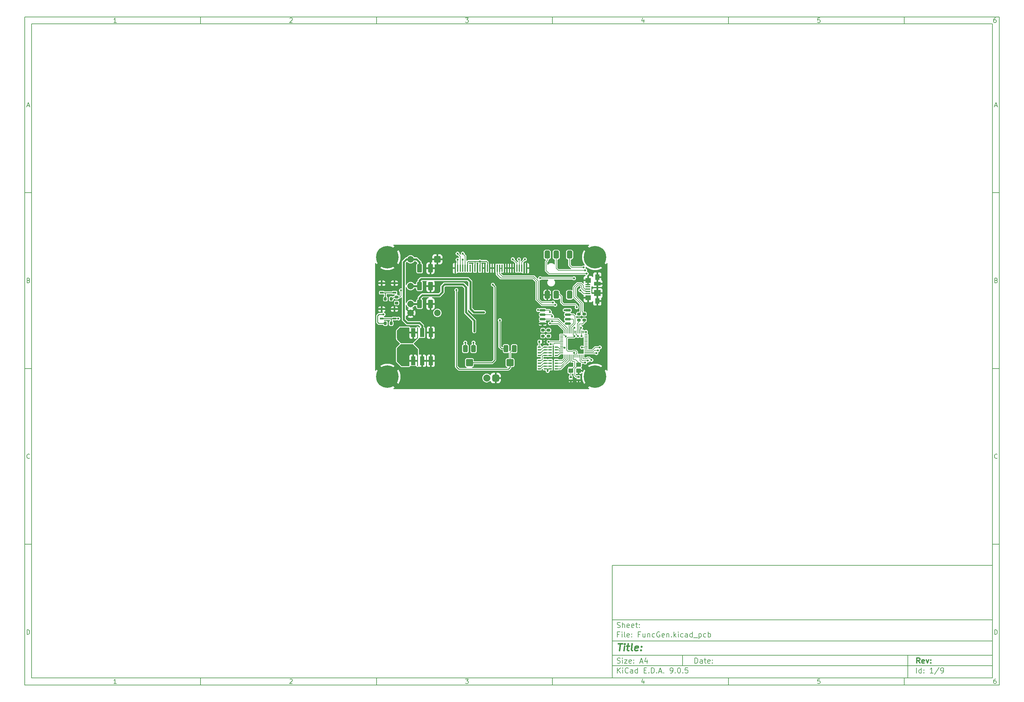
<source format=gbr>
%TF.GenerationSoftware,KiCad,Pcbnew,9.0.5*%
%TF.CreationDate,2025-10-31T11:59:02+05:30*%
%TF.ProjectId,FuncGen,46756e63-4765-46e2-9e6b-696361645f70,rev?*%
%TF.SameCoordinates,Original*%
%TF.FileFunction,Copper,L1,Top*%
%TF.FilePolarity,Positive*%
%FSLAX46Y46*%
G04 Gerber Fmt 4.6, Leading zero omitted, Abs format (unit mm)*
G04 Created by KiCad (PCBNEW 9.0.5) date 2025-10-31 11:59:02*
%MOMM*%
%LPD*%
G01*
G04 APERTURE LIST*
G04 Aperture macros list*
%AMRoundRect*
0 Rectangle with rounded corners*
0 $1 Rounding radius*
0 $2 $3 $4 $5 $6 $7 $8 $9 X,Y pos of 4 corners*
0 Add a 4 corners polygon primitive as box body*
4,1,4,$2,$3,$4,$5,$6,$7,$8,$9,$2,$3,0*
0 Add four circle primitives for the rounded corners*
1,1,$1+$1,$2,$3*
1,1,$1+$1,$4,$5*
1,1,$1+$1,$6,$7*
1,1,$1+$1,$8,$9*
0 Add four rect primitives between the rounded corners*
20,1,$1+$1,$2,$3,$4,$5,0*
20,1,$1+$1,$4,$5,$6,$7,0*
20,1,$1+$1,$6,$7,$8,$9,0*
20,1,$1+$1,$8,$9,$2,$3,0*%
G04 Aperture macros list end*
%ADD10C,0.100000*%
%ADD11C,0.150000*%
%ADD12C,0.300000*%
%ADD13C,0.400000*%
%TA.AperFunction,SMDPad,CuDef*%
%ADD14RoundRect,0.250000X-0.420000X-0.945000X0.420000X-0.945000X0.420000X0.945000X-0.420000X0.945000X0*%
%TD*%
%TA.AperFunction,SMDPad,CuDef*%
%ADD15RoundRect,0.135000X-0.135000X-0.185000X0.135000X-0.185000X0.135000X0.185000X-0.135000X0.185000X0*%
%TD*%
%TA.AperFunction,SMDPad,CuDef*%
%ADD16RoundRect,0.200000X0.200000X0.275000X-0.200000X0.275000X-0.200000X-0.275000X0.200000X-0.275000X0*%
%TD*%
%TA.AperFunction,SMDPad,CuDef*%
%ADD17R,0.900000X0.400000*%
%TD*%
%TA.AperFunction,SMDPad,CuDef*%
%ADD18RoundRect,0.050000X-0.387500X-0.050000X0.387500X-0.050000X0.387500X0.050000X-0.387500X0.050000X0*%
%TD*%
%TA.AperFunction,SMDPad,CuDef*%
%ADD19RoundRect,0.050000X-0.050000X-0.387500X0.050000X-0.387500X0.050000X0.387500X-0.050000X0.387500X0*%
%TD*%
%TA.AperFunction,HeatsinkPad*%
%ADD20R,3.200000X3.200000*%
%TD*%
%TA.AperFunction,SMDPad,CuDef*%
%ADD21RoundRect,0.200000X-0.275000X0.200000X-0.275000X-0.200000X0.275000X-0.200000X0.275000X0.200000X0*%
%TD*%
%TA.AperFunction,SMDPad,CuDef*%
%ADD22RoundRect,0.200000X-0.200000X-0.275000X0.200000X-0.275000X0.200000X0.275000X-0.200000X0.275000X0*%
%TD*%
%TA.AperFunction,SMDPad,CuDef*%
%ADD23RoundRect,0.250000X0.420000X0.945000X-0.420000X0.945000X-0.420000X-0.945000X0.420000X-0.945000X0*%
%TD*%
%TA.AperFunction,ComponentPad*%
%ADD24RoundRect,0.500000X-0.500000X0.500000X-0.500000X-0.500000X0.500000X-0.500000X0.500000X0.500000X0*%
%TD*%
%TA.AperFunction,ComponentPad*%
%ADD25C,2.000000*%
%TD*%
%TA.AperFunction,SMDPad,CuDef*%
%ADD26RoundRect,0.140000X0.170000X-0.140000X0.170000X0.140000X-0.170000X0.140000X-0.170000X-0.140000X0*%
%TD*%
%TA.AperFunction,SMDPad,CuDef*%
%ADD27R,1.000000X0.500000*%
%TD*%
%TA.AperFunction,SMDPad,CuDef*%
%ADD28RoundRect,0.200000X0.275000X-0.200000X0.275000X0.200000X-0.275000X0.200000X-0.275000X-0.200000X0*%
%TD*%
%TA.AperFunction,ComponentPad*%
%ADD29C,0.800000*%
%TD*%
%TA.AperFunction,ComponentPad*%
%ADD30C,6.400000*%
%TD*%
%TA.AperFunction,SMDPad,CuDef*%
%ADD31RoundRect,0.250000X0.450000X0.350000X-0.450000X0.350000X-0.450000X-0.350000X0.450000X-0.350000X0*%
%TD*%
%TA.AperFunction,SMDPad,CuDef*%
%ADD32RoundRect,0.381000X-0.381000X0.762000X-0.381000X-0.762000X0.381000X-0.762000X0.381000X0.762000X0*%
%TD*%
%TA.AperFunction,SMDPad,CuDef*%
%ADD33R,0.400000X2.000000*%
%TD*%
%TA.AperFunction,SMDPad,CuDef*%
%ADD34R,1.200000X2.500000*%
%TD*%
%TA.AperFunction,SMDPad,CuDef*%
%ADD35RoundRect,0.250000X0.400000X-0.750000X0.400000X0.750000X-0.400000X0.750000X-0.400000X-0.750000X0*%
%TD*%
%TA.AperFunction,SMDPad,CuDef*%
%ADD36RoundRect,0.250000X0.750000X-0.750000X0.750000X0.750000X-0.750000X0.750000X-0.750000X-0.750000X0*%
%TD*%
%TA.AperFunction,SMDPad,CuDef*%
%ADD37R,1.380000X0.450000*%
%TD*%
%TA.AperFunction,SMDPad,CuDef*%
%ADD38R,1.300000X1.650000*%
%TD*%
%TA.AperFunction,SMDPad,CuDef*%
%ADD39R,1.550000X1.425000*%
%TD*%
%TA.AperFunction,SMDPad,CuDef*%
%ADD40R,1.900000X1.800000*%
%TD*%
%TA.AperFunction,SMDPad,CuDef*%
%ADD41R,1.900000X1.000000*%
%TD*%
%TA.AperFunction,SMDPad,CuDef*%
%ADD42RoundRect,0.162500X-0.650000X-0.162500X0.650000X-0.162500X0.650000X0.162500X-0.650000X0.162500X0*%
%TD*%
%TA.AperFunction,ComponentPad*%
%ADD43RoundRect,0.250000X0.675000X0.675000X-0.675000X0.675000X-0.675000X-0.675000X0.675000X-0.675000X0*%
%TD*%
%TA.AperFunction,ComponentPad*%
%ADD44C,1.850000*%
%TD*%
%TA.AperFunction,ViaPad*%
%ADD45C,0.600000*%
%TD*%
%TA.AperFunction,Conductor*%
%ADD46C,0.609600*%
%TD*%
%TA.AperFunction,Conductor*%
%ADD47C,0.406400*%
%TD*%
%TA.AperFunction,Conductor*%
%ADD48C,0.200000*%
%TD*%
%TA.AperFunction,Conductor*%
%ADD49C,0.254000*%
%TD*%
G04 APERTURE END LIST*
D10*
D11*
X177002200Y-166007200D02*
X285002200Y-166007200D01*
X285002200Y-198007200D01*
X177002200Y-198007200D01*
X177002200Y-166007200D01*
D10*
D11*
X10000000Y-10000000D02*
X287002200Y-10000000D01*
X287002200Y-200007200D01*
X10000000Y-200007200D01*
X10000000Y-10000000D01*
D10*
D11*
X12000000Y-12000000D02*
X285002200Y-12000000D01*
X285002200Y-198007200D01*
X12000000Y-198007200D01*
X12000000Y-12000000D01*
D10*
D11*
X60000000Y-12000000D02*
X60000000Y-10000000D01*
D10*
D11*
X110000000Y-12000000D02*
X110000000Y-10000000D01*
D10*
D11*
X160000000Y-12000000D02*
X160000000Y-10000000D01*
D10*
D11*
X210000000Y-12000000D02*
X210000000Y-10000000D01*
D10*
D11*
X260000000Y-12000000D02*
X260000000Y-10000000D01*
D10*
D11*
X36089160Y-11593604D02*
X35346303Y-11593604D01*
X35717731Y-11593604D02*
X35717731Y-10293604D01*
X35717731Y-10293604D02*
X35593922Y-10479319D01*
X35593922Y-10479319D02*
X35470112Y-10603128D01*
X35470112Y-10603128D02*
X35346303Y-10665033D01*
D10*
D11*
X85346303Y-10417414D02*
X85408207Y-10355509D01*
X85408207Y-10355509D02*
X85532017Y-10293604D01*
X85532017Y-10293604D02*
X85841541Y-10293604D01*
X85841541Y-10293604D02*
X85965350Y-10355509D01*
X85965350Y-10355509D02*
X86027255Y-10417414D01*
X86027255Y-10417414D02*
X86089160Y-10541223D01*
X86089160Y-10541223D02*
X86089160Y-10665033D01*
X86089160Y-10665033D02*
X86027255Y-10850747D01*
X86027255Y-10850747D02*
X85284398Y-11593604D01*
X85284398Y-11593604D02*
X86089160Y-11593604D01*
D10*
D11*
X135284398Y-10293604D02*
X136089160Y-10293604D01*
X136089160Y-10293604D02*
X135655826Y-10788842D01*
X135655826Y-10788842D02*
X135841541Y-10788842D01*
X135841541Y-10788842D02*
X135965350Y-10850747D01*
X135965350Y-10850747D02*
X136027255Y-10912652D01*
X136027255Y-10912652D02*
X136089160Y-11036461D01*
X136089160Y-11036461D02*
X136089160Y-11345985D01*
X136089160Y-11345985D02*
X136027255Y-11469795D01*
X136027255Y-11469795D02*
X135965350Y-11531700D01*
X135965350Y-11531700D02*
X135841541Y-11593604D01*
X135841541Y-11593604D02*
X135470112Y-11593604D01*
X135470112Y-11593604D02*
X135346303Y-11531700D01*
X135346303Y-11531700D02*
X135284398Y-11469795D01*
D10*
D11*
X185965350Y-10726938D02*
X185965350Y-11593604D01*
X185655826Y-10231700D02*
X185346303Y-11160271D01*
X185346303Y-11160271D02*
X186151064Y-11160271D01*
D10*
D11*
X236027255Y-10293604D02*
X235408207Y-10293604D01*
X235408207Y-10293604D02*
X235346303Y-10912652D01*
X235346303Y-10912652D02*
X235408207Y-10850747D01*
X235408207Y-10850747D02*
X235532017Y-10788842D01*
X235532017Y-10788842D02*
X235841541Y-10788842D01*
X235841541Y-10788842D02*
X235965350Y-10850747D01*
X235965350Y-10850747D02*
X236027255Y-10912652D01*
X236027255Y-10912652D02*
X236089160Y-11036461D01*
X236089160Y-11036461D02*
X236089160Y-11345985D01*
X236089160Y-11345985D02*
X236027255Y-11469795D01*
X236027255Y-11469795D02*
X235965350Y-11531700D01*
X235965350Y-11531700D02*
X235841541Y-11593604D01*
X235841541Y-11593604D02*
X235532017Y-11593604D01*
X235532017Y-11593604D02*
X235408207Y-11531700D01*
X235408207Y-11531700D02*
X235346303Y-11469795D01*
D10*
D11*
X285965350Y-10293604D02*
X285717731Y-10293604D01*
X285717731Y-10293604D02*
X285593922Y-10355509D01*
X285593922Y-10355509D02*
X285532017Y-10417414D01*
X285532017Y-10417414D02*
X285408207Y-10603128D01*
X285408207Y-10603128D02*
X285346303Y-10850747D01*
X285346303Y-10850747D02*
X285346303Y-11345985D01*
X285346303Y-11345985D02*
X285408207Y-11469795D01*
X285408207Y-11469795D02*
X285470112Y-11531700D01*
X285470112Y-11531700D02*
X285593922Y-11593604D01*
X285593922Y-11593604D02*
X285841541Y-11593604D01*
X285841541Y-11593604D02*
X285965350Y-11531700D01*
X285965350Y-11531700D02*
X286027255Y-11469795D01*
X286027255Y-11469795D02*
X286089160Y-11345985D01*
X286089160Y-11345985D02*
X286089160Y-11036461D01*
X286089160Y-11036461D02*
X286027255Y-10912652D01*
X286027255Y-10912652D02*
X285965350Y-10850747D01*
X285965350Y-10850747D02*
X285841541Y-10788842D01*
X285841541Y-10788842D02*
X285593922Y-10788842D01*
X285593922Y-10788842D02*
X285470112Y-10850747D01*
X285470112Y-10850747D02*
X285408207Y-10912652D01*
X285408207Y-10912652D02*
X285346303Y-11036461D01*
D10*
D11*
X60000000Y-198007200D02*
X60000000Y-200007200D01*
D10*
D11*
X110000000Y-198007200D02*
X110000000Y-200007200D01*
D10*
D11*
X160000000Y-198007200D02*
X160000000Y-200007200D01*
D10*
D11*
X210000000Y-198007200D02*
X210000000Y-200007200D01*
D10*
D11*
X260000000Y-198007200D02*
X260000000Y-200007200D01*
D10*
D11*
X36089160Y-199600804D02*
X35346303Y-199600804D01*
X35717731Y-199600804D02*
X35717731Y-198300804D01*
X35717731Y-198300804D02*
X35593922Y-198486519D01*
X35593922Y-198486519D02*
X35470112Y-198610328D01*
X35470112Y-198610328D02*
X35346303Y-198672233D01*
D10*
D11*
X85346303Y-198424614D02*
X85408207Y-198362709D01*
X85408207Y-198362709D02*
X85532017Y-198300804D01*
X85532017Y-198300804D02*
X85841541Y-198300804D01*
X85841541Y-198300804D02*
X85965350Y-198362709D01*
X85965350Y-198362709D02*
X86027255Y-198424614D01*
X86027255Y-198424614D02*
X86089160Y-198548423D01*
X86089160Y-198548423D02*
X86089160Y-198672233D01*
X86089160Y-198672233D02*
X86027255Y-198857947D01*
X86027255Y-198857947D02*
X85284398Y-199600804D01*
X85284398Y-199600804D02*
X86089160Y-199600804D01*
D10*
D11*
X135284398Y-198300804D02*
X136089160Y-198300804D01*
X136089160Y-198300804D02*
X135655826Y-198796042D01*
X135655826Y-198796042D02*
X135841541Y-198796042D01*
X135841541Y-198796042D02*
X135965350Y-198857947D01*
X135965350Y-198857947D02*
X136027255Y-198919852D01*
X136027255Y-198919852D02*
X136089160Y-199043661D01*
X136089160Y-199043661D02*
X136089160Y-199353185D01*
X136089160Y-199353185D02*
X136027255Y-199476995D01*
X136027255Y-199476995D02*
X135965350Y-199538900D01*
X135965350Y-199538900D02*
X135841541Y-199600804D01*
X135841541Y-199600804D02*
X135470112Y-199600804D01*
X135470112Y-199600804D02*
X135346303Y-199538900D01*
X135346303Y-199538900D02*
X135284398Y-199476995D01*
D10*
D11*
X185965350Y-198734138D02*
X185965350Y-199600804D01*
X185655826Y-198238900D02*
X185346303Y-199167471D01*
X185346303Y-199167471D02*
X186151064Y-199167471D01*
D10*
D11*
X236027255Y-198300804D02*
X235408207Y-198300804D01*
X235408207Y-198300804D02*
X235346303Y-198919852D01*
X235346303Y-198919852D02*
X235408207Y-198857947D01*
X235408207Y-198857947D02*
X235532017Y-198796042D01*
X235532017Y-198796042D02*
X235841541Y-198796042D01*
X235841541Y-198796042D02*
X235965350Y-198857947D01*
X235965350Y-198857947D02*
X236027255Y-198919852D01*
X236027255Y-198919852D02*
X236089160Y-199043661D01*
X236089160Y-199043661D02*
X236089160Y-199353185D01*
X236089160Y-199353185D02*
X236027255Y-199476995D01*
X236027255Y-199476995D02*
X235965350Y-199538900D01*
X235965350Y-199538900D02*
X235841541Y-199600804D01*
X235841541Y-199600804D02*
X235532017Y-199600804D01*
X235532017Y-199600804D02*
X235408207Y-199538900D01*
X235408207Y-199538900D02*
X235346303Y-199476995D01*
D10*
D11*
X285965350Y-198300804D02*
X285717731Y-198300804D01*
X285717731Y-198300804D02*
X285593922Y-198362709D01*
X285593922Y-198362709D02*
X285532017Y-198424614D01*
X285532017Y-198424614D02*
X285408207Y-198610328D01*
X285408207Y-198610328D02*
X285346303Y-198857947D01*
X285346303Y-198857947D02*
X285346303Y-199353185D01*
X285346303Y-199353185D02*
X285408207Y-199476995D01*
X285408207Y-199476995D02*
X285470112Y-199538900D01*
X285470112Y-199538900D02*
X285593922Y-199600804D01*
X285593922Y-199600804D02*
X285841541Y-199600804D01*
X285841541Y-199600804D02*
X285965350Y-199538900D01*
X285965350Y-199538900D02*
X286027255Y-199476995D01*
X286027255Y-199476995D02*
X286089160Y-199353185D01*
X286089160Y-199353185D02*
X286089160Y-199043661D01*
X286089160Y-199043661D02*
X286027255Y-198919852D01*
X286027255Y-198919852D02*
X285965350Y-198857947D01*
X285965350Y-198857947D02*
X285841541Y-198796042D01*
X285841541Y-198796042D02*
X285593922Y-198796042D01*
X285593922Y-198796042D02*
X285470112Y-198857947D01*
X285470112Y-198857947D02*
X285408207Y-198919852D01*
X285408207Y-198919852D02*
X285346303Y-199043661D01*
D10*
D11*
X10000000Y-60000000D02*
X12000000Y-60000000D01*
D10*
D11*
X10000000Y-110000000D02*
X12000000Y-110000000D01*
D10*
D11*
X10000000Y-160000000D02*
X12000000Y-160000000D01*
D10*
D11*
X10690476Y-35222176D02*
X11309523Y-35222176D01*
X10566666Y-35593604D02*
X10999999Y-34293604D01*
X10999999Y-34293604D02*
X11433333Y-35593604D01*
D10*
D11*
X11092857Y-84912652D02*
X11278571Y-84974557D01*
X11278571Y-84974557D02*
X11340476Y-85036461D01*
X11340476Y-85036461D02*
X11402380Y-85160271D01*
X11402380Y-85160271D02*
X11402380Y-85345985D01*
X11402380Y-85345985D02*
X11340476Y-85469795D01*
X11340476Y-85469795D02*
X11278571Y-85531700D01*
X11278571Y-85531700D02*
X11154761Y-85593604D01*
X11154761Y-85593604D02*
X10659523Y-85593604D01*
X10659523Y-85593604D02*
X10659523Y-84293604D01*
X10659523Y-84293604D02*
X11092857Y-84293604D01*
X11092857Y-84293604D02*
X11216666Y-84355509D01*
X11216666Y-84355509D02*
X11278571Y-84417414D01*
X11278571Y-84417414D02*
X11340476Y-84541223D01*
X11340476Y-84541223D02*
X11340476Y-84665033D01*
X11340476Y-84665033D02*
X11278571Y-84788842D01*
X11278571Y-84788842D02*
X11216666Y-84850747D01*
X11216666Y-84850747D02*
X11092857Y-84912652D01*
X11092857Y-84912652D02*
X10659523Y-84912652D01*
D10*
D11*
X11402380Y-135469795D02*
X11340476Y-135531700D01*
X11340476Y-135531700D02*
X11154761Y-135593604D01*
X11154761Y-135593604D02*
X11030952Y-135593604D01*
X11030952Y-135593604D02*
X10845238Y-135531700D01*
X10845238Y-135531700D02*
X10721428Y-135407890D01*
X10721428Y-135407890D02*
X10659523Y-135284080D01*
X10659523Y-135284080D02*
X10597619Y-135036461D01*
X10597619Y-135036461D02*
X10597619Y-134850747D01*
X10597619Y-134850747D02*
X10659523Y-134603128D01*
X10659523Y-134603128D02*
X10721428Y-134479319D01*
X10721428Y-134479319D02*
X10845238Y-134355509D01*
X10845238Y-134355509D02*
X11030952Y-134293604D01*
X11030952Y-134293604D02*
X11154761Y-134293604D01*
X11154761Y-134293604D02*
X11340476Y-134355509D01*
X11340476Y-134355509D02*
X11402380Y-134417414D01*
D10*
D11*
X10659523Y-185593604D02*
X10659523Y-184293604D01*
X10659523Y-184293604D02*
X10969047Y-184293604D01*
X10969047Y-184293604D02*
X11154761Y-184355509D01*
X11154761Y-184355509D02*
X11278571Y-184479319D01*
X11278571Y-184479319D02*
X11340476Y-184603128D01*
X11340476Y-184603128D02*
X11402380Y-184850747D01*
X11402380Y-184850747D02*
X11402380Y-185036461D01*
X11402380Y-185036461D02*
X11340476Y-185284080D01*
X11340476Y-185284080D02*
X11278571Y-185407890D01*
X11278571Y-185407890D02*
X11154761Y-185531700D01*
X11154761Y-185531700D02*
X10969047Y-185593604D01*
X10969047Y-185593604D02*
X10659523Y-185593604D01*
D10*
D11*
X287002200Y-60000000D02*
X285002200Y-60000000D01*
D10*
D11*
X287002200Y-110000000D02*
X285002200Y-110000000D01*
D10*
D11*
X287002200Y-160000000D02*
X285002200Y-160000000D01*
D10*
D11*
X285692676Y-35222176D02*
X286311723Y-35222176D01*
X285568866Y-35593604D02*
X286002199Y-34293604D01*
X286002199Y-34293604D02*
X286435533Y-35593604D01*
D10*
D11*
X286095057Y-84912652D02*
X286280771Y-84974557D01*
X286280771Y-84974557D02*
X286342676Y-85036461D01*
X286342676Y-85036461D02*
X286404580Y-85160271D01*
X286404580Y-85160271D02*
X286404580Y-85345985D01*
X286404580Y-85345985D02*
X286342676Y-85469795D01*
X286342676Y-85469795D02*
X286280771Y-85531700D01*
X286280771Y-85531700D02*
X286156961Y-85593604D01*
X286156961Y-85593604D02*
X285661723Y-85593604D01*
X285661723Y-85593604D02*
X285661723Y-84293604D01*
X285661723Y-84293604D02*
X286095057Y-84293604D01*
X286095057Y-84293604D02*
X286218866Y-84355509D01*
X286218866Y-84355509D02*
X286280771Y-84417414D01*
X286280771Y-84417414D02*
X286342676Y-84541223D01*
X286342676Y-84541223D02*
X286342676Y-84665033D01*
X286342676Y-84665033D02*
X286280771Y-84788842D01*
X286280771Y-84788842D02*
X286218866Y-84850747D01*
X286218866Y-84850747D02*
X286095057Y-84912652D01*
X286095057Y-84912652D02*
X285661723Y-84912652D01*
D10*
D11*
X286404580Y-135469795D02*
X286342676Y-135531700D01*
X286342676Y-135531700D02*
X286156961Y-135593604D01*
X286156961Y-135593604D02*
X286033152Y-135593604D01*
X286033152Y-135593604D02*
X285847438Y-135531700D01*
X285847438Y-135531700D02*
X285723628Y-135407890D01*
X285723628Y-135407890D02*
X285661723Y-135284080D01*
X285661723Y-135284080D02*
X285599819Y-135036461D01*
X285599819Y-135036461D02*
X285599819Y-134850747D01*
X285599819Y-134850747D02*
X285661723Y-134603128D01*
X285661723Y-134603128D02*
X285723628Y-134479319D01*
X285723628Y-134479319D02*
X285847438Y-134355509D01*
X285847438Y-134355509D02*
X286033152Y-134293604D01*
X286033152Y-134293604D02*
X286156961Y-134293604D01*
X286156961Y-134293604D02*
X286342676Y-134355509D01*
X286342676Y-134355509D02*
X286404580Y-134417414D01*
D10*
D11*
X285661723Y-185593604D02*
X285661723Y-184293604D01*
X285661723Y-184293604D02*
X285971247Y-184293604D01*
X285971247Y-184293604D02*
X286156961Y-184355509D01*
X286156961Y-184355509D02*
X286280771Y-184479319D01*
X286280771Y-184479319D02*
X286342676Y-184603128D01*
X286342676Y-184603128D02*
X286404580Y-184850747D01*
X286404580Y-184850747D02*
X286404580Y-185036461D01*
X286404580Y-185036461D02*
X286342676Y-185284080D01*
X286342676Y-185284080D02*
X286280771Y-185407890D01*
X286280771Y-185407890D02*
X286156961Y-185531700D01*
X286156961Y-185531700D02*
X285971247Y-185593604D01*
X285971247Y-185593604D02*
X285661723Y-185593604D01*
D10*
D11*
X200458026Y-193793328D02*
X200458026Y-192293328D01*
X200458026Y-192293328D02*
X200815169Y-192293328D01*
X200815169Y-192293328D02*
X201029455Y-192364757D01*
X201029455Y-192364757D02*
X201172312Y-192507614D01*
X201172312Y-192507614D02*
X201243741Y-192650471D01*
X201243741Y-192650471D02*
X201315169Y-192936185D01*
X201315169Y-192936185D02*
X201315169Y-193150471D01*
X201315169Y-193150471D02*
X201243741Y-193436185D01*
X201243741Y-193436185D02*
X201172312Y-193579042D01*
X201172312Y-193579042D02*
X201029455Y-193721900D01*
X201029455Y-193721900D02*
X200815169Y-193793328D01*
X200815169Y-193793328D02*
X200458026Y-193793328D01*
X202600884Y-193793328D02*
X202600884Y-193007614D01*
X202600884Y-193007614D02*
X202529455Y-192864757D01*
X202529455Y-192864757D02*
X202386598Y-192793328D01*
X202386598Y-192793328D02*
X202100884Y-192793328D01*
X202100884Y-192793328D02*
X201958026Y-192864757D01*
X202600884Y-193721900D02*
X202458026Y-193793328D01*
X202458026Y-193793328D02*
X202100884Y-193793328D01*
X202100884Y-193793328D02*
X201958026Y-193721900D01*
X201958026Y-193721900D02*
X201886598Y-193579042D01*
X201886598Y-193579042D02*
X201886598Y-193436185D01*
X201886598Y-193436185D02*
X201958026Y-193293328D01*
X201958026Y-193293328D02*
X202100884Y-193221900D01*
X202100884Y-193221900D02*
X202458026Y-193221900D01*
X202458026Y-193221900D02*
X202600884Y-193150471D01*
X203100884Y-192793328D02*
X203672312Y-192793328D01*
X203315169Y-192293328D02*
X203315169Y-193579042D01*
X203315169Y-193579042D02*
X203386598Y-193721900D01*
X203386598Y-193721900D02*
X203529455Y-193793328D01*
X203529455Y-193793328D02*
X203672312Y-193793328D01*
X204743741Y-193721900D02*
X204600884Y-193793328D01*
X204600884Y-193793328D02*
X204315170Y-193793328D01*
X204315170Y-193793328D02*
X204172312Y-193721900D01*
X204172312Y-193721900D02*
X204100884Y-193579042D01*
X204100884Y-193579042D02*
X204100884Y-193007614D01*
X204100884Y-193007614D02*
X204172312Y-192864757D01*
X204172312Y-192864757D02*
X204315170Y-192793328D01*
X204315170Y-192793328D02*
X204600884Y-192793328D01*
X204600884Y-192793328D02*
X204743741Y-192864757D01*
X204743741Y-192864757D02*
X204815170Y-193007614D01*
X204815170Y-193007614D02*
X204815170Y-193150471D01*
X204815170Y-193150471D02*
X204100884Y-193293328D01*
X205458026Y-193650471D02*
X205529455Y-193721900D01*
X205529455Y-193721900D02*
X205458026Y-193793328D01*
X205458026Y-193793328D02*
X205386598Y-193721900D01*
X205386598Y-193721900D02*
X205458026Y-193650471D01*
X205458026Y-193650471D02*
X205458026Y-193793328D01*
X205458026Y-192864757D02*
X205529455Y-192936185D01*
X205529455Y-192936185D02*
X205458026Y-193007614D01*
X205458026Y-193007614D02*
X205386598Y-192936185D01*
X205386598Y-192936185D02*
X205458026Y-192864757D01*
X205458026Y-192864757D02*
X205458026Y-193007614D01*
D10*
D11*
X177002200Y-194507200D02*
X285002200Y-194507200D01*
D10*
D11*
X178458026Y-196593328D02*
X178458026Y-195093328D01*
X179315169Y-196593328D02*
X178672312Y-195736185D01*
X179315169Y-195093328D02*
X178458026Y-195950471D01*
X179958026Y-196593328D02*
X179958026Y-195593328D01*
X179958026Y-195093328D02*
X179886598Y-195164757D01*
X179886598Y-195164757D02*
X179958026Y-195236185D01*
X179958026Y-195236185D02*
X180029455Y-195164757D01*
X180029455Y-195164757D02*
X179958026Y-195093328D01*
X179958026Y-195093328D02*
X179958026Y-195236185D01*
X181529455Y-196450471D02*
X181458027Y-196521900D01*
X181458027Y-196521900D02*
X181243741Y-196593328D01*
X181243741Y-196593328D02*
X181100884Y-196593328D01*
X181100884Y-196593328D02*
X180886598Y-196521900D01*
X180886598Y-196521900D02*
X180743741Y-196379042D01*
X180743741Y-196379042D02*
X180672312Y-196236185D01*
X180672312Y-196236185D02*
X180600884Y-195950471D01*
X180600884Y-195950471D02*
X180600884Y-195736185D01*
X180600884Y-195736185D02*
X180672312Y-195450471D01*
X180672312Y-195450471D02*
X180743741Y-195307614D01*
X180743741Y-195307614D02*
X180886598Y-195164757D01*
X180886598Y-195164757D02*
X181100884Y-195093328D01*
X181100884Y-195093328D02*
X181243741Y-195093328D01*
X181243741Y-195093328D02*
X181458027Y-195164757D01*
X181458027Y-195164757D02*
X181529455Y-195236185D01*
X182815170Y-196593328D02*
X182815170Y-195807614D01*
X182815170Y-195807614D02*
X182743741Y-195664757D01*
X182743741Y-195664757D02*
X182600884Y-195593328D01*
X182600884Y-195593328D02*
X182315170Y-195593328D01*
X182315170Y-195593328D02*
X182172312Y-195664757D01*
X182815170Y-196521900D02*
X182672312Y-196593328D01*
X182672312Y-196593328D02*
X182315170Y-196593328D01*
X182315170Y-196593328D02*
X182172312Y-196521900D01*
X182172312Y-196521900D02*
X182100884Y-196379042D01*
X182100884Y-196379042D02*
X182100884Y-196236185D01*
X182100884Y-196236185D02*
X182172312Y-196093328D01*
X182172312Y-196093328D02*
X182315170Y-196021900D01*
X182315170Y-196021900D02*
X182672312Y-196021900D01*
X182672312Y-196021900D02*
X182815170Y-195950471D01*
X184172313Y-196593328D02*
X184172313Y-195093328D01*
X184172313Y-196521900D02*
X184029455Y-196593328D01*
X184029455Y-196593328D02*
X183743741Y-196593328D01*
X183743741Y-196593328D02*
X183600884Y-196521900D01*
X183600884Y-196521900D02*
X183529455Y-196450471D01*
X183529455Y-196450471D02*
X183458027Y-196307614D01*
X183458027Y-196307614D02*
X183458027Y-195879042D01*
X183458027Y-195879042D02*
X183529455Y-195736185D01*
X183529455Y-195736185D02*
X183600884Y-195664757D01*
X183600884Y-195664757D02*
X183743741Y-195593328D01*
X183743741Y-195593328D02*
X184029455Y-195593328D01*
X184029455Y-195593328D02*
X184172313Y-195664757D01*
X186029455Y-195807614D02*
X186529455Y-195807614D01*
X186743741Y-196593328D02*
X186029455Y-196593328D01*
X186029455Y-196593328D02*
X186029455Y-195093328D01*
X186029455Y-195093328D02*
X186743741Y-195093328D01*
X187386598Y-196450471D02*
X187458027Y-196521900D01*
X187458027Y-196521900D02*
X187386598Y-196593328D01*
X187386598Y-196593328D02*
X187315170Y-196521900D01*
X187315170Y-196521900D02*
X187386598Y-196450471D01*
X187386598Y-196450471D02*
X187386598Y-196593328D01*
X188100884Y-196593328D02*
X188100884Y-195093328D01*
X188100884Y-195093328D02*
X188458027Y-195093328D01*
X188458027Y-195093328D02*
X188672313Y-195164757D01*
X188672313Y-195164757D02*
X188815170Y-195307614D01*
X188815170Y-195307614D02*
X188886599Y-195450471D01*
X188886599Y-195450471D02*
X188958027Y-195736185D01*
X188958027Y-195736185D02*
X188958027Y-195950471D01*
X188958027Y-195950471D02*
X188886599Y-196236185D01*
X188886599Y-196236185D02*
X188815170Y-196379042D01*
X188815170Y-196379042D02*
X188672313Y-196521900D01*
X188672313Y-196521900D02*
X188458027Y-196593328D01*
X188458027Y-196593328D02*
X188100884Y-196593328D01*
X189600884Y-196450471D02*
X189672313Y-196521900D01*
X189672313Y-196521900D02*
X189600884Y-196593328D01*
X189600884Y-196593328D02*
X189529456Y-196521900D01*
X189529456Y-196521900D02*
X189600884Y-196450471D01*
X189600884Y-196450471D02*
X189600884Y-196593328D01*
X190243742Y-196164757D02*
X190958028Y-196164757D01*
X190100885Y-196593328D02*
X190600885Y-195093328D01*
X190600885Y-195093328D02*
X191100885Y-196593328D01*
X191600884Y-196450471D02*
X191672313Y-196521900D01*
X191672313Y-196521900D02*
X191600884Y-196593328D01*
X191600884Y-196593328D02*
X191529456Y-196521900D01*
X191529456Y-196521900D02*
X191600884Y-196450471D01*
X191600884Y-196450471D02*
X191600884Y-196593328D01*
X193529456Y-196593328D02*
X193815170Y-196593328D01*
X193815170Y-196593328D02*
X193958027Y-196521900D01*
X193958027Y-196521900D02*
X194029456Y-196450471D01*
X194029456Y-196450471D02*
X194172313Y-196236185D01*
X194172313Y-196236185D02*
X194243742Y-195950471D01*
X194243742Y-195950471D02*
X194243742Y-195379042D01*
X194243742Y-195379042D02*
X194172313Y-195236185D01*
X194172313Y-195236185D02*
X194100885Y-195164757D01*
X194100885Y-195164757D02*
X193958027Y-195093328D01*
X193958027Y-195093328D02*
X193672313Y-195093328D01*
X193672313Y-195093328D02*
X193529456Y-195164757D01*
X193529456Y-195164757D02*
X193458027Y-195236185D01*
X193458027Y-195236185D02*
X193386599Y-195379042D01*
X193386599Y-195379042D02*
X193386599Y-195736185D01*
X193386599Y-195736185D02*
X193458027Y-195879042D01*
X193458027Y-195879042D02*
X193529456Y-195950471D01*
X193529456Y-195950471D02*
X193672313Y-196021900D01*
X193672313Y-196021900D02*
X193958027Y-196021900D01*
X193958027Y-196021900D02*
X194100885Y-195950471D01*
X194100885Y-195950471D02*
X194172313Y-195879042D01*
X194172313Y-195879042D02*
X194243742Y-195736185D01*
X194886598Y-196450471D02*
X194958027Y-196521900D01*
X194958027Y-196521900D02*
X194886598Y-196593328D01*
X194886598Y-196593328D02*
X194815170Y-196521900D01*
X194815170Y-196521900D02*
X194886598Y-196450471D01*
X194886598Y-196450471D02*
X194886598Y-196593328D01*
X195886599Y-195093328D02*
X196029456Y-195093328D01*
X196029456Y-195093328D02*
X196172313Y-195164757D01*
X196172313Y-195164757D02*
X196243742Y-195236185D01*
X196243742Y-195236185D02*
X196315170Y-195379042D01*
X196315170Y-195379042D02*
X196386599Y-195664757D01*
X196386599Y-195664757D02*
X196386599Y-196021900D01*
X196386599Y-196021900D02*
X196315170Y-196307614D01*
X196315170Y-196307614D02*
X196243742Y-196450471D01*
X196243742Y-196450471D02*
X196172313Y-196521900D01*
X196172313Y-196521900D02*
X196029456Y-196593328D01*
X196029456Y-196593328D02*
X195886599Y-196593328D01*
X195886599Y-196593328D02*
X195743742Y-196521900D01*
X195743742Y-196521900D02*
X195672313Y-196450471D01*
X195672313Y-196450471D02*
X195600884Y-196307614D01*
X195600884Y-196307614D02*
X195529456Y-196021900D01*
X195529456Y-196021900D02*
X195529456Y-195664757D01*
X195529456Y-195664757D02*
X195600884Y-195379042D01*
X195600884Y-195379042D02*
X195672313Y-195236185D01*
X195672313Y-195236185D02*
X195743742Y-195164757D01*
X195743742Y-195164757D02*
X195886599Y-195093328D01*
X197029455Y-196450471D02*
X197100884Y-196521900D01*
X197100884Y-196521900D02*
X197029455Y-196593328D01*
X197029455Y-196593328D02*
X196958027Y-196521900D01*
X196958027Y-196521900D02*
X197029455Y-196450471D01*
X197029455Y-196450471D02*
X197029455Y-196593328D01*
X198458027Y-195093328D02*
X197743741Y-195093328D01*
X197743741Y-195093328D02*
X197672313Y-195807614D01*
X197672313Y-195807614D02*
X197743741Y-195736185D01*
X197743741Y-195736185D02*
X197886599Y-195664757D01*
X197886599Y-195664757D02*
X198243741Y-195664757D01*
X198243741Y-195664757D02*
X198386599Y-195736185D01*
X198386599Y-195736185D02*
X198458027Y-195807614D01*
X198458027Y-195807614D02*
X198529456Y-195950471D01*
X198529456Y-195950471D02*
X198529456Y-196307614D01*
X198529456Y-196307614D02*
X198458027Y-196450471D01*
X198458027Y-196450471D02*
X198386599Y-196521900D01*
X198386599Y-196521900D02*
X198243741Y-196593328D01*
X198243741Y-196593328D02*
X197886599Y-196593328D01*
X197886599Y-196593328D02*
X197743741Y-196521900D01*
X197743741Y-196521900D02*
X197672313Y-196450471D01*
D10*
D11*
X177002200Y-191507200D02*
X285002200Y-191507200D01*
D10*
D12*
X264413853Y-193785528D02*
X263913853Y-193071242D01*
X263556710Y-193785528D02*
X263556710Y-192285528D01*
X263556710Y-192285528D02*
X264128139Y-192285528D01*
X264128139Y-192285528D02*
X264270996Y-192356957D01*
X264270996Y-192356957D02*
X264342425Y-192428385D01*
X264342425Y-192428385D02*
X264413853Y-192571242D01*
X264413853Y-192571242D02*
X264413853Y-192785528D01*
X264413853Y-192785528D02*
X264342425Y-192928385D01*
X264342425Y-192928385D02*
X264270996Y-192999814D01*
X264270996Y-192999814D02*
X264128139Y-193071242D01*
X264128139Y-193071242D02*
X263556710Y-193071242D01*
X265628139Y-193714100D02*
X265485282Y-193785528D01*
X265485282Y-193785528D02*
X265199568Y-193785528D01*
X265199568Y-193785528D02*
X265056710Y-193714100D01*
X265056710Y-193714100D02*
X264985282Y-193571242D01*
X264985282Y-193571242D02*
X264985282Y-192999814D01*
X264985282Y-192999814D02*
X265056710Y-192856957D01*
X265056710Y-192856957D02*
X265199568Y-192785528D01*
X265199568Y-192785528D02*
X265485282Y-192785528D01*
X265485282Y-192785528D02*
X265628139Y-192856957D01*
X265628139Y-192856957D02*
X265699568Y-192999814D01*
X265699568Y-192999814D02*
X265699568Y-193142671D01*
X265699568Y-193142671D02*
X264985282Y-193285528D01*
X266199567Y-192785528D02*
X266556710Y-193785528D01*
X266556710Y-193785528D02*
X266913853Y-192785528D01*
X267485281Y-193642671D02*
X267556710Y-193714100D01*
X267556710Y-193714100D02*
X267485281Y-193785528D01*
X267485281Y-193785528D02*
X267413853Y-193714100D01*
X267413853Y-193714100D02*
X267485281Y-193642671D01*
X267485281Y-193642671D02*
X267485281Y-193785528D01*
X267485281Y-192856957D02*
X267556710Y-192928385D01*
X267556710Y-192928385D02*
X267485281Y-192999814D01*
X267485281Y-192999814D02*
X267413853Y-192928385D01*
X267413853Y-192928385D02*
X267485281Y-192856957D01*
X267485281Y-192856957D02*
X267485281Y-192999814D01*
D10*
D11*
X178386598Y-193721900D02*
X178600884Y-193793328D01*
X178600884Y-193793328D02*
X178958026Y-193793328D01*
X178958026Y-193793328D02*
X179100884Y-193721900D01*
X179100884Y-193721900D02*
X179172312Y-193650471D01*
X179172312Y-193650471D02*
X179243741Y-193507614D01*
X179243741Y-193507614D02*
X179243741Y-193364757D01*
X179243741Y-193364757D02*
X179172312Y-193221900D01*
X179172312Y-193221900D02*
X179100884Y-193150471D01*
X179100884Y-193150471D02*
X178958026Y-193079042D01*
X178958026Y-193079042D02*
X178672312Y-193007614D01*
X178672312Y-193007614D02*
X178529455Y-192936185D01*
X178529455Y-192936185D02*
X178458026Y-192864757D01*
X178458026Y-192864757D02*
X178386598Y-192721900D01*
X178386598Y-192721900D02*
X178386598Y-192579042D01*
X178386598Y-192579042D02*
X178458026Y-192436185D01*
X178458026Y-192436185D02*
X178529455Y-192364757D01*
X178529455Y-192364757D02*
X178672312Y-192293328D01*
X178672312Y-192293328D02*
X179029455Y-192293328D01*
X179029455Y-192293328D02*
X179243741Y-192364757D01*
X179886597Y-193793328D02*
X179886597Y-192793328D01*
X179886597Y-192293328D02*
X179815169Y-192364757D01*
X179815169Y-192364757D02*
X179886597Y-192436185D01*
X179886597Y-192436185D02*
X179958026Y-192364757D01*
X179958026Y-192364757D02*
X179886597Y-192293328D01*
X179886597Y-192293328D02*
X179886597Y-192436185D01*
X180458026Y-192793328D02*
X181243741Y-192793328D01*
X181243741Y-192793328D02*
X180458026Y-193793328D01*
X180458026Y-193793328D02*
X181243741Y-193793328D01*
X182386598Y-193721900D02*
X182243741Y-193793328D01*
X182243741Y-193793328D02*
X181958027Y-193793328D01*
X181958027Y-193793328D02*
X181815169Y-193721900D01*
X181815169Y-193721900D02*
X181743741Y-193579042D01*
X181743741Y-193579042D02*
X181743741Y-193007614D01*
X181743741Y-193007614D02*
X181815169Y-192864757D01*
X181815169Y-192864757D02*
X181958027Y-192793328D01*
X181958027Y-192793328D02*
X182243741Y-192793328D01*
X182243741Y-192793328D02*
X182386598Y-192864757D01*
X182386598Y-192864757D02*
X182458027Y-193007614D01*
X182458027Y-193007614D02*
X182458027Y-193150471D01*
X182458027Y-193150471D02*
X181743741Y-193293328D01*
X183100883Y-193650471D02*
X183172312Y-193721900D01*
X183172312Y-193721900D02*
X183100883Y-193793328D01*
X183100883Y-193793328D02*
X183029455Y-193721900D01*
X183029455Y-193721900D02*
X183100883Y-193650471D01*
X183100883Y-193650471D02*
X183100883Y-193793328D01*
X183100883Y-192864757D02*
X183172312Y-192936185D01*
X183172312Y-192936185D02*
X183100883Y-193007614D01*
X183100883Y-193007614D02*
X183029455Y-192936185D01*
X183029455Y-192936185D02*
X183100883Y-192864757D01*
X183100883Y-192864757D02*
X183100883Y-193007614D01*
X184886598Y-193364757D02*
X185600884Y-193364757D01*
X184743741Y-193793328D02*
X185243741Y-192293328D01*
X185243741Y-192293328D02*
X185743741Y-193793328D01*
X186886598Y-192793328D02*
X186886598Y-193793328D01*
X186529455Y-192221900D02*
X186172312Y-193293328D01*
X186172312Y-193293328D02*
X187100883Y-193293328D01*
D10*
D11*
X263458026Y-196593328D02*
X263458026Y-195093328D01*
X264815170Y-196593328D02*
X264815170Y-195093328D01*
X264815170Y-196521900D02*
X264672312Y-196593328D01*
X264672312Y-196593328D02*
X264386598Y-196593328D01*
X264386598Y-196593328D02*
X264243741Y-196521900D01*
X264243741Y-196521900D02*
X264172312Y-196450471D01*
X264172312Y-196450471D02*
X264100884Y-196307614D01*
X264100884Y-196307614D02*
X264100884Y-195879042D01*
X264100884Y-195879042D02*
X264172312Y-195736185D01*
X264172312Y-195736185D02*
X264243741Y-195664757D01*
X264243741Y-195664757D02*
X264386598Y-195593328D01*
X264386598Y-195593328D02*
X264672312Y-195593328D01*
X264672312Y-195593328D02*
X264815170Y-195664757D01*
X265529455Y-196450471D02*
X265600884Y-196521900D01*
X265600884Y-196521900D02*
X265529455Y-196593328D01*
X265529455Y-196593328D02*
X265458027Y-196521900D01*
X265458027Y-196521900D02*
X265529455Y-196450471D01*
X265529455Y-196450471D02*
X265529455Y-196593328D01*
X265529455Y-195664757D02*
X265600884Y-195736185D01*
X265600884Y-195736185D02*
X265529455Y-195807614D01*
X265529455Y-195807614D02*
X265458027Y-195736185D01*
X265458027Y-195736185D02*
X265529455Y-195664757D01*
X265529455Y-195664757D02*
X265529455Y-195807614D01*
X268172313Y-196593328D02*
X267315170Y-196593328D01*
X267743741Y-196593328D02*
X267743741Y-195093328D01*
X267743741Y-195093328D02*
X267600884Y-195307614D01*
X267600884Y-195307614D02*
X267458027Y-195450471D01*
X267458027Y-195450471D02*
X267315170Y-195521900D01*
X269886598Y-195021900D02*
X268600884Y-196950471D01*
X270458027Y-196593328D02*
X270743741Y-196593328D01*
X270743741Y-196593328D02*
X270886598Y-196521900D01*
X270886598Y-196521900D02*
X270958027Y-196450471D01*
X270958027Y-196450471D02*
X271100884Y-196236185D01*
X271100884Y-196236185D02*
X271172313Y-195950471D01*
X271172313Y-195950471D02*
X271172313Y-195379042D01*
X271172313Y-195379042D02*
X271100884Y-195236185D01*
X271100884Y-195236185D02*
X271029456Y-195164757D01*
X271029456Y-195164757D02*
X270886598Y-195093328D01*
X270886598Y-195093328D02*
X270600884Y-195093328D01*
X270600884Y-195093328D02*
X270458027Y-195164757D01*
X270458027Y-195164757D02*
X270386598Y-195236185D01*
X270386598Y-195236185D02*
X270315170Y-195379042D01*
X270315170Y-195379042D02*
X270315170Y-195736185D01*
X270315170Y-195736185D02*
X270386598Y-195879042D01*
X270386598Y-195879042D02*
X270458027Y-195950471D01*
X270458027Y-195950471D02*
X270600884Y-196021900D01*
X270600884Y-196021900D02*
X270886598Y-196021900D01*
X270886598Y-196021900D02*
X271029456Y-195950471D01*
X271029456Y-195950471D02*
X271100884Y-195879042D01*
X271100884Y-195879042D02*
X271172313Y-195736185D01*
D10*
D11*
X177002200Y-187507200D02*
X285002200Y-187507200D01*
D10*
D13*
X178693928Y-188211638D02*
X179836785Y-188211638D01*
X179015357Y-190211638D02*
X179265357Y-188211638D01*
X180253452Y-190211638D02*
X180420119Y-188878304D01*
X180503452Y-188211638D02*
X180396309Y-188306876D01*
X180396309Y-188306876D02*
X180479643Y-188402114D01*
X180479643Y-188402114D02*
X180586786Y-188306876D01*
X180586786Y-188306876D02*
X180503452Y-188211638D01*
X180503452Y-188211638D02*
X180479643Y-188402114D01*
X181086786Y-188878304D02*
X181848690Y-188878304D01*
X181455833Y-188211638D02*
X181241548Y-189925923D01*
X181241548Y-189925923D02*
X181312976Y-190116400D01*
X181312976Y-190116400D02*
X181491548Y-190211638D01*
X181491548Y-190211638D02*
X181682024Y-190211638D01*
X182634405Y-190211638D02*
X182455833Y-190116400D01*
X182455833Y-190116400D02*
X182384405Y-189925923D01*
X182384405Y-189925923D02*
X182598690Y-188211638D01*
X184170119Y-190116400D02*
X183967738Y-190211638D01*
X183967738Y-190211638D02*
X183586785Y-190211638D01*
X183586785Y-190211638D02*
X183408214Y-190116400D01*
X183408214Y-190116400D02*
X183336785Y-189925923D01*
X183336785Y-189925923D02*
X183432024Y-189164019D01*
X183432024Y-189164019D02*
X183551071Y-188973542D01*
X183551071Y-188973542D02*
X183753452Y-188878304D01*
X183753452Y-188878304D02*
X184134404Y-188878304D01*
X184134404Y-188878304D02*
X184312976Y-188973542D01*
X184312976Y-188973542D02*
X184384404Y-189164019D01*
X184384404Y-189164019D02*
X184360595Y-189354495D01*
X184360595Y-189354495D02*
X183384404Y-189544971D01*
X185134405Y-190021161D02*
X185217738Y-190116400D01*
X185217738Y-190116400D02*
X185110595Y-190211638D01*
X185110595Y-190211638D02*
X185027262Y-190116400D01*
X185027262Y-190116400D02*
X185134405Y-190021161D01*
X185134405Y-190021161D02*
X185110595Y-190211638D01*
X185265357Y-188973542D02*
X185348690Y-189068780D01*
X185348690Y-189068780D02*
X185241548Y-189164019D01*
X185241548Y-189164019D02*
X185158214Y-189068780D01*
X185158214Y-189068780D02*
X185265357Y-188973542D01*
X185265357Y-188973542D02*
X185241548Y-189164019D01*
D10*
D11*
X178958026Y-185607614D02*
X178458026Y-185607614D01*
X178458026Y-186393328D02*
X178458026Y-184893328D01*
X178458026Y-184893328D02*
X179172312Y-184893328D01*
X179743740Y-186393328D02*
X179743740Y-185393328D01*
X179743740Y-184893328D02*
X179672312Y-184964757D01*
X179672312Y-184964757D02*
X179743740Y-185036185D01*
X179743740Y-185036185D02*
X179815169Y-184964757D01*
X179815169Y-184964757D02*
X179743740Y-184893328D01*
X179743740Y-184893328D02*
X179743740Y-185036185D01*
X180672312Y-186393328D02*
X180529455Y-186321900D01*
X180529455Y-186321900D02*
X180458026Y-186179042D01*
X180458026Y-186179042D02*
X180458026Y-184893328D01*
X181815169Y-186321900D02*
X181672312Y-186393328D01*
X181672312Y-186393328D02*
X181386598Y-186393328D01*
X181386598Y-186393328D02*
X181243740Y-186321900D01*
X181243740Y-186321900D02*
X181172312Y-186179042D01*
X181172312Y-186179042D02*
X181172312Y-185607614D01*
X181172312Y-185607614D02*
X181243740Y-185464757D01*
X181243740Y-185464757D02*
X181386598Y-185393328D01*
X181386598Y-185393328D02*
X181672312Y-185393328D01*
X181672312Y-185393328D02*
X181815169Y-185464757D01*
X181815169Y-185464757D02*
X181886598Y-185607614D01*
X181886598Y-185607614D02*
X181886598Y-185750471D01*
X181886598Y-185750471D02*
X181172312Y-185893328D01*
X182529454Y-186250471D02*
X182600883Y-186321900D01*
X182600883Y-186321900D02*
X182529454Y-186393328D01*
X182529454Y-186393328D02*
X182458026Y-186321900D01*
X182458026Y-186321900D02*
X182529454Y-186250471D01*
X182529454Y-186250471D02*
X182529454Y-186393328D01*
X182529454Y-185464757D02*
X182600883Y-185536185D01*
X182600883Y-185536185D02*
X182529454Y-185607614D01*
X182529454Y-185607614D02*
X182458026Y-185536185D01*
X182458026Y-185536185D02*
X182529454Y-185464757D01*
X182529454Y-185464757D02*
X182529454Y-185607614D01*
X184886597Y-185607614D02*
X184386597Y-185607614D01*
X184386597Y-186393328D02*
X184386597Y-184893328D01*
X184386597Y-184893328D02*
X185100883Y-184893328D01*
X186315169Y-185393328D02*
X186315169Y-186393328D01*
X185672311Y-185393328D02*
X185672311Y-186179042D01*
X185672311Y-186179042D02*
X185743740Y-186321900D01*
X185743740Y-186321900D02*
X185886597Y-186393328D01*
X185886597Y-186393328D02*
X186100883Y-186393328D01*
X186100883Y-186393328D02*
X186243740Y-186321900D01*
X186243740Y-186321900D02*
X186315169Y-186250471D01*
X187029454Y-185393328D02*
X187029454Y-186393328D01*
X187029454Y-185536185D02*
X187100883Y-185464757D01*
X187100883Y-185464757D02*
X187243740Y-185393328D01*
X187243740Y-185393328D02*
X187458026Y-185393328D01*
X187458026Y-185393328D02*
X187600883Y-185464757D01*
X187600883Y-185464757D02*
X187672312Y-185607614D01*
X187672312Y-185607614D02*
X187672312Y-186393328D01*
X189029455Y-186321900D02*
X188886597Y-186393328D01*
X188886597Y-186393328D02*
X188600883Y-186393328D01*
X188600883Y-186393328D02*
X188458026Y-186321900D01*
X188458026Y-186321900D02*
X188386597Y-186250471D01*
X188386597Y-186250471D02*
X188315169Y-186107614D01*
X188315169Y-186107614D02*
X188315169Y-185679042D01*
X188315169Y-185679042D02*
X188386597Y-185536185D01*
X188386597Y-185536185D02*
X188458026Y-185464757D01*
X188458026Y-185464757D02*
X188600883Y-185393328D01*
X188600883Y-185393328D02*
X188886597Y-185393328D01*
X188886597Y-185393328D02*
X189029455Y-185464757D01*
X190458026Y-184964757D02*
X190315169Y-184893328D01*
X190315169Y-184893328D02*
X190100883Y-184893328D01*
X190100883Y-184893328D02*
X189886597Y-184964757D01*
X189886597Y-184964757D02*
X189743740Y-185107614D01*
X189743740Y-185107614D02*
X189672311Y-185250471D01*
X189672311Y-185250471D02*
X189600883Y-185536185D01*
X189600883Y-185536185D02*
X189600883Y-185750471D01*
X189600883Y-185750471D02*
X189672311Y-186036185D01*
X189672311Y-186036185D02*
X189743740Y-186179042D01*
X189743740Y-186179042D02*
X189886597Y-186321900D01*
X189886597Y-186321900D02*
X190100883Y-186393328D01*
X190100883Y-186393328D02*
X190243740Y-186393328D01*
X190243740Y-186393328D02*
X190458026Y-186321900D01*
X190458026Y-186321900D02*
X190529454Y-186250471D01*
X190529454Y-186250471D02*
X190529454Y-185750471D01*
X190529454Y-185750471D02*
X190243740Y-185750471D01*
X191743740Y-186321900D02*
X191600883Y-186393328D01*
X191600883Y-186393328D02*
X191315169Y-186393328D01*
X191315169Y-186393328D02*
X191172311Y-186321900D01*
X191172311Y-186321900D02*
X191100883Y-186179042D01*
X191100883Y-186179042D02*
X191100883Y-185607614D01*
X191100883Y-185607614D02*
X191172311Y-185464757D01*
X191172311Y-185464757D02*
X191315169Y-185393328D01*
X191315169Y-185393328D02*
X191600883Y-185393328D01*
X191600883Y-185393328D02*
X191743740Y-185464757D01*
X191743740Y-185464757D02*
X191815169Y-185607614D01*
X191815169Y-185607614D02*
X191815169Y-185750471D01*
X191815169Y-185750471D02*
X191100883Y-185893328D01*
X192458025Y-185393328D02*
X192458025Y-186393328D01*
X192458025Y-185536185D02*
X192529454Y-185464757D01*
X192529454Y-185464757D02*
X192672311Y-185393328D01*
X192672311Y-185393328D02*
X192886597Y-185393328D01*
X192886597Y-185393328D02*
X193029454Y-185464757D01*
X193029454Y-185464757D02*
X193100883Y-185607614D01*
X193100883Y-185607614D02*
X193100883Y-186393328D01*
X193815168Y-186250471D02*
X193886597Y-186321900D01*
X193886597Y-186321900D02*
X193815168Y-186393328D01*
X193815168Y-186393328D02*
X193743740Y-186321900D01*
X193743740Y-186321900D02*
X193815168Y-186250471D01*
X193815168Y-186250471D02*
X193815168Y-186393328D01*
X194529454Y-186393328D02*
X194529454Y-184893328D01*
X194672312Y-185821900D02*
X195100883Y-186393328D01*
X195100883Y-185393328D02*
X194529454Y-185964757D01*
X195743740Y-186393328D02*
X195743740Y-185393328D01*
X195743740Y-184893328D02*
X195672312Y-184964757D01*
X195672312Y-184964757D02*
X195743740Y-185036185D01*
X195743740Y-185036185D02*
X195815169Y-184964757D01*
X195815169Y-184964757D02*
X195743740Y-184893328D01*
X195743740Y-184893328D02*
X195743740Y-185036185D01*
X197100884Y-186321900D02*
X196958026Y-186393328D01*
X196958026Y-186393328D02*
X196672312Y-186393328D01*
X196672312Y-186393328D02*
X196529455Y-186321900D01*
X196529455Y-186321900D02*
X196458026Y-186250471D01*
X196458026Y-186250471D02*
X196386598Y-186107614D01*
X196386598Y-186107614D02*
X196386598Y-185679042D01*
X196386598Y-185679042D02*
X196458026Y-185536185D01*
X196458026Y-185536185D02*
X196529455Y-185464757D01*
X196529455Y-185464757D02*
X196672312Y-185393328D01*
X196672312Y-185393328D02*
X196958026Y-185393328D01*
X196958026Y-185393328D02*
X197100884Y-185464757D01*
X198386598Y-186393328D02*
X198386598Y-185607614D01*
X198386598Y-185607614D02*
X198315169Y-185464757D01*
X198315169Y-185464757D02*
X198172312Y-185393328D01*
X198172312Y-185393328D02*
X197886598Y-185393328D01*
X197886598Y-185393328D02*
X197743740Y-185464757D01*
X198386598Y-186321900D02*
X198243740Y-186393328D01*
X198243740Y-186393328D02*
X197886598Y-186393328D01*
X197886598Y-186393328D02*
X197743740Y-186321900D01*
X197743740Y-186321900D02*
X197672312Y-186179042D01*
X197672312Y-186179042D02*
X197672312Y-186036185D01*
X197672312Y-186036185D02*
X197743740Y-185893328D01*
X197743740Y-185893328D02*
X197886598Y-185821900D01*
X197886598Y-185821900D02*
X198243740Y-185821900D01*
X198243740Y-185821900D02*
X198386598Y-185750471D01*
X199743741Y-186393328D02*
X199743741Y-184893328D01*
X199743741Y-186321900D02*
X199600883Y-186393328D01*
X199600883Y-186393328D02*
X199315169Y-186393328D01*
X199315169Y-186393328D02*
X199172312Y-186321900D01*
X199172312Y-186321900D02*
X199100883Y-186250471D01*
X199100883Y-186250471D02*
X199029455Y-186107614D01*
X199029455Y-186107614D02*
X199029455Y-185679042D01*
X199029455Y-185679042D02*
X199100883Y-185536185D01*
X199100883Y-185536185D02*
X199172312Y-185464757D01*
X199172312Y-185464757D02*
X199315169Y-185393328D01*
X199315169Y-185393328D02*
X199600883Y-185393328D01*
X199600883Y-185393328D02*
X199743741Y-185464757D01*
X200100884Y-186536185D02*
X201243741Y-186536185D01*
X201600883Y-185393328D02*
X201600883Y-186893328D01*
X201600883Y-185464757D02*
X201743741Y-185393328D01*
X201743741Y-185393328D02*
X202029455Y-185393328D01*
X202029455Y-185393328D02*
X202172312Y-185464757D01*
X202172312Y-185464757D02*
X202243741Y-185536185D01*
X202243741Y-185536185D02*
X202315169Y-185679042D01*
X202315169Y-185679042D02*
X202315169Y-186107614D01*
X202315169Y-186107614D02*
X202243741Y-186250471D01*
X202243741Y-186250471D02*
X202172312Y-186321900D01*
X202172312Y-186321900D02*
X202029455Y-186393328D01*
X202029455Y-186393328D02*
X201743741Y-186393328D01*
X201743741Y-186393328D02*
X201600883Y-186321900D01*
X203600884Y-186321900D02*
X203458026Y-186393328D01*
X203458026Y-186393328D02*
X203172312Y-186393328D01*
X203172312Y-186393328D02*
X203029455Y-186321900D01*
X203029455Y-186321900D02*
X202958026Y-186250471D01*
X202958026Y-186250471D02*
X202886598Y-186107614D01*
X202886598Y-186107614D02*
X202886598Y-185679042D01*
X202886598Y-185679042D02*
X202958026Y-185536185D01*
X202958026Y-185536185D02*
X203029455Y-185464757D01*
X203029455Y-185464757D02*
X203172312Y-185393328D01*
X203172312Y-185393328D02*
X203458026Y-185393328D01*
X203458026Y-185393328D02*
X203600884Y-185464757D01*
X204243740Y-186393328D02*
X204243740Y-184893328D01*
X204243740Y-185464757D02*
X204386598Y-185393328D01*
X204386598Y-185393328D02*
X204672312Y-185393328D01*
X204672312Y-185393328D02*
X204815169Y-185464757D01*
X204815169Y-185464757D02*
X204886598Y-185536185D01*
X204886598Y-185536185D02*
X204958026Y-185679042D01*
X204958026Y-185679042D02*
X204958026Y-186107614D01*
X204958026Y-186107614D02*
X204886598Y-186250471D01*
X204886598Y-186250471D02*
X204815169Y-186321900D01*
X204815169Y-186321900D02*
X204672312Y-186393328D01*
X204672312Y-186393328D02*
X204386598Y-186393328D01*
X204386598Y-186393328D02*
X204243740Y-186321900D01*
D10*
D11*
X177002200Y-181507200D02*
X285002200Y-181507200D01*
D10*
D11*
X178386598Y-183621900D02*
X178600884Y-183693328D01*
X178600884Y-183693328D02*
X178958026Y-183693328D01*
X178958026Y-183693328D02*
X179100884Y-183621900D01*
X179100884Y-183621900D02*
X179172312Y-183550471D01*
X179172312Y-183550471D02*
X179243741Y-183407614D01*
X179243741Y-183407614D02*
X179243741Y-183264757D01*
X179243741Y-183264757D02*
X179172312Y-183121900D01*
X179172312Y-183121900D02*
X179100884Y-183050471D01*
X179100884Y-183050471D02*
X178958026Y-182979042D01*
X178958026Y-182979042D02*
X178672312Y-182907614D01*
X178672312Y-182907614D02*
X178529455Y-182836185D01*
X178529455Y-182836185D02*
X178458026Y-182764757D01*
X178458026Y-182764757D02*
X178386598Y-182621900D01*
X178386598Y-182621900D02*
X178386598Y-182479042D01*
X178386598Y-182479042D02*
X178458026Y-182336185D01*
X178458026Y-182336185D02*
X178529455Y-182264757D01*
X178529455Y-182264757D02*
X178672312Y-182193328D01*
X178672312Y-182193328D02*
X179029455Y-182193328D01*
X179029455Y-182193328D02*
X179243741Y-182264757D01*
X179886597Y-183693328D02*
X179886597Y-182193328D01*
X180529455Y-183693328D02*
X180529455Y-182907614D01*
X180529455Y-182907614D02*
X180458026Y-182764757D01*
X180458026Y-182764757D02*
X180315169Y-182693328D01*
X180315169Y-182693328D02*
X180100883Y-182693328D01*
X180100883Y-182693328D02*
X179958026Y-182764757D01*
X179958026Y-182764757D02*
X179886597Y-182836185D01*
X181815169Y-183621900D02*
X181672312Y-183693328D01*
X181672312Y-183693328D02*
X181386598Y-183693328D01*
X181386598Y-183693328D02*
X181243740Y-183621900D01*
X181243740Y-183621900D02*
X181172312Y-183479042D01*
X181172312Y-183479042D02*
X181172312Y-182907614D01*
X181172312Y-182907614D02*
X181243740Y-182764757D01*
X181243740Y-182764757D02*
X181386598Y-182693328D01*
X181386598Y-182693328D02*
X181672312Y-182693328D01*
X181672312Y-182693328D02*
X181815169Y-182764757D01*
X181815169Y-182764757D02*
X181886598Y-182907614D01*
X181886598Y-182907614D02*
X181886598Y-183050471D01*
X181886598Y-183050471D02*
X181172312Y-183193328D01*
X183100883Y-183621900D02*
X182958026Y-183693328D01*
X182958026Y-183693328D02*
X182672312Y-183693328D01*
X182672312Y-183693328D02*
X182529454Y-183621900D01*
X182529454Y-183621900D02*
X182458026Y-183479042D01*
X182458026Y-183479042D02*
X182458026Y-182907614D01*
X182458026Y-182907614D02*
X182529454Y-182764757D01*
X182529454Y-182764757D02*
X182672312Y-182693328D01*
X182672312Y-182693328D02*
X182958026Y-182693328D01*
X182958026Y-182693328D02*
X183100883Y-182764757D01*
X183100883Y-182764757D02*
X183172312Y-182907614D01*
X183172312Y-182907614D02*
X183172312Y-183050471D01*
X183172312Y-183050471D02*
X182458026Y-183193328D01*
X183600883Y-182693328D02*
X184172311Y-182693328D01*
X183815168Y-182193328D02*
X183815168Y-183479042D01*
X183815168Y-183479042D02*
X183886597Y-183621900D01*
X183886597Y-183621900D02*
X184029454Y-183693328D01*
X184029454Y-183693328D02*
X184172311Y-183693328D01*
X184672311Y-183550471D02*
X184743740Y-183621900D01*
X184743740Y-183621900D02*
X184672311Y-183693328D01*
X184672311Y-183693328D02*
X184600883Y-183621900D01*
X184600883Y-183621900D02*
X184672311Y-183550471D01*
X184672311Y-183550471D02*
X184672311Y-183693328D01*
X184672311Y-182764757D02*
X184743740Y-182836185D01*
X184743740Y-182836185D02*
X184672311Y-182907614D01*
X184672311Y-182907614D02*
X184600883Y-182836185D01*
X184600883Y-182836185D02*
X184672311Y-182764757D01*
X184672311Y-182764757D02*
X184672311Y-182907614D01*
D10*
D11*
X197002200Y-191507200D02*
X197002200Y-194507200D01*
D10*
D11*
X261002200Y-191507200D02*
X261002200Y-198007200D01*
D14*
%TO.P,C5,1*%
%TO.N,+15V*%
X122234232Y-91641961D03*
%TO.P,C5,2*%
%TO.N,GND*%
X125314232Y-91641961D03*
%TD*%
D15*
%TO.P,R9,1*%
%TO.N,Net-(RN1A-R1.1)*%
X156234066Y-102362000D03*
%TO.P,R9,2*%
%TO.N,GND*%
X157254066Y-102362000D03*
%TD*%
D16*
%TO.P,R11,1*%
%TO.N,/QSPI_SS*%
X114159800Y-90170000D03*
%TO.P,R11,2*%
%TO.N,Net-(R11-Pad2)*%
X112509800Y-90170000D03*
%TD*%
D17*
%TO.P,RN2,1,R1.1*%
%TO.N,Net-(RN1A-R1.2)*%
X159370066Y-103890021D03*
%TO.P,RN2,2,R2.1*%
%TO.N,Net-(RN1B-R2.2)*%
X159370066Y-104690021D03*
%TO.P,RN2,3,R3.1*%
%TO.N,Net-(RN1C-R3.2)*%
X159370066Y-105490021D03*
%TO.P,RN2,4,R4.1*%
%TO.N,Net-(RN1D-R4.2)*%
X159370066Y-106290021D03*
%TO.P,RN2,5,R4.2*%
%TO.N,/DAC3*%
X161070066Y-106290021D03*
%TO.P,RN2,6,R3.2*%
%TO.N,/DAC2*%
X161070066Y-105490021D03*
%TO.P,RN2,7,R2.2*%
%TO.N,/DAC1*%
X161070066Y-104690021D03*
%TO.P,RN2,8,R1.2*%
%TO.N,/DAC0*%
X161070066Y-103890021D03*
%TD*%
D18*
%TO.P,U4,1,IOVDD*%
%TO.N,+3V3*%
X162632966Y-100430521D03*
%TO.P,U4,2,GPIO0*%
%TO.N,unconnected-(U4-GPIO0-Pad2)*%
X162632966Y-100830521D03*
%TO.P,U4,3,GPIO1*%
%TO.N,unconnected-(U4-GPIO1-Pad3)*%
X162632966Y-101230521D03*
%TO.P,U4,4,GPIO2*%
%TO.N,unconnected-(U4-GPIO2-Pad4)*%
X162632966Y-101630521D03*
%TO.P,U4,5,GPIO3*%
%TO.N,unconnected-(U4-GPIO3-Pad5)*%
X162632966Y-102030521D03*
%TO.P,U4,6,GPIO4*%
%TO.N,/SCL*%
X162632966Y-102430521D03*
%TO.P,U4,7,GPIO5*%
%TO.N,/SDA*%
X162632966Y-102830521D03*
%TO.P,U4,8,GPIO6*%
%TO.N,unconnected-(U4-GPIO6-Pad8)*%
X162632966Y-103230521D03*
%TO.P,U4,9,GPIO7*%
%TO.N,unconnected-(U4-GPIO7-Pad9)*%
X162632966Y-103630521D03*
%TO.P,U4,10,IOVDD*%
%TO.N,+3V3*%
X162632966Y-104030521D03*
%TO.P,U4,11,GPIO8*%
%TO.N,/DAC0*%
X162632966Y-104430521D03*
%TO.P,U4,12,GPIO9*%
%TO.N,/DAC1*%
X162632966Y-104830521D03*
%TO.P,U4,13,GPIO10*%
%TO.N,/DAC2*%
X162632966Y-105230521D03*
%TO.P,U4,14,GPIO11*%
%TO.N,/DAC3*%
X162632966Y-105630521D03*
D19*
%TO.P,U4,15,GPIO12*%
%TO.N,/DAC4*%
X163470466Y-106468021D03*
%TO.P,U4,16,GPIO13*%
%TO.N,/DAC5*%
X163870466Y-106468021D03*
%TO.P,U4,17,GPIO14*%
%TO.N,/DAC6*%
X164270466Y-106468021D03*
%TO.P,U4,18,GPIO15*%
%TO.N,/DAC7*%
X164670466Y-106468021D03*
%TO.P,U4,19,TESTEN*%
%TO.N,GND*%
X165070466Y-106468021D03*
%TO.P,U4,20,XIN*%
%TO.N,Net-(U4-XIN)*%
X165470466Y-106468021D03*
%TO.P,U4,21,XOUT*%
%TO.N,Net-(U4-XOUT)*%
X165870466Y-106468021D03*
%TO.P,U4,22,IOVDD*%
%TO.N,+3V3*%
X166270466Y-106468021D03*
%TO.P,U4,23,DVDD*%
%TO.N,+1V1*%
X166670466Y-106468021D03*
%TO.P,U4,24,SWCLK*%
%TO.N,unconnected-(U4-SWCLK-Pad24)*%
X167070466Y-106468021D03*
%TO.P,U4,25,SWD*%
%TO.N,unconnected-(U4-SWD-Pad25)*%
X167470466Y-106468021D03*
%TO.P,U4,26,RUN*%
%TO.N,Net-(U4-RUN)*%
X167870466Y-106468021D03*
%TO.P,U4,27,GPIO16*%
%TO.N,/BTN_LEFT*%
X168270466Y-106468021D03*
%TO.P,U4,28,GPIO17*%
%TO.N,/BTN_MID*%
X168670466Y-106468021D03*
D18*
%TO.P,U4,29,GPIO18*%
%TO.N,/BTN_UP*%
X169507966Y-105630521D03*
%TO.P,U4,30,GPIO19*%
%TO.N,/BTN_RIGHT*%
X169507966Y-105230521D03*
%TO.P,U4,31,GPIO20*%
%TO.N,/BTN_DOWN*%
X169507966Y-104830521D03*
%TO.P,U4,32,GPIO21*%
%TO.N,unconnected-(U4-GPIO21-Pad32)*%
X169507966Y-104430521D03*
%TO.P,U4,33,IOVDD*%
%TO.N,+3V3*%
X169507966Y-104030521D03*
%TO.P,U4,34,GPIO22*%
%TO.N,unconnected-(U4-GPIO22-Pad34)*%
X169507966Y-103630521D03*
%TO.P,U4,35,GPIO23*%
%TO.N,unconnected-(U4-GPIO23-Pad35)*%
X169507966Y-103230521D03*
%TO.P,U4,36,GPIO24*%
%TO.N,unconnected-(U4-GPIO24-Pad36)*%
X169507966Y-102830521D03*
%TO.P,U4,37,GPIO25*%
%TO.N,unconnected-(U4-GPIO25-Pad37)*%
X169507966Y-102430521D03*
%TO.P,U4,38,GPIO26_ADC0*%
%TO.N,unconnected-(U4-GPIO26_ADC0-Pad38)*%
X169507966Y-102030521D03*
%TO.P,U4,39,GPIO27_ADC1*%
%TO.N,unconnected-(U4-GPIO27_ADC1-Pad39)*%
X169507966Y-101630521D03*
%TO.P,U4,40,GPIO28_ADC2*%
%TO.N,unconnected-(U4-GPIO28_ADC2-Pad40)*%
X169507966Y-101230521D03*
%TO.P,U4,41,GPIO29_ADC3*%
%TO.N,unconnected-(U4-GPIO29_ADC3-Pad41)*%
X169507966Y-100830521D03*
%TO.P,U4,42,IOVDD*%
%TO.N,+3V3*%
X169507966Y-100430521D03*
D19*
%TO.P,U4,43,ADC_AVDD*%
X168670466Y-99593021D03*
%TO.P,U4,44,VREG_IN*%
X168270466Y-99593021D03*
%TO.P,U4,45,VREG_VOUT*%
%TO.N,+1V1*%
X167870466Y-99593021D03*
%TO.P,U4,46,USB_DM*%
%TO.N,Net-(U4-USB_DM)*%
X167470466Y-99593021D03*
%TO.P,U4,47,USB_DP*%
%TO.N,Net-(U4-USB_DP)*%
X167070466Y-99593021D03*
%TO.P,U4,48,USB_VDD*%
%TO.N,+3V3*%
X166670466Y-99593021D03*
%TO.P,U4,49,IOVDD*%
X166270466Y-99593021D03*
%TO.P,U4,50,DVDD*%
%TO.N,+1V1*%
X165870466Y-99593021D03*
%TO.P,U4,51,QSPI_SD3*%
%TO.N,/QSPI_SD3*%
X165470466Y-99593021D03*
%TO.P,U4,52,QSPI_SCLK*%
%TO.N,/QSPI_CLK*%
X165070466Y-99593021D03*
%TO.P,U4,53,QSPI_SD0*%
%TO.N,/QSPI_SD0*%
X164670466Y-99593021D03*
%TO.P,U4,54,QSPI_SD2*%
%TO.N,/QSPI_SD2*%
X164270466Y-99593021D03*
%TO.P,U4,55,QSPI_SD1*%
%TO.N,/QSPI_SD1*%
X163870466Y-99593021D03*
%TO.P,U4,56,QSPI_SS*%
%TO.N,/QSPI_SS*%
X163470466Y-99593021D03*
D20*
%TO.P,U4,57,GND*%
%TO.N,GND*%
X166070466Y-103030521D03*
%TD*%
D21*
%TO.P,R1,1*%
%TO.N,+3V3*%
X157276800Y-99098600D03*
%TO.P,R1,2*%
%TO.N,/SDA*%
X157276800Y-100748600D03*
%TD*%
D22*
%TO.P,R12,1*%
%TO.N,+3V3*%
X112509800Y-97180400D03*
%TO.P,R12,2*%
%TO.N,Net-(U4-RUN)*%
X114159800Y-97180400D03*
%TD*%
D17*
%TO.P,RN3,1,R1.1*%
%TO.N,Net-(RN3-R1.1)*%
X159370066Y-107700021D03*
%TO.P,RN3,2,R2.1*%
%TO.N,Net-(RN3-R2.1)*%
X159370066Y-108500021D03*
%TO.P,RN3,3,R3.1*%
%TO.N,Net-(RN3-R3.1)*%
X159370066Y-109300021D03*
%TO.P,RN3,4,R4.1*%
%TO.N,Vsig*%
X159370066Y-110100021D03*
%TO.P,RN3,5,R4.2*%
%TO.N,/DAC7*%
X161070066Y-110100021D03*
%TO.P,RN3,6,R3.2*%
%TO.N,/DAC6*%
X161070066Y-109300021D03*
%TO.P,RN3,7,R2.2*%
%TO.N,/DAC5*%
X161070066Y-108500021D03*
%TO.P,RN3,8,R1.2*%
%TO.N,/DAC4*%
X161070066Y-107700021D03*
%TD*%
D21*
%TO.P,R14,1*%
%TO.N,/USB.D-*%
X169018787Y-94527659D03*
%TO.P,R14,2*%
%TO.N,Net-(U4-USB_DM)*%
X169018787Y-96177659D03*
%TD*%
D23*
%TO.P,C6,1*%
%TO.N,GND*%
X125314232Y-86561961D03*
%TO.P,C6,2*%
%TO.N,-15V*%
X122234232Y-86561961D03*
%TD*%
D17*
%TO.P,RN1,1,R1.1*%
%TO.N,Net-(RN1A-R1.1)*%
X156234066Y-103890021D03*
%TO.P,RN1,2,R2.1*%
%TO.N,Net-(RN1A-R1.2)*%
X156234066Y-104690021D03*
%TO.P,RN1,3,R3.1*%
%TO.N,Net-(RN1B-R2.2)*%
X156234066Y-105490021D03*
%TO.P,RN1,4,R4.1*%
%TO.N,Net-(RN1C-R3.2)*%
X156234066Y-106290021D03*
%TO.P,RN1,5,R4.2*%
%TO.N,Net-(RN1D-R4.2)*%
X157934066Y-106290021D03*
%TO.P,RN1,6,R3.2*%
%TO.N,Net-(RN1C-R3.2)*%
X157934066Y-105490021D03*
%TO.P,RN1,7,R2.2*%
%TO.N,Net-(RN1B-R2.2)*%
X157934066Y-104690021D03*
%TO.P,RN1,8,R1.2*%
%TO.N,Net-(RN1A-R1.2)*%
X157934066Y-103890021D03*
%TD*%
D24*
%TO.P,J4,1,Pin_1*%
%TO.N,GND*%
X143850000Y-112699400D03*
D25*
%TO.P,J4,2,Pin_2*%
%TO.N,VOUT*%
X141310000Y-112699400D03*
%TD*%
D26*
%TO.P,C10,1*%
%TO.N,GND*%
X167406075Y-113338363D03*
%TO.P,C10,2*%
%TO.N,Net-(U4-XOUT)*%
X167406075Y-112378363D03*
%TD*%
D27*
%TO.P,SW3,1,1*%
%TO.N,GND*%
X111484000Y-93105418D03*
X115084000Y-93105418D03*
%TO.P,SW3,2,2*%
%TO.N,Net-(U4-RUN)*%
X111484000Y-95805418D03*
X115084000Y-95805418D03*
%TD*%
D28*
%TO.P,R10,1*%
%TO.N,+3V3*%
X115722400Y-91350600D03*
%TO.P,R10,2*%
%TO.N,/QSPI_SS*%
X115722400Y-89700600D03*
%TD*%
D29*
%TO.P,H1,1,1*%
%TO.N,GND*%
X110700000Y-78316400D03*
X111402944Y-76619344D03*
X111402944Y-80013456D03*
X113100000Y-75916400D03*
D30*
X113100000Y-78316400D03*
D29*
X113100000Y-80716400D03*
X114797056Y-76619344D03*
X114797056Y-80013456D03*
X115500000Y-78316400D03*
%TD*%
D21*
%TO.P,R13,1*%
%TO.N,/USB.D+*%
X167494787Y-94527659D03*
%TO.P,R13,2*%
%TO.N,Net-(U4-USB_DP)*%
X167494787Y-96177659D03*
%TD*%
D26*
%TO.P,C9,1*%
%TO.N,GND*%
X165206075Y-113388363D03*
%TO.P,C9,2*%
%TO.N,Net-(U4-XIN)*%
X165206075Y-112428363D03*
%TD*%
D31*
%TO.P,Y1,1,1*%
%TO.N,Net-(U4-XOUT)*%
X167419200Y-108928800D03*
%TO.P,Y1,2,2*%
%TO.N,GND*%
X165219200Y-108928800D03*
%TO.P,Y1,3,3*%
%TO.N,Net-(U4-XIN)*%
X165219200Y-110628800D03*
%TO.P,Y1,4,4*%
%TO.N,GND*%
X167419200Y-110628800D03*
%TD*%
D21*
%TO.P,R2,1*%
%TO.N,+3V3*%
X158902400Y-99098600D03*
%TO.P,R2,2*%
%TO.N,/SCL*%
X158902400Y-100748600D03*
%TD*%
D29*
%TO.P,H3,1,1*%
%TO.N,GND*%
X110700000Y-112316400D03*
X111402944Y-110619344D03*
X111402944Y-114013456D03*
X113100000Y-109916400D03*
D30*
X113100000Y-112316400D03*
D29*
X113100000Y-114716400D03*
X114797056Y-110619344D03*
X114797056Y-114013456D03*
X115500000Y-112316400D03*
%TD*%
D32*
%TO.P,J2,COM,COM*%
%TO.N,GND*%
X158496000Y-89052400D03*
%TO.P,J2,D,D*%
%TO.N,/BTN_DOWN*%
X164846000Y-77622400D03*
%TO.P,J2,L,L*%
%TO.N,/BTN_LEFT*%
X161036000Y-89052400D03*
%TO.P,J2,M,M*%
%TO.N,/BTN_MID*%
X164846000Y-89052400D03*
%TO.P,J2,R,R*%
%TO.N,/BTN_RIGHT*%
X161036000Y-77622400D03*
%TO.P,J2,U,U*%
%TO.N,/BTN_UP*%
X158496000Y-77622400D03*
%TD*%
D17*
%TO.P,RN4,1,R1.1*%
%TO.N,Net-(RN1D-R4.2)*%
X156234066Y-107700021D03*
%TO.P,RN4,2,R2.1*%
%TO.N,Net-(RN3-R1.1)*%
X156234066Y-108500021D03*
%TO.P,RN4,3,R3.1*%
%TO.N,Net-(RN3-R2.1)*%
X156234066Y-109300021D03*
%TO.P,RN4,4,R4.1*%
%TO.N,Net-(RN3-R3.1)*%
X156234066Y-110100021D03*
%TO.P,RN4,5,R4.2*%
%TO.N,Vsig*%
X157934066Y-110100021D03*
%TO.P,RN4,6,R3.2*%
%TO.N,Net-(RN3-R3.1)*%
X157934066Y-109300021D03*
%TO.P,RN4,7,R2.2*%
%TO.N,Net-(RN3-R2.1)*%
X157934066Y-108500021D03*
%TO.P,RN4,8,R1.2*%
%TO.N,Net-(RN3-R1.1)*%
X157934066Y-107700021D03*
%TD*%
D33*
%TO.P,DS1,1,GND*%
%TO.N,GND*%
X132369400Y-81464400D03*
%TO.P,DS1,2,C2N*%
%TO.N,Net-(DS1-C2N)*%
X133069400Y-81464400D03*
%TO.P,DS1,3,C2P*%
%TO.N,Net-(DS1-C2P)*%
X133769400Y-81464400D03*
%TO.P,DS1,4,C1P*%
%TO.N,Net-(DS1-C1P)*%
X134469400Y-81464400D03*
%TO.P,DS1,5,C1N*%
%TO.N,Net-(DS1-C1N)*%
X135169400Y-81464400D03*
%TO.P,DS1,6,VBAT*%
%TO.N,+3V3*%
X135869400Y-81464400D03*
%TO.P,DS1,7,NC*%
%TO.N,unconnected-(DS1-NC-Pad7)*%
X136569400Y-81464400D03*
%TO.P,DS1,8,VSS*%
%TO.N,GND*%
X137269400Y-81464400D03*
%TO.P,DS1,9,VDD*%
%TO.N,+3V3*%
X137969400Y-81464400D03*
%TO.P,DS1,10,BS0*%
%TO.N,GND*%
X138669400Y-81464400D03*
%TO.P,DS1,11,BS1*%
%TO.N,+3V3*%
X139369400Y-81464400D03*
%TO.P,DS1,12,BS2*%
%TO.N,GND*%
X140069400Y-81464400D03*
%TO.P,DS1,13,~{CS}*%
X140769400Y-81464400D03*
%TO.P,DS1,14,~{RES}*%
%TO.N,+3V3*%
X141469400Y-81464400D03*
%TO.P,DS1,15,D/~{C}*%
%TO.N,GND*%
X142169400Y-81464400D03*
%TO.P,DS1,16,R/~{W}*%
X142869400Y-81464400D03*
%TO.P,DS1,17,E/~{RD}*%
X143569400Y-81464400D03*
%TO.P,DS1,18,D0*%
%TO.N,/SCL*%
X144269400Y-81464400D03*
%TO.P,DS1,19,D1*%
%TO.N,/SDA*%
X144969400Y-81464400D03*
%TO.P,DS1,20,D2*%
X145669400Y-81464400D03*
%TO.P,DS1,21,D3*%
%TO.N,GND*%
X146369400Y-81464400D03*
%TO.P,DS1,22,D4*%
X147069400Y-81464400D03*
%TO.P,DS1,23,D5*%
X147769400Y-81464400D03*
%TO.P,DS1,24,D6*%
X148469400Y-81464400D03*
%TO.P,DS1,25,D7*%
X149169400Y-81464400D03*
%TO.P,DS1,26,IREF*%
%TO.N,Net-(DS1-IREF)*%
X149869400Y-81464400D03*
%TO.P,DS1,27,VCOMH*%
%TO.N,Net-(DS1-VCOMH)*%
X150569400Y-81464400D03*
%TO.P,DS1,28,VCC*%
%TO.N,Net-(DS1-VCC)*%
X151269400Y-81464400D03*
%TO.P,DS1,29,VLSS*%
%TO.N,GND*%
X151969400Y-81464400D03*
%TO.P,DS1,30,GND*%
X152669400Y-81464400D03*
%TD*%
D34*
%TO.P,SW1,1,A*%
%TO.N,GNDS*%
X120436000Y-107784400D03*
%TO.P,SW1,2,B*%
%TO.N,GND*%
X122936000Y-107784400D03*
%TO.P,SW1,3,C*%
X125436000Y-107784400D03*
%TO.P,SW1,4,A*%
X125436000Y-99784400D03*
%TO.P,SW1,5,B*%
%TO.N,+5V*%
X122936000Y-99784400D03*
%TO.P,SW1,6,C*%
%TO.N,VDD*%
X120436000Y-99784400D03*
%TD*%
D35*
%TO.P,R36,1*%
%TO.N,Net-(R34-Pad2)*%
X146798000Y-104324400D03*
D36*
%TO.P,R36,2*%
%TO.N,Net-(R36-Pad2)*%
X147948000Y-108324400D03*
D35*
%TO.P,R36,3*%
X149098000Y-104324400D03*
%TD*%
D37*
%TO.P,J3,1,VBUS*%
%TO.N,Net-(D1-A)*%
X170078400Y-88696800D03*
%TO.P,J3,2,D-*%
%TO.N,/USB.D-*%
X170078400Y-88046800D03*
%TO.P,J3,3,D+*%
%TO.N,/USB.D+*%
X170078400Y-87396800D03*
%TO.P,J3,4,ID*%
%TO.N,unconnected-(J3-ID-Pad4)*%
X170078400Y-86746800D03*
%TO.P,J3,5,GND*%
%TO.N,GND*%
X170078400Y-86096800D03*
D38*
%TO.P,J3,6,Shield*%
X172738400Y-90771800D03*
D39*
X170163400Y-89884300D03*
D40*
X172738400Y-88546800D03*
D41*
X172738400Y-85846800D03*
D39*
X170163400Y-84909300D03*
D38*
X172738400Y-84021800D03*
%TD*%
D42*
%TO.P,U2,1,~{CS}*%
%TO.N,/QSPI_SS*%
X157194500Y-93395800D03*
%TO.P,U2,2,DO/IO_{1}*%
%TO.N,/QSPI_SD1*%
X157194500Y-94665800D03*
%TO.P,U2,3,~{WP}/IO_{2}*%
%TO.N,/QSPI_SD2*%
X157194500Y-95935800D03*
%TO.P,U2,4,GND*%
%TO.N,GND*%
X157194500Y-97205800D03*
%TO.P,U2,5,DI/IO_{0}*%
%TO.N,/QSPI_SD0*%
X164369500Y-97205800D03*
%TO.P,U2,6,CLK*%
%TO.N,/QSPI_CLK*%
X164369500Y-95935800D03*
%TO.P,U2,7,~{HOLD}/~{RESET}/IO_{3}*%
%TO.N,/QSPI_SD3*%
X164369500Y-94665800D03*
%TO.P,U2,8,VCC*%
%TO.N,+3V3*%
X164369500Y-93395800D03*
%TD*%
D29*
%TO.P,H2,1,1*%
%TO.N,GND*%
X169700000Y-78316400D03*
X170402944Y-76619344D03*
X170402944Y-80013456D03*
X172100000Y-75916400D03*
D30*
X172100000Y-78316400D03*
D29*
X172100000Y-80716400D03*
X173797056Y-76619344D03*
X173797056Y-80013456D03*
X174500000Y-78316400D03*
%TD*%
%TO.P,H4,1,1*%
%TO.N,GND*%
X169700000Y-112316400D03*
X170402944Y-110619344D03*
X170402944Y-114013456D03*
X172100000Y-109916400D03*
D30*
X172100000Y-112316400D03*
D29*
X172100000Y-114716400D03*
X173797056Y-110619344D03*
X173797056Y-114013456D03*
X174500000Y-112316400D03*
%TD*%
D35*
%TO.P,RV2,1,1*%
%TO.N,Net-(R30-Pad2)*%
X135248000Y-104324400D03*
D36*
%TO.P,RV2,2,2*%
%TO.N,Net-(R33-Pad1)*%
X136398000Y-108324400D03*
D35*
%TO.P,RV2,3,3*%
%TO.N,Net-(R29-Pad1)*%
X137548000Y-104324400D03*
%TD*%
D27*
%TO.P,SW2,1,1*%
%TO.N,GND*%
X111484000Y-85739418D03*
X115084000Y-85739418D03*
%TO.P,SW2,2,2*%
%TO.N,Net-(R11-Pad2)*%
X111484000Y-88439418D03*
X115084000Y-88439418D03*
%TD*%
D14*
%TO.P,C1,1*%
%TO.N,+5V*%
X122234232Y-81488813D03*
%TO.P,C1,2*%
%TO.N,GND*%
X125314232Y-81488813D03*
%TD*%
D43*
%TO.P,PS1,1,-Vin*%
%TO.N,GND*%
X127284900Y-78938400D03*
D44*
%TO.P,PS1,2,NC*%
%TO.N,unconnected-(PS1-NC-Pad2)*%
X127284900Y-94178400D03*
%TO.P,PS1,3,+Vin*%
%TO.N,+5V*%
X119664900Y-78938400D03*
%TO.P,PS1,4,-Vout*%
%TO.N,-15V*%
X119664900Y-86558400D03*
%TO.P,PS1,5,+Vout*%
%TO.N,+15V*%
X119664900Y-91638400D03*
%TO.P,PS1,6,0V*%
%TO.N,GND*%
X119664900Y-94178400D03*
%TD*%
D45*
%TO.N,GND*%
X153320400Y-98260000D03*
X120181600Y-112691600D03*
X129274800Y-104462800D03*
X119340400Y-89792000D03*
X155899200Y-111268400D03*
X146799200Y-111268400D03*
X120181600Y-110591600D03*
X129974800Y-101662800D03*
X130674800Y-102362800D03*
X130674800Y-100962800D03*
X154499200Y-114768400D03*
X124381600Y-114791600D03*
X150299200Y-114068400D03*
X126481600Y-110591600D03*
X154020400Y-92660000D03*
X157999200Y-114768400D03*
X123681600Y-114791600D03*
X129274800Y-107962800D03*
X154020400Y-96160000D03*
X153320400Y-94760000D03*
X131381600Y-114791600D03*
X151220400Y-92660000D03*
X125081600Y-110591600D03*
X150520400Y-94060000D03*
X129974800Y-105862800D03*
X153799200Y-113368400D03*
X148899200Y-114768400D03*
X131381600Y-113391600D03*
X129981600Y-111991600D03*
X129281600Y-111991600D03*
X151920400Y-91260000D03*
X154499200Y-113368400D03*
X146799200Y-114768400D03*
X130674800Y-103062800D03*
X149599200Y-111268400D03*
X120881600Y-112691600D03*
X128574800Y-103762800D03*
X153320400Y-91260000D03*
X127181600Y-112691600D03*
X129974800Y-102362800D03*
X129274800Y-103062800D03*
X151920400Y-98260000D03*
X123681600Y-112691600D03*
X131381600Y-111291600D03*
X146799200Y-111968400D03*
X129274800Y-107262800D03*
X153320400Y-89160000D03*
X148199200Y-111968400D03*
X152620400Y-90560000D03*
X152620400Y-96860000D03*
X154720400Y-92660000D03*
X156599200Y-112668400D03*
X129981600Y-111291600D03*
X148899200Y-111268400D03*
X151220400Y-96860000D03*
X148199200Y-113368400D03*
X153320400Y-94060000D03*
X120881600Y-111291600D03*
X129274800Y-101662800D03*
X166076866Y-103013621D03*
X120881600Y-114791600D03*
X127881600Y-114791600D03*
X128574800Y-104462800D03*
X150999200Y-112668400D03*
X119481600Y-111291600D03*
X120881600Y-113391600D03*
X151220400Y-96160000D03*
X152620400Y-91260000D03*
X122281600Y-111991600D03*
X129274800Y-100962800D03*
X154020400Y-89160000D03*
X130674800Y-98162800D03*
X151220400Y-87760000D03*
X130681600Y-111291600D03*
X166076866Y-102375621D03*
X121581600Y-111291600D03*
X127181600Y-113391600D03*
X125781600Y-114791600D03*
X152620400Y-89860000D03*
X151220400Y-94060000D03*
X128574800Y-98862800D03*
X154720400Y-87760000D03*
X150299200Y-112668400D03*
X150299200Y-113368400D03*
X153099200Y-111268400D03*
X151000000Y-101927200D03*
X150999200Y-114768400D03*
X128574800Y-100962800D03*
X154720400Y-96860000D03*
X151220400Y-86360000D03*
X158699200Y-114068400D03*
X122281600Y-112691600D03*
X131381600Y-114091600D03*
X154720400Y-97560000D03*
X155899200Y-112668400D03*
X127881600Y-112691600D03*
X154020400Y-91260000D03*
X156599200Y-111268400D03*
X153320400Y-87060000D03*
X146799200Y-114068400D03*
X122981600Y-112691600D03*
X129974800Y-98162800D03*
X150999200Y-111268400D03*
X152620400Y-95460000D03*
X129281600Y-111291600D03*
X151920400Y-89160000D03*
X153799200Y-111968400D03*
X154020400Y-94060000D03*
X151920400Y-86360000D03*
X155899200Y-114068400D03*
X154720400Y-91960000D03*
X126481600Y-113391600D03*
X155199200Y-114768400D03*
X122281600Y-111291600D03*
X151699200Y-111268400D03*
X152399200Y-114068400D03*
X158699200Y-114768400D03*
X164800866Y-103013621D03*
X152620400Y-89160000D03*
X129981600Y-113391600D03*
X150520400Y-98260000D03*
X119481600Y-113391600D03*
X153320400Y-86360000D03*
X130674800Y-105162800D03*
X122981600Y-110591600D03*
X129974800Y-104462800D03*
X123681600Y-111991600D03*
X148899200Y-111968400D03*
X119481600Y-110591600D03*
X125081600Y-111991600D03*
X129974800Y-103762800D03*
X129981600Y-110591600D03*
X151700000Y-102627200D03*
X125781600Y-110591600D03*
X156599200Y-114768400D03*
X148899200Y-114068400D03*
X149599200Y-111968400D03*
X151920400Y-93360000D03*
X127181600Y-110591600D03*
X129974800Y-98862800D03*
X129274800Y-103762800D03*
X154720400Y-90560000D03*
X151920400Y-94060000D03*
X155199200Y-113368400D03*
X152399200Y-113368400D03*
X120040400Y-88392000D03*
X120881600Y-110591600D03*
X157299200Y-111268400D03*
X155199200Y-114068400D03*
X152620400Y-93360000D03*
X129974800Y-100262800D03*
X121581600Y-110591600D03*
X151699200Y-114068400D03*
X154020400Y-91960000D03*
X152400000Y-101927200D03*
X151920400Y-89860000D03*
X155899200Y-114768400D03*
X150520400Y-88460000D03*
X147499200Y-111968400D03*
X129974800Y-107962800D03*
X147499200Y-111268400D03*
X120181600Y-111991600D03*
X151699200Y-114768400D03*
X156599200Y-114068400D03*
X154020400Y-88460000D03*
X151699200Y-111968400D03*
X130674800Y-103762800D03*
X125081600Y-111291600D03*
X154020400Y-89860000D03*
X151699200Y-113368400D03*
X151220400Y-89860000D03*
X147499200Y-114068400D03*
X154020400Y-90560000D03*
X158699200Y-112668400D03*
X149599200Y-114768400D03*
X123681600Y-114091600D03*
X125081600Y-114091600D03*
X129974800Y-106562800D03*
X121581600Y-111991600D03*
X150520400Y-91260000D03*
X129974800Y-100962800D03*
X154720400Y-89860000D03*
X119340400Y-88392000D03*
X152399200Y-111968400D03*
X154020400Y-98260000D03*
X122981600Y-114791600D03*
X153320400Y-92660000D03*
X130681600Y-114791600D03*
X154020400Y-97560000D03*
X154020400Y-86360000D03*
X153320400Y-87760000D03*
X126481600Y-111991600D03*
X153099200Y-113368400D03*
X166714866Y-103013621D03*
X148199200Y-114768400D03*
X151920400Y-97560000D03*
X157299200Y-111968400D03*
X128574800Y-107962800D03*
X128574800Y-103062800D03*
X154720400Y-94060000D03*
X151920400Y-90560000D03*
X150520400Y-94760000D03*
X154720400Y-91260000D03*
X152620400Y-94760000D03*
X128574800Y-106562800D03*
X152399200Y-112668400D03*
X164800866Y-102375621D03*
X127181600Y-114791600D03*
X150520400Y-86360000D03*
X121581600Y-112691600D03*
X153799200Y-111268400D03*
X157299200Y-114068400D03*
X151220400Y-87060000D03*
X128574800Y-102362800D03*
X127181600Y-111291600D03*
X154020400Y-95460000D03*
X128574800Y-105862800D03*
X127181600Y-111991600D03*
X129281600Y-110591600D03*
X151220400Y-91260000D03*
X165438866Y-103651621D03*
X121581600Y-114791600D03*
X127881600Y-111291600D03*
X130681600Y-114091600D03*
X153799200Y-112668400D03*
X152399200Y-111268400D03*
X128574800Y-107262800D03*
X124381600Y-112691600D03*
X151220400Y-97560000D03*
X157999200Y-112668400D03*
X122281600Y-114791600D03*
X151920400Y-94760000D03*
X120181600Y-111291600D03*
X123681600Y-111291600D03*
X128574800Y-99562800D03*
X151220400Y-93360000D03*
X128581600Y-114791600D03*
X151700000Y-101927200D03*
X129981600Y-114791600D03*
X150999200Y-111968400D03*
X157999200Y-113368400D03*
X129974800Y-99562800D03*
X129281600Y-113391600D03*
X125781600Y-111291600D03*
X167352866Y-103013621D03*
X151220400Y-94760000D03*
X129274800Y-99562800D03*
X154720400Y-93360000D03*
X154720400Y-98260000D03*
X130681600Y-110591600D03*
X154499200Y-111268400D03*
X123681600Y-113391600D03*
X125781600Y-111991600D03*
X149599200Y-114068400D03*
X151220400Y-98260000D03*
X152620400Y-94060000D03*
X152620400Y-92660000D03*
X165438866Y-101737621D03*
X130681600Y-111991600D03*
X125781600Y-114091600D03*
X129274800Y-98862800D03*
X122981600Y-111291600D03*
X122281600Y-114091600D03*
X153320400Y-91960000D03*
X119481600Y-111991600D03*
X154020400Y-93360000D03*
X120181600Y-113391600D03*
X154720400Y-89160000D03*
X155199200Y-111268400D03*
X153099200Y-114768400D03*
X128581600Y-111991600D03*
X147499200Y-114768400D03*
X152620400Y-96160000D03*
X151000000Y-102627200D03*
X128574800Y-101662800D03*
X150520400Y-96160000D03*
X126481600Y-111291600D03*
X151220400Y-91960000D03*
X151000000Y-103327200D03*
X129274800Y-106562800D03*
X152620400Y-98260000D03*
X128581600Y-114091600D03*
X152400000Y-103327200D03*
X153799200Y-114768400D03*
X152620400Y-87060000D03*
X153799200Y-114068400D03*
X154020400Y-96860000D03*
X129274800Y-100262800D03*
X129974800Y-107262800D03*
X125081600Y-112691600D03*
X128574800Y-100262800D03*
X154720400Y-86360000D03*
X150520400Y-92660000D03*
X124381600Y-111291600D03*
X153099200Y-114068400D03*
X154720400Y-88460000D03*
X124381600Y-113391600D03*
X119481600Y-112691600D03*
X153320400Y-93360000D03*
X153320400Y-96160000D03*
X130674800Y-106562800D03*
X151220400Y-95460000D03*
X127881600Y-111991600D03*
X151920400Y-96860000D03*
X155199200Y-112668400D03*
X127881600Y-110591600D03*
X127881600Y-114091600D03*
X150520400Y-90560000D03*
X130674800Y-99562800D03*
X154020400Y-94760000D03*
X129274800Y-105162800D03*
X129281600Y-114091600D03*
X151700000Y-103327200D03*
X157299200Y-113368400D03*
X120040400Y-89092000D03*
X157999200Y-114068400D03*
X157299200Y-114768400D03*
X119340400Y-89092000D03*
X154020400Y-87760000D03*
X151920400Y-87060000D03*
X128581600Y-111291600D03*
X124381600Y-111991600D03*
X119481600Y-114091600D03*
X150520400Y-96860000D03*
X148199200Y-111268400D03*
X152620400Y-97560000D03*
X126481600Y-112691600D03*
X149599200Y-112668400D03*
X122281600Y-110591600D03*
X127181600Y-114091600D03*
X154020400Y-87060000D03*
X130674800Y-98862800D03*
X125781600Y-113391600D03*
X129274800Y-102362800D03*
X151699200Y-112668400D03*
X153099200Y-112668400D03*
X125081600Y-114791600D03*
X120881600Y-111991600D03*
X121581600Y-114091600D03*
X129281600Y-114791600D03*
X148199200Y-112668400D03*
X120881600Y-114091600D03*
X151920400Y-96160000D03*
X155199200Y-111968400D03*
X126481600Y-114791600D03*
X155899200Y-111968400D03*
X146799200Y-113368400D03*
X151920400Y-91960000D03*
X128581600Y-112691600D03*
X128581600Y-113391600D03*
X153320400Y-95460000D03*
X123681600Y-110591600D03*
X151920400Y-88460000D03*
X156599200Y-111968400D03*
X157299200Y-112668400D03*
X148199200Y-114068400D03*
X150999200Y-114068400D03*
X152620400Y-87760000D03*
X129281600Y-112691600D03*
X152620400Y-88460000D03*
X128574800Y-105162800D03*
X153320400Y-89860000D03*
X131381600Y-111991600D03*
X120181600Y-114091600D03*
X130681600Y-112691600D03*
X153320400Y-88460000D03*
X124381600Y-110591600D03*
X150299200Y-114768400D03*
X130674800Y-105862800D03*
X154499200Y-111968400D03*
X150520400Y-93360000D03*
X152399200Y-114768400D03*
X150999200Y-113368400D03*
X150520400Y-89160000D03*
X122281600Y-113391600D03*
X121581600Y-113391600D03*
X130674800Y-107962800D03*
X150520400Y-97560000D03*
X130674800Y-107262800D03*
X151920400Y-87760000D03*
X130674800Y-101662800D03*
X150299200Y-111968400D03*
X154720400Y-96160000D03*
X129981600Y-114091600D03*
X125781600Y-112691600D03*
X151920400Y-95460000D03*
X152400000Y-102627200D03*
X167352866Y-102375621D03*
X150520400Y-95460000D03*
X154499200Y-112668400D03*
X153320400Y-90560000D03*
X154499200Y-114068400D03*
X158699200Y-113368400D03*
X166076866Y-103651621D03*
X120040400Y-89792000D03*
X166714866Y-103651621D03*
X130674800Y-100262800D03*
X129974800Y-103062800D03*
X150520400Y-87060000D03*
X155899200Y-113368400D03*
X150520400Y-87760000D03*
X126481600Y-114091600D03*
X124381600Y-114091600D03*
X129274800Y-105862800D03*
X127881600Y-113391600D03*
X149599200Y-113368400D03*
X147499200Y-113368400D03*
X150520400Y-91960000D03*
X122981600Y-111991600D03*
X154720400Y-95460000D03*
X125081600Y-113391600D03*
X128574800Y-98162800D03*
X154720400Y-94760000D03*
X153320400Y-96860000D03*
X150520400Y-89860000D03*
X153099200Y-111968400D03*
X156599200Y-113368400D03*
X152620400Y-86360000D03*
X120181600Y-114791600D03*
X152620400Y-91960000D03*
X166714866Y-102375621D03*
X129981600Y-112691600D03*
X122981600Y-114091600D03*
X131381600Y-110591600D03*
X153320400Y-97560000D03*
X151220400Y-89160000D03*
X128581600Y-110591600D03*
X129274800Y-98162800D03*
X165438866Y-103013621D03*
X131381600Y-112691600D03*
X150299200Y-111268400D03*
X148899200Y-113368400D03*
X119481600Y-114791600D03*
X130674800Y-104462800D03*
X147499200Y-112668400D03*
X151220400Y-88460000D03*
X151220400Y-90560000D03*
X165438866Y-104289621D03*
X129974800Y-105162800D03*
X146799200Y-112668400D03*
X154720400Y-87060000D03*
X165438866Y-102375621D03*
X130681600Y-113391600D03*
X148899200Y-112668400D03*
X151920400Y-92660000D03*
X122981600Y-113391600D03*
%TO.N,Net-(DS1-C2N)*%
X133030973Y-79051581D03*
%TO.N,Net-(DS1-C2P)*%
X133030973Y-77326581D03*
%TO.N,Net-(DS1-C1P)*%
X134504173Y-79051581D03*
%TO.N,Net-(DS1-C1N)*%
X134504173Y-77326581D03*
%TO.N,Net-(DS1-VCOMH)*%
X150469600Y-78942100D03*
%TO.N,+15V*%
X137769600Y-98715600D03*
X137769600Y-99415600D03*
X137769600Y-98015600D03*
X137769600Y-97315600D03*
%TO.N,-15V*%
X139790400Y-93980000D03*
X138390400Y-93980000D03*
X140490400Y-93980000D03*
X139090400Y-93980000D03*
%TO.N,+3V3*%
X167216866Y-100755621D03*
X139369400Y-79527000D03*
X111998000Y-94589600D03*
X166166650Y-105540976D03*
X157276800Y-99098600D03*
X163458280Y-104046840D03*
X168357266Y-104030521D03*
X169530866Y-99559221D03*
X163452672Y-93395214D03*
X115722400Y-91338400D03*
X163739666Y-100829221D03*
X168232866Y-100755621D03*
%TO.N,Net-(DS1-VCC)*%
X152146000Y-78942100D03*
%TO.N,+1V1*%
X168097200Y-98371600D03*
X166268228Y-98385877D03*
X166200866Y-100755621D03*
%TO.N,Net-(D1-A)*%
X167894000Y-87750400D03*
%TO.N,/SDA*%
X160172400Y-91236800D03*
X159486600Y-103042600D03*
X157276800Y-100748600D03*
%TO.N,/SCL*%
X158902400Y-100748600D03*
X160772400Y-91897200D03*
X158902400Y-102392600D03*
%TO.N,Net-(DS1-IREF)*%
X148742400Y-78904600D03*
%TO.N,GNDS*%
X116543017Y-107776054D03*
X118457017Y-108414054D03*
X116543017Y-105862054D03*
X116543017Y-107138054D03*
X117181017Y-107776054D03*
X118457017Y-107138054D03*
X117181017Y-105862054D03*
X116543017Y-106500054D03*
X118457017Y-107776054D03*
X117181017Y-108414054D03*
X118457017Y-105862054D03*
X117181017Y-107138054D03*
X117181017Y-106500054D03*
X117819017Y-107776054D03*
X117819017Y-107138054D03*
X117819017Y-106500054D03*
X117819017Y-108414054D03*
X117819017Y-105862054D03*
X118457017Y-106500054D03*
%TO.N,VDD*%
X118468913Y-99731922D03*
X118468913Y-100369922D03*
X116554913Y-100369922D03*
X116554913Y-99093922D03*
X117830913Y-100369922D03*
X116554913Y-99731922D03*
X117192913Y-100369922D03*
X117830913Y-99093922D03*
X118468913Y-99093922D03*
X117192913Y-99093922D03*
X117192913Y-99731922D03*
X117830913Y-99731922D03*
%TO.N,/BTN_DOWN*%
X173459704Y-103991034D03*
X168859200Y-81229200D03*
X164846000Y-77622400D03*
%TO.N,/BTN_UP*%
X169722800Y-83007200D03*
X158496000Y-77622400D03*
X172473866Y-105630521D03*
%TO.N,/BTN_RIGHT*%
X172907643Y-104822439D03*
X161036000Y-77622400D03*
X169316400Y-82092800D03*
%TO.N,/BTN_MID*%
X171061465Y-107561465D03*
X164846000Y-89052400D03*
%TO.N,/BTN_LEFT*%
X166878000Y-92598800D03*
X161036000Y-89052400D03*
X170078400Y-107696000D03*
%TO.N,/QSPI_SS*%
X116949600Y-87782400D03*
X159255705Y-93925108D03*
X155905200Y-93370400D03*
X159255705Y-97154414D03*
%TO.N,Net-(U4-RUN)*%
X169293933Y-108296000D03*
X116230400Y-95808800D03*
X166116000Y-84328000D03*
X156479896Y-84307991D03*
%TO.N,Net-(R29-Pad1)*%
X137566400Y-102616000D03*
%TO.N,Net-(R30-Pad2)*%
X135229600Y-102616000D03*
%TO.N,Net-(R33-Pad1)*%
X143052800Y-86156800D03*
%TO.N,Net-(R34-Pad2)*%
X145034000Y-96266000D03*
%TO.N,Net-(R36-Pad2)*%
X132689600Y-87687900D03*
%TO.N,Vsig*%
X158648400Y-110693200D03*
%TO.N,/QSPI_SD1*%
X159916105Y-95195108D03*
X159916105Y-96528014D03*
%TD*%
D46*
%TO.N,+5V*%
X122174000Y-97078800D02*
X122936000Y-97840800D01*
X122234232Y-79816232D02*
X121356400Y-78938400D01*
X121356400Y-78938400D02*
X119664900Y-78938400D01*
X122234232Y-81488813D02*
X122234232Y-79816232D01*
X118521200Y-78938400D02*
X117754400Y-79705200D01*
X117754400Y-96113600D02*
X118719600Y-97078800D01*
X122936000Y-97840800D02*
X122936000Y-99784400D01*
X117754400Y-79705200D02*
X117754400Y-96113600D01*
X118719600Y-97078800D02*
X122174000Y-97078800D01*
X119664900Y-78938400D02*
X118521200Y-78938400D01*
D47*
%TO.N,GND*%
X170078400Y-84994300D02*
X170163400Y-84909300D01*
X170078400Y-86096800D02*
X170078400Y-84994300D01*
D46*
X164730800Y-108928800D02*
X163982400Y-109677200D01*
D48*
X165070466Y-108335134D02*
X164744400Y-108661200D01*
X165070466Y-106468021D02*
X165070466Y-108335134D01*
D46*
X165219200Y-108928800D02*
X164730800Y-108928800D01*
D48*
%TO.N,Net-(DS1-C2N)*%
X133069400Y-79090008D02*
X133030973Y-79051581D01*
X133069400Y-81464400D02*
X133069400Y-79090008D01*
%TO.N,Net-(DS1-C2P)*%
X133769400Y-78065008D02*
X133030973Y-77326581D01*
X133769400Y-81464400D02*
X133769400Y-78065008D01*
%TO.N,Net-(DS1-C1P)*%
X134469400Y-79086354D02*
X134504173Y-79051581D01*
X134469400Y-81464400D02*
X134469400Y-79086354D01*
%TO.N,Net-(DS1-C1N)*%
X135169400Y-81464400D02*
X135169400Y-77991808D01*
X135169400Y-77991808D02*
X134504173Y-77326581D01*
%TO.N,Net-(DS1-VCOMH)*%
X150569400Y-79041900D02*
X150469600Y-78942100D01*
X150569400Y-81464400D02*
X150569400Y-79041900D01*
D46*
%TO.N,+15V*%
X135432800Y-94030800D02*
X135432800Y-86918800D01*
X122986800Y-89154000D02*
X122234232Y-89906568D01*
X122230671Y-91638400D02*
X122234232Y-91641961D01*
X137769600Y-99415600D02*
X137769600Y-96367600D01*
X129336800Y-86055200D02*
X128727200Y-86664800D01*
X137769600Y-96367600D02*
X135432800Y-94030800D01*
X128727200Y-88239600D02*
X127812800Y-89154000D01*
X135432800Y-86918800D02*
X134569200Y-86055200D01*
X119664900Y-91638400D02*
X122230671Y-91638400D01*
X122234232Y-89906568D02*
X122234232Y-91641961D01*
X127812800Y-89154000D02*
X122986800Y-89154000D01*
X134569200Y-86055200D02*
X129336800Y-86055200D01*
X128727200Y-86664800D02*
X128727200Y-88239600D01*
%TO.N,-15V*%
X135890000Y-84531200D02*
X136652000Y-85293200D01*
X122230671Y-86558400D02*
X122234232Y-86561961D01*
X122682000Y-84531200D02*
X135890000Y-84531200D01*
X136652000Y-85293200D02*
X136652000Y-93014800D01*
X136652000Y-93014800D02*
X137617200Y-93980000D01*
X119664900Y-86558400D02*
X122230671Y-86558400D01*
X137617200Y-93980000D02*
X140490400Y-93980000D01*
X122234232Y-86561961D02*
X122234232Y-84978968D01*
X122234232Y-84978968D02*
X122682000Y-84531200D01*
D48*
%TO.N,+3V3*%
X162632966Y-100430521D02*
X163340966Y-100430521D01*
D49*
X137969400Y-79549400D02*
X137922000Y-79502000D01*
D48*
X169507966Y-100430521D02*
X169507966Y-99582121D01*
D49*
X136093200Y-79502000D02*
X137922000Y-79502000D01*
D48*
X168670466Y-99593021D02*
X168270466Y-99593021D01*
X166670466Y-100209221D02*
X167216866Y-100755621D01*
X169507966Y-99582121D02*
X169530866Y-99559221D01*
D49*
X139369400Y-81464400D02*
X139369400Y-79527000D01*
X110642400Y-97180400D02*
X112509800Y-97180400D01*
D48*
X115722400Y-91350600D02*
X115722400Y-91338400D01*
D47*
X164771194Y-93395214D02*
X164778394Y-93388014D01*
D49*
X139369400Y-79527000D02*
X139344400Y-79502000D01*
D48*
X169507966Y-104030521D02*
X168357266Y-104030521D01*
X163340966Y-100430521D02*
X163739666Y-100829221D01*
D49*
X137969400Y-81464400D02*
X137969400Y-79549400D01*
X110286800Y-96824800D02*
X110642400Y-97180400D01*
X111998000Y-94589600D02*
X110693200Y-94589600D01*
D48*
X166670466Y-99593021D02*
X166670466Y-100209221D01*
D49*
X139344400Y-79502000D02*
X141173200Y-79502000D01*
D48*
X166166650Y-105540976D02*
X166270466Y-105644792D01*
X168670466Y-99593021D02*
X169497066Y-99593021D01*
X166270466Y-105644792D02*
X166270466Y-106468021D01*
D49*
X137922000Y-79502000D02*
X139344400Y-79502000D01*
D48*
X158902400Y-99098600D02*
X157276800Y-99098600D01*
X168270466Y-100718021D02*
X168232866Y-100755621D01*
D49*
X141173200Y-79502000D02*
X141469400Y-79798200D01*
X141469400Y-79798200D02*
X141469400Y-81464400D01*
X110693200Y-94589600D02*
X110286800Y-94996000D01*
D48*
X166270466Y-99593021D02*
X166670466Y-99593021D01*
D49*
X110286800Y-94996000D02*
X110286800Y-96824800D01*
X135869400Y-79725800D02*
X136093200Y-79502000D01*
D48*
X168270466Y-99593021D02*
X168270466Y-100718021D01*
D49*
X135869400Y-81464400D02*
X135869400Y-79725800D01*
D47*
X163452672Y-93395214D02*
X164771194Y-93395214D01*
D48*
X162632966Y-104030521D02*
X163441961Y-104030521D01*
X163441961Y-104030521D02*
X163458280Y-104046840D01*
X169497066Y-99593021D02*
X169530866Y-99559221D01*
%TO.N,Net-(DS1-VCC)*%
X151269400Y-81464400D02*
X151269400Y-79818700D01*
X151269400Y-79818700D02*
X152146000Y-78942100D01*
%TO.N,Net-(U4-XIN)*%
X166300000Y-109434160D02*
X165219200Y-110514960D01*
X165470466Y-107790466D02*
X165620000Y-107940000D01*
X166300000Y-108060000D02*
X166300000Y-109434160D01*
X165620000Y-107940000D02*
X166180000Y-107940000D01*
X165219200Y-110628800D02*
X165219200Y-112415238D01*
X165219200Y-112415238D02*
X165206075Y-112428363D01*
X165470466Y-106468021D02*
X165470466Y-107790466D01*
X165219200Y-110514960D02*
X165219200Y-110628800D01*
X166180000Y-107940000D02*
X166300000Y-108060000D01*
%TO.N,Net-(U4-XOUT)*%
X165870466Y-107298066D02*
X166065200Y-107492800D01*
X166573200Y-107492800D02*
X167673200Y-108592800D01*
X167673200Y-108592800D02*
X167673200Y-108678800D01*
X166718363Y-112378363D02*
X167406075Y-112378363D01*
X166319200Y-111979200D02*
X166718363Y-112378363D01*
X166319200Y-110032800D02*
X166319200Y-111979200D01*
X167673200Y-108678800D02*
X166319200Y-110032800D01*
X165870466Y-106468021D02*
X165870466Y-107298066D01*
X166065200Y-107492800D02*
X166573200Y-107492800D01*
%TO.N,+1V1*%
X164289309Y-101129521D02*
X166106965Y-101129521D01*
X168097200Y-98704400D02*
X167870466Y-98931134D01*
X165870466Y-99593021D02*
X165870466Y-100425221D01*
X165870466Y-99593021D02*
X165870466Y-98783639D01*
X164059280Y-104775680D02*
X164059280Y-101359550D01*
X167870466Y-98931134D02*
X167870466Y-99593021D01*
X166878000Y-105664000D02*
X166878000Y-105206800D01*
X166670466Y-106468021D02*
X166670466Y-105871534D01*
X165658800Y-105105200D02*
X164388800Y-105105200D01*
X166106965Y-101129521D02*
X166200866Y-101035620D01*
X166602721Y-104931521D02*
X165832479Y-104931521D01*
X165832479Y-104931521D02*
X165658800Y-105105200D01*
X166670466Y-105871534D02*
X166878000Y-105664000D01*
X166878000Y-105206800D02*
X166602721Y-104931521D01*
X165870466Y-100425221D02*
X166200866Y-100755621D01*
X164388800Y-105105200D02*
X164059280Y-104775680D01*
X164059280Y-101359550D02*
X164289309Y-101129521D01*
X166200866Y-101035620D02*
X166200866Y-100755621D01*
X168097200Y-98371600D02*
X168097200Y-98704400D01*
X165870466Y-98783639D02*
X166268228Y-98385877D01*
%TO.N,Net-(D1-A)*%
X168840400Y-88696800D02*
X167894000Y-87750400D01*
X170078400Y-88696800D02*
X168840400Y-88696800D01*
%TO.N,/SDA*%
X144969400Y-82993400D02*
X145796000Y-83820000D01*
X159486600Y-103042600D02*
X160355400Y-103042600D01*
X144969400Y-81464400D02*
X144969400Y-82993400D01*
X155956000Y-85140800D02*
X155956000Y-90271600D01*
X156921200Y-91236800D02*
X160172400Y-91236800D01*
X160567479Y-102830521D02*
X162632966Y-102830521D01*
X155956000Y-90271600D02*
X156921200Y-91236800D01*
D49*
X145669400Y-81464400D02*
X144969400Y-81464400D01*
D48*
X145796000Y-83820000D02*
X154635200Y-83820000D01*
X154635200Y-83820000D02*
X155956000Y-85140800D01*
X160355400Y-103042600D02*
X160567479Y-102830521D01*
%TO.N,/SCL*%
X157022800Y-91897200D02*
X156763400Y-91637800D01*
X154523100Y-84275000D02*
X145285800Y-84275000D01*
X155555000Y-90429400D02*
X155498800Y-90373200D01*
X145285800Y-84275000D02*
X144269400Y-83258600D01*
X158987880Y-102430521D02*
X158949959Y-102392600D01*
X156755100Y-91637800D02*
X155555000Y-90437700D01*
X155555000Y-90437700D02*
X155555000Y-90429400D01*
X156763400Y-91637800D02*
X156755100Y-91637800D01*
X155498800Y-85250700D02*
X154523100Y-84275000D01*
X155498800Y-90373200D02*
X155498800Y-85250700D01*
X144269400Y-83258600D02*
X144269400Y-81464400D01*
X160772400Y-91897200D02*
X157022800Y-91897200D01*
X162632966Y-102430521D02*
X158987880Y-102430521D01*
%TO.N,Net-(DS1-IREF)*%
X149869400Y-81464400D02*
X149869400Y-80031600D01*
X149869400Y-80031600D02*
X148742400Y-78904600D01*
%TO.N,/BTN_DOWN*%
X165455600Y-81229200D02*
X164846000Y-80619600D01*
X171318279Y-104830521D02*
X169507966Y-104830521D01*
X164846000Y-80619600D02*
X164846000Y-77622400D01*
X173459704Y-103991034D02*
X173380418Y-103991034D01*
X173380418Y-103991034D02*
X173364219Y-103974835D01*
X173364219Y-103974835D02*
X172173965Y-103974835D01*
X168859200Y-81229200D02*
X165455600Y-81229200D01*
X172173965Y-103974835D02*
X171318279Y-104830521D01*
%TO.N,/BTN_UP*%
X159054800Y-83007200D02*
X158191200Y-82143600D01*
X158191200Y-79603600D02*
X158496000Y-79298800D01*
X169722800Y-83007200D02*
X159054800Y-83007200D01*
X172473866Y-105630521D02*
X169507966Y-105630521D01*
X158496000Y-79298800D02*
X158496000Y-77622400D01*
X158191200Y-82143600D02*
X158191200Y-79603600D01*
%TO.N,/BTN_RIGHT*%
X161036000Y-81483200D02*
X161036000Y-77622400D01*
X171527879Y-105230521D02*
X169507966Y-105230521D01*
X169316400Y-82092800D02*
X161645600Y-82092800D01*
X171935961Y-104822439D02*
X171527879Y-105230521D01*
X161645600Y-82092800D02*
X161036000Y-81483200D01*
X172884301Y-104822439D02*
X171935961Y-104822439D01*
%TO.N,/BTN_MID*%
X168757600Y-107238800D02*
X169672000Y-107238800D01*
X170484800Y-106984800D02*
X171061465Y-107561465D01*
X169672000Y-107238800D02*
X169926000Y-106984800D01*
X168670466Y-106468021D02*
X168670466Y-107151666D01*
X169926000Y-106984800D02*
X170484800Y-106984800D01*
X168670466Y-107151666D02*
X168757600Y-107238800D01*
%TO.N,/BTN_LEFT*%
X168270466Y-106468021D02*
X168270466Y-107513666D01*
X162509200Y-91135200D02*
X162509200Y-89509600D01*
X166878000Y-92598800D02*
X166878000Y-92151200D01*
X166522400Y-91795600D02*
X163169600Y-91795600D01*
X163169600Y-91795600D02*
X162509200Y-91135200D01*
X162509200Y-89509600D02*
X162052000Y-89052400D01*
X162052000Y-89052400D02*
X161036000Y-89052400D01*
X166878000Y-92151200D02*
X166522400Y-91795600D01*
X168452800Y-107696000D02*
X170078400Y-107696000D01*
X168270466Y-107513666D02*
X168452800Y-107696000D01*
%TO.N,/USB.D+*%
X169613400Y-87396800D02*
X169513400Y-87496800D01*
X167494787Y-94452659D02*
X167494787Y-94527659D01*
X168143782Y-85779400D02*
X167140402Y-85779400D01*
X170078400Y-87396800D02*
X169613400Y-87396800D01*
X166094200Y-86825602D02*
X166094200Y-89653598D01*
X169247398Y-87496800D02*
X168748410Y-86997812D01*
X168024600Y-93847406D02*
X168031787Y-93854593D01*
X168024600Y-91583998D02*
X168024600Y-93847406D01*
X168748410Y-86997812D02*
X168748410Y-86384028D01*
X168031787Y-93915659D02*
X167494787Y-94452659D01*
X168031787Y-93854593D02*
X168031787Y-93915659D01*
X169513400Y-87496800D02*
X169247398Y-87496800D01*
X168748410Y-86384028D02*
X168143782Y-85779400D01*
X166094200Y-89653598D02*
X168024600Y-91583998D01*
X167140402Y-85779400D02*
X166094200Y-86825602D01*
%TO.N,/USB.D-*%
X168474600Y-91397602D02*
X168474600Y-93675200D01*
X167957386Y-86229400D02*
X167326798Y-86229400D01*
X168298410Y-86570424D02*
X167957386Y-86229400D01*
X169613400Y-88046800D02*
X169513400Y-87946800D01*
X170078400Y-88046800D02*
X169613400Y-88046800D01*
X169061002Y-87946800D02*
X168298410Y-87184208D01*
X168481787Y-93682387D02*
X168481787Y-93915659D01*
X167326798Y-86229400D02*
X166544200Y-87011998D01*
X166544200Y-87011998D02*
X166544200Y-89467202D01*
X169018787Y-94452659D02*
X169018787Y-94527659D01*
X168298410Y-87184208D02*
X168298410Y-86570424D01*
X168481787Y-93915659D02*
X169018787Y-94452659D01*
X168474600Y-93675200D02*
X168481787Y-93682387D01*
X166544200Y-89467202D02*
X168474600Y-91397602D01*
X169513400Y-87946800D02*
X169061002Y-87946800D01*
%TO.N,Net-(RN1A-R1.1)*%
X156234066Y-103890021D02*
X156234066Y-102362000D01*
%TO.N,/QSPI_SS*%
X155905200Y-93370400D02*
X155922814Y-93388014D01*
X159379199Y-97205214D02*
X161619614Y-97205214D01*
X159255705Y-93548909D02*
X159094810Y-93388014D01*
X116949600Y-87782400D02*
X116949600Y-89349200D01*
X114503200Y-90170000D02*
X114972600Y-89700600D01*
X163470466Y-99056066D02*
X163470466Y-99593021D01*
X116949600Y-89349200D02*
X116586000Y-89712800D01*
X114972600Y-89700600D02*
X115722400Y-89700600D01*
X159255705Y-93925108D02*
X159255705Y-93548909D01*
X114159800Y-90170000D02*
X114503200Y-90170000D01*
X159094810Y-93388014D02*
X157603394Y-93388014D01*
X155922814Y-93388014D02*
X157603394Y-93388014D01*
X115734600Y-89712800D02*
X115722400Y-89700600D01*
X161619614Y-97205214D02*
X163470466Y-99056066D01*
X116586000Y-89712800D02*
X115734600Y-89712800D01*
X159255705Y-97154414D02*
X159328399Y-97154414D01*
X155905200Y-93370400D02*
X155905200Y-93421200D01*
X159328399Y-97154414D02*
X159379199Y-97205214D01*
D49*
%TO.N,Net-(R11-Pad2)*%
X112509800Y-88451618D02*
X112522000Y-88439418D01*
X112522000Y-88439418D02*
X111484000Y-88439418D01*
X112509800Y-90170000D02*
X112509800Y-88451618D01*
X115084000Y-88439418D02*
X112522000Y-88439418D01*
D48*
%TO.N,Net-(U4-RUN)*%
X167870466Y-107774066D02*
X167870466Y-106468021D01*
D49*
X114159800Y-95817618D02*
X114147600Y-95805418D01*
D48*
X156479896Y-84307991D02*
X166095991Y-84307991D01*
D49*
X114159800Y-97180400D02*
X114159800Y-95817618D01*
X115084000Y-95805418D02*
X114147600Y-95805418D01*
D48*
X115084000Y-95805418D02*
X116227018Y-95805418D01*
X168392400Y-108296000D02*
X167870466Y-107774066D01*
X166095991Y-84307991D02*
X166116000Y-84328000D01*
D49*
X114147600Y-95805418D02*
X111484000Y-95805418D01*
D48*
X169293933Y-108296000D02*
X168392400Y-108296000D01*
X116227018Y-95805418D02*
X116230400Y-95808800D01*
%TO.N,Net-(U4-USB_DP)*%
X167070466Y-97191134D02*
X167494787Y-96766813D01*
X167070466Y-99593021D02*
X167070466Y-97191134D01*
X167494787Y-96766813D02*
X167494787Y-96177659D01*
%TO.N,Net-(U4-USB_DM)*%
X169018787Y-96766813D02*
X169018787Y-96177659D01*
X167702817Y-97282000D02*
X168503600Y-97282000D01*
X167470466Y-97514351D02*
X167702817Y-97282000D01*
X167470466Y-99593021D02*
X167470466Y-97514351D01*
X168503600Y-97282000D02*
X169018787Y-96766813D01*
D49*
%TO.N,Net-(R29-Pad1)*%
X137566400Y-104306000D02*
X137548000Y-104324400D01*
X137566400Y-102616000D02*
X137566400Y-104306000D01*
%TO.N,Net-(R30-Pad2)*%
X135229600Y-104306000D02*
X135248000Y-104324400D01*
X135229600Y-102616000D02*
X135229600Y-104306000D01*
%TO.N,Net-(R33-Pad1)*%
X143611600Y-86715600D02*
X143052800Y-86156800D01*
X142881600Y-108324400D02*
X143611600Y-107594400D01*
X143611600Y-107594400D02*
X143611600Y-86715600D01*
X136398000Y-108324400D02*
X142881600Y-108324400D01*
%TO.N,Net-(R34-Pad2)*%
X145034000Y-96266000D02*
X145034000Y-103835200D01*
X145523200Y-104324400D02*
X146798000Y-104324400D01*
X145034000Y-103835200D02*
X145523200Y-104324400D01*
%TO.N,Net-(R36-Pad2)*%
X147948000Y-109658800D02*
X147948000Y-108324400D01*
X147421600Y-110185200D02*
X147948000Y-109658800D01*
D48*
X147948000Y-105474400D02*
X149098000Y-104324400D01*
D49*
X132689600Y-109474000D02*
X133400800Y-110185200D01*
X133400800Y-110185200D02*
X147421600Y-110185200D01*
D48*
X147948000Y-108324400D02*
X147948000Y-105474400D01*
D49*
X132689600Y-87687900D02*
X132689600Y-109474000D01*
D48*
%TO.N,Net-(RN1A-R1.2)*%
X156686066Y-104690021D02*
X156234066Y-104690021D01*
X157934066Y-103890021D02*
X157486066Y-103890021D01*
X157486066Y-103890021D02*
X156686066Y-104690021D01*
X159370066Y-103890021D02*
X157934066Y-103890021D01*
%TO.N,Net-(RN1D-R4.2)*%
X157692066Y-106290021D02*
X157666466Y-106315621D01*
X156234066Y-107700021D02*
X156790066Y-107700021D01*
X157056866Y-107433221D02*
X157056866Y-106569621D01*
X157056866Y-106569621D02*
X157336466Y-106290021D01*
X157336466Y-106290021D02*
X157934066Y-106290021D01*
X159370066Y-106290021D02*
X157934066Y-106290021D01*
X156790066Y-107700021D02*
X157056866Y-107433221D01*
%TO.N,Net-(RN1B-R2.2)*%
X159370066Y-104690021D02*
X157934066Y-104690021D01*
X157486066Y-104690021D02*
X156686066Y-105490021D01*
X156686066Y-105490021D02*
X156234066Y-105490021D01*
X157934066Y-104690021D02*
X157486066Y-104690021D01*
%TO.N,Net-(RN1C-R3.2)*%
X157486066Y-105490021D02*
X156686066Y-106290021D01*
X157934066Y-105490021D02*
X157486066Y-105490021D01*
X159370066Y-105490021D02*
X157934066Y-105490021D01*
X156686066Y-106290021D02*
X156234066Y-106290021D01*
%TO.N,/DAC0*%
X162088866Y-104430521D02*
X161548366Y-103890021D01*
X161548366Y-103890021D02*
X161070066Y-103890021D01*
X162632966Y-104430521D02*
X162088866Y-104430521D01*
%TO.N,/DAC3*%
X162161566Y-105630521D02*
X161502066Y-106290021D01*
X162632966Y-105630521D02*
X162161566Y-105630521D01*
X161502066Y-106290021D02*
X161070066Y-106290021D01*
%TO.N,/DAC2*%
X162632966Y-105230521D02*
X161951966Y-105230521D01*
X161692466Y-105490021D02*
X161070066Y-105490021D01*
X161951966Y-105230521D02*
X161692466Y-105490021D01*
%TO.N,/DAC1*%
X162632966Y-104830521D02*
X161921766Y-104830521D01*
X161781266Y-104690021D02*
X161070066Y-104690021D01*
X161921766Y-104830521D02*
X161781266Y-104690021D01*
%TO.N,Net-(RN3-R2.1)*%
X159370066Y-108500021D02*
X157934066Y-108500021D01*
X157934066Y-108500021D02*
X157486066Y-108500021D01*
X156686066Y-109300021D02*
X156234066Y-109300021D01*
X157486066Y-108500021D02*
X156686066Y-109300021D01*
%TO.N,/DAC7*%
X162289579Y-110100021D02*
X161070066Y-110100021D01*
X164670466Y-107719134D02*
X162289579Y-110100021D01*
X164670466Y-106468021D02*
X164670466Y-107719134D01*
%TO.N,/DAC5*%
X162670379Y-108500021D02*
X161070066Y-108500021D01*
X163870466Y-107299934D02*
X162670379Y-108500021D01*
X163870466Y-106468021D02*
X163870466Y-107299934D01*
%TO.N,/DAC4*%
X163470466Y-107090334D02*
X162860779Y-107700021D01*
X162860779Y-107700021D02*
X161070066Y-107700021D01*
X163470466Y-106468021D02*
X163470466Y-107090334D01*
%TO.N,/DAC6*%
X161070066Y-109300021D02*
X162479979Y-109300021D01*
X162479979Y-109300021D02*
X164270466Y-107509534D01*
X164270466Y-107509534D02*
X164270466Y-106468021D01*
%TO.N,Net-(RN3-R3.1)*%
X159370066Y-109300021D02*
X157934066Y-109300021D01*
X157354666Y-109300021D02*
X156554666Y-110100021D01*
X156554666Y-110100021D02*
X156234066Y-110100021D01*
X157934066Y-109300021D02*
X157354666Y-109300021D01*
%TO.N,Net-(RN3-R1.1)*%
X156686066Y-108500021D02*
X156234066Y-108500021D01*
X157486066Y-107700021D02*
X156686066Y-108500021D01*
X157934066Y-107700021D02*
X157486066Y-107700021D01*
X159370066Y-107700021D02*
X157934066Y-107700021D01*
%TO.N,Vsig*%
X158648400Y-110286800D02*
X158461621Y-110100021D01*
X159370066Y-110100021D02*
X158835179Y-110100021D01*
D47*
X158648400Y-110693200D02*
X158648400Y-110286800D01*
D48*
X158835179Y-110100021D02*
X158461621Y-110100021D01*
X158461621Y-110100021D02*
X157934066Y-110100021D01*
X158835179Y-110100021D02*
X158648400Y-110286800D01*
%TO.N,/QSPI_CLK*%
X165960010Y-97133190D02*
X165960010Y-96087614D01*
X165960010Y-96087614D02*
X165800410Y-95928014D01*
X165800410Y-95928014D02*
X164778394Y-95928014D01*
X165070466Y-99593021D02*
X165070466Y-98022734D01*
X165070466Y-98022734D02*
X165960010Y-97133190D01*
%TO.N,/QSPI_SD3*%
X165952810Y-94658014D02*
X164778394Y-94658014D01*
X165470466Y-99593021D02*
X165470466Y-98232334D01*
X165470466Y-98232334D02*
X166370000Y-97332800D01*
X166370000Y-95075204D02*
X165952810Y-94658014D01*
X166370000Y-97332800D02*
X166370000Y-95075204D01*
%TO.N,/QSPI_SD2*%
X161612414Y-95928014D02*
X157603394Y-95928014D01*
X164270466Y-99593021D02*
X164270466Y-98586066D01*
X164270466Y-98586066D02*
X161612414Y-95928014D01*
%TO.N,/QSPI_SD1*%
X161602814Y-96528014D02*
X159916105Y-96528014D01*
X159916105Y-95195108D02*
X159916105Y-94818909D01*
X159916105Y-94818909D02*
X159755210Y-94658014D01*
X163870466Y-98795666D02*
X161602814Y-96528014D01*
X159755210Y-94658014D02*
X157603394Y-94658014D01*
X163870466Y-99593021D02*
X163870466Y-98795666D01*
%TO.N,/QSPI_SD0*%
X164670466Y-97305942D02*
X164778394Y-97198014D01*
X164670466Y-99593021D02*
X164670466Y-97305942D01*
X164666876Y-97309532D02*
X164778394Y-97198014D01*
%TD*%
%TA.AperFunction,Conductor*%
%TO.N,VDD*%
G36*
X119285172Y-98318568D02*
G01*
X119330927Y-98371372D01*
X119341422Y-98436140D01*
X119336000Y-98486558D01*
X119336000Y-99534400D01*
X121536000Y-99534400D01*
X121536000Y-98486572D01*
X121535999Y-98486558D01*
X121530578Y-98436140D01*
X121542982Y-98367380D01*
X121590592Y-98316242D01*
X121653867Y-98298883D01*
X121690126Y-98298883D01*
X121757165Y-98318568D01*
X121802920Y-98371372D01*
X121814126Y-98422883D01*
X121814126Y-101247521D01*
X121794441Y-101314560D01*
X121777811Y-101335197D01*
X121641802Y-101471207D01*
X121641801Y-101471206D01*
X121472806Y-101640202D01*
X120350445Y-102762564D01*
X120289122Y-102796049D01*
X120262764Y-102798883D01*
X116990488Y-102798883D01*
X116923449Y-102779198D01*
X116902807Y-102762564D01*
X115850324Y-101710081D01*
X115816839Y-101648758D01*
X115814005Y-101622696D01*
X115812733Y-101082244D01*
X119336000Y-101082244D01*
X119342401Y-101141772D01*
X119342403Y-101141779D01*
X119392645Y-101276486D01*
X119392649Y-101276493D01*
X119478809Y-101391587D01*
X119478812Y-101391590D01*
X119593906Y-101477750D01*
X119593913Y-101477754D01*
X119728620Y-101527996D01*
X119728627Y-101527998D01*
X119788155Y-101534399D01*
X119788172Y-101534400D01*
X120186000Y-101534400D01*
X120686000Y-101534400D01*
X121083828Y-101534400D01*
X121083844Y-101534399D01*
X121143372Y-101527998D01*
X121143379Y-101527996D01*
X121278086Y-101477754D01*
X121278090Y-101477752D01*
X121303715Y-101458568D01*
X121460168Y-101302115D01*
X121479352Y-101276490D01*
X121479354Y-101276486D01*
X121529596Y-101141779D01*
X121529598Y-101141772D01*
X121535999Y-101082244D01*
X121536000Y-101082227D01*
X121536000Y-100034400D01*
X120686000Y-100034400D01*
X120686000Y-101534400D01*
X120186000Y-101534400D01*
X120186000Y-100034400D01*
X119336000Y-100034400D01*
X119336000Y-101082244D01*
X115812733Y-101082244D01*
X115808290Y-99194079D01*
X115827817Y-99126994D01*
X115844506Y-99106210D01*
X116613600Y-98335305D01*
X116674883Y-98301748D01*
X116701384Y-98298883D01*
X119218133Y-98298883D01*
X119285172Y-98318568D01*
G37*
%TD.AperFunction*%
%TD*%
%TA.AperFunction,Conductor*%
%TO.N,GND*%
G36*
X166720045Y-101083025D02*
G01*
X166752199Y-101085325D01*
X166755005Y-101087128D01*
X166757430Y-101087413D01*
X166764532Y-101093251D01*
X166796547Y-101113826D01*
X166878851Y-101196130D01*
X166878852Y-101196131D01*
X166878854Y-101196132D01*
X167004377Y-101268603D01*
X167004378Y-101268603D01*
X167004381Y-101268605D01*
X167144391Y-101306121D01*
X167144394Y-101306121D01*
X167289338Y-101306121D01*
X167289341Y-101306121D01*
X167429351Y-101268605D01*
X167554881Y-101196130D01*
X167637185Y-101113826D01*
X167698508Y-101080341D01*
X167768200Y-101085325D01*
X167812547Y-101113826D01*
X167894851Y-101196130D01*
X167894852Y-101196131D01*
X167894854Y-101196132D01*
X168020377Y-101268603D01*
X168020378Y-101268603D01*
X168020381Y-101268605D01*
X168160391Y-101306121D01*
X168160394Y-101306121D01*
X168305338Y-101306121D01*
X168305341Y-101306121D01*
X168445351Y-101268605D01*
X168570881Y-101196130D01*
X168608286Y-101158724D01*
X168669607Y-101125240D01*
X168739298Y-101130224D01*
X168795232Y-101172094D01*
X168818683Y-101228615D01*
X168819966Y-101237468D01*
X168819967Y-101325385D01*
X168822881Y-101350512D01*
X168842941Y-101395946D01*
X168845375Y-101412729D01*
X168842740Y-101431208D01*
X168845163Y-101449715D01*
X168836094Y-101480604D01*
X168822881Y-101510529D01*
X168819966Y-101535652D01*
X168819966Y-101725378D01*
X168819968Y-101725402D01*
X168822879Y-101750506D01*
X168822879Y-101750507D01*
X168822880Y-101750511D01*
X168822881Y-101750512D01*
X168836092Y-101780433D01*
X168836094Y-101780436D01*
X168845163Y-101849715D01*
X168836094Y-101880604D01*
X168822881Y-101910529D01*
X168819966Y-101935652D01*
X168819966Y-102125378D01*
X168819968Y-102125402D01*
X168822879Y-102150506D01*
X168822879Y-102150507D01*
X168822880Y-102150511D01*
X168822881Y-102150512D01*
X168836092Y-102180433D01*
X168836094Y-102180436D01*
X168845163Y-102249715D01*
X168836094Y-102280604D01*
X168822881Y-102310529D01*
X168819966Y-102335652D01*
X168819966Y-102525378D01*
X168819968Y-102525402D01*
X168822879Y-102550506D01*
X168822879Y-102550507D01*
X168822880Y-102550511D01*
X168822881Y-102550512D01*
X168836092Y-102580433D01*
X168836094Y-102580436D01*
X168845163Y-102649715D01*
X168836094Y-102680604D01*
X168822881Y-102710529D01*
X168819966Y-102735652D01*
X168819966Y-102925378D01*
X168819968Y-102925402D01*
X168822879Y-102950506D01*
X168822879Y-102950507D01*
X168822880Y-102950511D01*
X168822881Y-102950512D01*
X168836092Y-102980433D01*
X168836094Y-102980436D01*
X168845163Y-103049715D01*
X168836094Y-103080604D01*
X168822881Y-103110529D01*
X168819966Y-103135652D01*
X168819966Y-103325378D01*
X168819968Y-103325402D01*
X168822879Y-103350506D01*
X168822879Y-103350507D01*
X168822880Y-103350511D01*
X168822881Y-103350512D01*
X168836092Y-103380433D01*
X168836094Y-103380436D01*
X168840434Y-103413594D01*
X168845609Y-103446617D01*
X168845028Y-103448689D01*
X168845163Y-103449715D01*
X168836093Y-103480604D01*
X168824794Y-103506195D01*
X168779709Y-103559572D01*
X168712924Y-103580101D01*
X168649359Y-103563498D01*
X168569754Y-103517538D01*
X168569755Y-103517538D01*
X168543608Y-103510532D01*
X168429741Y-103480021D01*
X168284791Y-103480021D01*
X168170924Y-103510532D01*
X168144777Y-103517538D01*
X168019254Y-103590009D01*
X168019248Y-103590014D01*
X167916759Y-103692503D01*
X167916754Y-103692509D01*
X167844283Y-103818032D01*
X167844282Y-103818036D01*
X167806766Y-103958046D01*
X167806766Y-104102996D01*
X167843616Y-104240521D01*
X167844283Y-104243009D01*
X167916754Y-104368532D01*
X167916756Y-104368534D01*
X167916757Y-104368536D01*
X168019251Y-104471030D01*
X168019252Y-104471031D01*
X168019254Y-104471032D01*
X168144777Y-104543503D01*
X168144778Y-104543503D01*
X168144781Y-104543505D01*
X168284791Y-104581021D01*
X168284794Y-104581021D01*
X168429738Y-104581021D01*
X168429741Y-104581021D01*
X168569751Y-104543505D01*
X168649360Y-104497542D01*
X168664615Y-104493841D01*
X168677928Y-104485521D01*
X168697870Y-104485772D01*
X168717257Y-104481069D01*
X168732094Y-104486204D01*
X168747792Y-104486402D01*
X168764434Y-104497396D01*
X168783284Y-104503920D01*
X168793756Y-104516767D01*
X168806089Y-104524915D01*
X168824794Y-104554845D01*
X168836093Y-104580436D01*
X168845163Y-104649714D01*
X168836094Y-104680604D01*
X168822881Y-104710529D01*
X168819966Y-104735652D01*
X168819966Y-104925378D01*
X168819968Y-104925402D01*
X168822879Y-104950506D01*
X168822879Y-104950507D01*
X168822880Y-104950511D01*
X168822881Y-104950512D01*
X168836092Y-104980433D01*
X168836094Y-104980436D01*
X168845163Y-105049715D01*
X168836094Y-105080604D01*
X168822881Y-105110529D01*
X168819966Y-105135652D01*
X168819966Y-105325378D01*
X168819968Y-105325402D01*
X168822879Y-105350506D01*
X168822879Y-105350507D01*
X168822880Y-105350511D01*
X168822881Y-105350512D01*
X168836092Y-105380433D01*
X168836094Y-105380436D01*
X168845798Y-105445096D01*
X168843609Y-105463583D01*
X168822881Y-105510530D01*
X168819966Y-105535656D01*
X168819966Y-105663325D01*
X168819106Y-105670597D01*
X168808145Y-105696275D01*
X168800281Y-105723060D01*
X168794619Y-105727965D01*
X168791678Y-105734858D01*
X168768571Y-105750536D01*
X168747477Y-105768815D01*
X168738875Y-105770686D01*
X168733862Y-105774088D01*
X168721859Y-105774388D01*
X168695967Y-105780021D01*
X168575609Y-105780021D01*
X168575584Y-105780023D01*
X168550480Y-105782934D01*
X168550476Y-105782935D01*
X168520549Y-105796149D01*
X168451270Y-105805218D01*
X168420381Y-105796148D01*
X168390458Y-105782936D01*
X168365331Y-105780021D01*
X168175608Y-105780021D01*
X168175584Y-105780023D01*
X168150480Y-105782934D01*
X168150476Y-105782935D01*
X168120549Y-105796149D01*
X168051270Y-105805218D01*
X168020381Y-105796148D01*
X167990458Y-105782936D01*
X167965331Y-105780021D01*
X167775608Y-105780021D01*
X167775584Y-105780023D01*
X167750480Y-105782934D01*
X167750476Y-105782935D01*
X167720549Y-105796149D01*
X167651270Y-105805218D01*
X167620381Y-105796148D01*
X167590458Y-105782936D01*
X167565331Y-105780021D01*
X167375608Y-105780021D01*
X167375579Y-105780023D01*
X167366776Y-105781044D01*
X167297916Y-105769209D01*
X167246386Y-105722024D01*
X167228500Y-105657869D01*
X167228500Y-105160658D01*
X167228500Y-105160656D01*
X167204614Y-105071512D01*
X167204611Y-105071506D01*
X167158473Y-104991594D01*
X167158470Y-104991591D01*
X167158469Y-104991588D01*
X167093212Y-104926331D01*
X166817933Y-104651051D01*
X166752425Y-104613230D01*
X166738011Y-104604908D01*
X166738010Y-104604907D01*
X166738009Y-104604907D01*
X166648865Y-104581021D01*
X165786335Y-104581021D01*
X165697191Y-104604907D01*
X165697188Y-104604908D01*
X165617270Y-104651048D01*
X165617265Y-104651052D01*
X165549937Y-104718381D01*
X165488614Y-104751866D01*
X165462256Y-104754700D01*
X164585344Y-104754700D01*
X164555903Y-104746055D01*
X164525917Y-104739532D01*
X164520901Y-104735777D01*
X164518305Y-104735015D01*
X164497663Y-104718381D01*
X164446099Y-104666817D01*
X164412614Y-104605494D01*
X164409780Y-104579136D01*
X164409780Y-101604021D01*
X164429465Y-101536982D01*
X164482269Y-101491227D01*
X164533780Y-101480021D01*
X166153107Y-101480021D01*
X166153109Y-101480021D01*
X166242253Y-101456135D01*
X166247188Y-101453286D01*
X166322177Y-101409991D01*
X166481336Y-101250832D01*
X166483322Y-101247391D01*
X166507102Y-101217815D01*
X166517045Y-101208736D01*
X166538881Y-101196130D01*
X166623185Y-101111825D01*
X166625256Y-101109935D01*
X166654214Y-101095790D01*
X166682507Y-101080341D01*
X166685416Y-101080549D01*
X166688037Y-101079269D01*
X166720045Y-101083025D01*
G37*
%TD.AperFunction*%
%TA.AperFunction,Conductor*%
G36*
X118514903Y-91960714D02*
G01*
X118551631Y-92016109D01*
X118575519Y-92089632D01*
X118575520Y-92089635D01*
X118634831Y-92206038D01*
X118659522Y-92254496D01*
X118768279Y-92404187D01*
X118899113Y-92535021D01*
X119006888Y-92613324D01*
X119048805Y-92643779D01*
X119076528Y-92657904D01*
X119127324Y-92705877D01*
X119144120Y-92773698D01*
X119121583Y-92839833D01*
X119076530Y-92878873D01*
X118918043Y-92959627D01*
X118849488Y-93009434D01*
X119596728Y-93756674D01*
X119500856Y-93782363D01*
X119403944Y-93838316D01*
X119324816Y-93917444D01*
X119268863Y-94014356D01*
X119243174Y-94110228D01*
X118495934Y-93362988D01*
X118443430Y-93367121D01*
X118375052Y-93352757D01*
X118325295Y-93303706D01*
X118309700Y-93243503D01*
X118309700Y-92054427D01*
X118329385Y-91987388D01*
X118382189Y-91941633D01*
X118451347Y-91931689D01*
X118514903Y-91960714D01*
G37*
%TD.AperFunction*%
%TA.AperFunction,Conductor*%
G36*
X124185093Y-85106185D02*
G01*
X124230848Y-85158989D01*
X124240792Y-85228147D01*
X124223593Y-85275595D01*
X124209880Y-85297827D01*
X124209873Y-85297841D01*
X124154726Y-85464263D01*
X124154725Y-85464270D01*
X124144232Y-85566974D01*
X124144232Y-86311961D01*
X126484231Y-86311961D01*
X126484231Y-85566989D01*
X126484230Y-85566974D01*
X126473737Y-85464263D01*
X126418590Y-85297841D01*
X126418583Y-85297827D01*
X126404871Y-85275595D01*
X126386431Y-85208203D01*
X126407354Y-85141540D01*
X126460997Y-85096771D01*
X126510410Y-85086500D01*
X135608625Y-85086500D01*
X135675664Y-85106185D01*
X135696306Y-85122819D01*
X136060381Y-85486894D01*
X136093866Y-85548217D01*
X136096700Y-85574575D01*
X136096700Y-86498668D01*
X136077015Y-86565707D01*
X136024211Y-86611462D01*
X135955053Y-86621406D01*
X135891497Y-86592381D01*
X135883058Y-86583424D01*
X135882898Y-86583585D01*
X134910164Y-85610851D01*
X134910162Y-85610849D01*
X134837832Y-85569089D01*
X134783539Y-85537742D01*
X134678053Y-85509478D01*
X134642307Y-85499900D01*
X129409907Y-85499900D01*
X129263693Y-85499900D01*
X129122460Y-85537742D01*
X128995838Y-85610849D01*
X128995835Y-85610851D01*
X128282851Y-86323835D01*
X128282849Y-86323838D01*
X128209742Y-86450460D01*
X128171900Y-86591693D01*
X128171900Y-87958225D01*
X128152215Y-88025264D01*
X128135581Y-88045906D01*
X127619106Y-88562381D01*
X127557783Y-88595866D01*
X127531425Y-88598700D01*
X122913693Y-88598700D01*
X122772460Y-88636542D01*
X122645838Y-88709649D01*
X122645835Y-88709651D01*
X121789883Y-89565603D01*
X121789881Y-89565606D01*
X121716774Y-89692228D01*
X121678932Y-89833461D01*
X121678932Y-90127149D01*
X121659247Y-90194188D01*
X121606443Y-90239943D01*
X121598266Y-90243330D01*
X121571907Y-90253161D01*
X121571896Y-90253167D01*
X121456687Y-90339413D01*
X121456684Y-90339416D01*
X121370438Y-90454625D01*
X121370434Y-90454632D01*
X121320140Y-90589478D01*
X121313912Y-90647411D01*
X121313733Y-90649084D01*
X121313732Y-90649096D01*
X121313732Y-90959100D01*
X121294047Y-91026139D01*
X121241243Y-91071894D01*
X121189732Y-91083100D01*
X120776977Y-91083100D01*
X120709938Y-91063415D01*
X120673385Y-91026069D01*
X120673142Y-91026246D01*
X120671941Y-91024593D01*
X120671246Y-91023883D01*
X120670281Y-91022308D01*
X120628654Y-90965014D01*
X120561521Y-90872613D01*
X120430687Y-90741779D01*
X120280996Y-90633022D01*
X120258834Y-90621730D01*
X120116135Y-90549020D01*
X120116132Y-90549019D01*
X119940165Y-90491845D01*
X119848789Y-90477372D01*
X119757414Y-90462900D01*
X119572386Y-90462900D01*
X119511469Y-90472548D01*
X119389634Y-90491845D01*
X119213667Y-90549019D01*
X119213664Y-90549020D01*
X119048803Y-90633022D01*
X119014587Y-90657882D01*
X118899113Y-90741779D01*
X118899111Y-90741781D01*
X118899110Y-90741781D01*
X118768281Y-90872610D01*
X118768281Y-90872611D01*
X118768279Y-90872613D01*
X118722661Y-90935401D01*
X118659522Y-91022303D01*
X118575520Y-91187164D01*
X118575519Y-91187167D01*
X118551631Y-91260690D01*
X118512194Y-91318365D01*
X118447835Y-91345564D01*
X118378989Y-91333649D01*
X118327513Y-91286405D01*
X118309700Y-91222372D01*
X118309700Y-86974427D01*
X118329385Y-86907388D01*
X118382189Y-86861633D01*
X118451347Y-86851689D01*
X118514903Y-86880714D01*
X118551631Y-86936109D01*
X118575519Y-87009632D01*
X118575520Y-87009635D01*
X118642711Y-87141503D01*
X118659522Y-87174496D01*
X118768279Y-87324187D01*
X118899113Y-87455021D01*
X119048804Y-87563778D01*
X119117843Y-87598955D01*
X119213664Y-87647779D01*
X119213667Y-87647780D01*
X119256562Y-87661717D01*
X119389636Y-87704955D01*
X119572386Y-87733900D01*
X119572387Y-87733900D01*
X119757413Y-87733900D01*
X119757414Y-87733900D01*
X119940164Y-87704955D01*
X120116135Y-87647779D01*
X120280996Y-87563778D01*
X120430687Y-87455021D01*
X120561521Y-87324187D01*
X120670278Y-87174496D01*
X120670281Y-87174491D01*
X120671246Y-87172917D01*
X120671768Y-87172443D01*
X120673142Y-87170554D01*
X120673538Y-87170842D01*
X120723055Y-87126038D01*
X120776977Y-87113700D01*
X121189733Y-87113700D01*
X121256772Y-87133385D01*
X121302527Y-87186189D01*
X121313733Y-87237700D01*
X121313733Y-87554837D01*
X121320140Y-87614444D01*
X121370434Y-87749289D01*
X121370438Y-87749296D01*
X121456684Y-87864505D01*
X121456687Y-87864508D01*
X121571896Y-87950754D01*
X121571903Y-87950758D01*
X121706749Y-88001052D01*
X121706748Y-88001052D01*
X121713676Y-88001796D01*
X121766359Y-88007461D01*
X122702104Y-88007460D01*
X122761715Y-88001052D01*
X122896563Y-87950757D01*
X123011778Y-87864507D01*
X123098028Y-87749292D01*
X123148323Y-87614444D01*
X123154505Y-87556947D01*
X124144233Y-87556947D01*
X124154726Y-87659658D01*
X124209873Y-87826080D01*
X124209875Y-87826085D01*
X124301916Y-87975306D01*
X124425886Y-88099276D01*
X124575107Y-88191317D01*
X124575112Y-88191319D01*
X124741534Y-88246466D01*
X124741541Y-88246467D01*
X124844251Y-88256960D01*
X125064231Y-88256960D01*
X125564232Y-88256960D01*
X125784204Y-88256960D01*
X125784218Y-88256959D01*
X125886929Y-88246466D01*
X126053351Y-88191319D01*
X126053356Y-88191317D01*
X126202577Y-88099276D01*
X126326547Y-87975306D01*
X126418588Y-87826085D01*
X126418590Y-87826080D01*
X126473737Y-87659658D01*
X126473738Y-87659651D01*
X126484231Y-87556947D01*
X126484232Y-87556934D01*
X126484232Y-86811961D01*
X125564232Y-86811961D01*
X125564232Y-88256960D01*
X125064231Y-88256960D01*
X125064232Y-88256959D01*
X125064232Y-86811961D01*
X124144233Y-86811961D01*
X124144233Y-87556947D01*
X123154505Y-87556947D01*
X123154732Y-87554834D01*
X123154731Y-86513832D01*
X123154731Y-85569090D01*
X123154730Y-85569084D01*
X123154729Y-85569077D01*
X123148323Y-85509478D01*
X123144389Y-85498931D01*
X123098029Y-85374632D01*
X123098025Y-85374625D01*
X123030790Y-85284811D01*
X123006372Y-85219347D01*
X123021223Y-85151074D01*
X123070628Y-85101668D01*
X123130056Y-85086500D01*
X124118054Y-85086500D01*
X124185093Y-85106185D01*
G37*
%TD.AperFunction*%
%TA.AperFunction,Conductor*%
G36*
X170307978Y-74818346D02*
G01*
X170313003Y-74817300D01*
X170341161Y-74828089D01*
X170370093Y-74836585D01*
X170373453Y-74840463D01*
X170378247Y-74842300D01*
X170396105Y-74866604D01*
X170415848Y-74889389D01*
X170416578Y-74894468D01*
X170419618Y-74898605D01*
X170421500Y-74928701D01*
X170425792Y-74958547D01*
X170423659Y-74963216D01*
X170423980Y-74968338D01*
X170409295Y-74994668D01*
X170396767Y-75022103D01*
X170391771Y-75026091D01*
X170389949Y-75029360D01*
X170361507Y-75050258D01*
X170195537Y-75138970D01*
X170195519Y-75138981D01*
X170068268Y-75224008D01*
X171630778Y-76786518D01*
X171485813Y-76833621D01*
X171261417Y-76947957D01*
X171057670Y-77095988D01*
X170879588Y-77274070D01*
X170731557Y-77477817D01*
X170617221Y-77702213D01*
X170570118Y-77847178D01*
X169007608Y-76284668D01*
X168922581Y-76411919D01*
X168922570Y-76411937D01*
X168751209Y-76732530D01*
X168751207Y-76732535D01*
X168612086Y-77068402D01*
X168506553Y-77416298D01*
X168506550Y-77416309D01*
X168435634Y-77772837D01*
X168435632Y-77772843D01*
X168400000Y-78134634D01*
X168400000Y-78498165D01*
X168435632Y-78859956D01*
X168506550Y-79216490D01*
X168506553Y-79216501D01*
X168612086Y-79564397D01*
X168751207Y-79900264D01*
X168751209Y-79900269D01*
X168922570Y-80220862D01*
X168922581Y-80220880D01*
X169110177Y-80501638D01*
X169131055Y-80568316D01*
X169112570Y-80635696D01*
X169060591Y-80682386D01*
X168991621Y-80693562D01*
X168974982Y-80690304D01*
X168945431Y-80682386D01*
X168931675Y-80678700D01*
X168786725Y-80678700D01*
X168658193Y-80713140D01*
X168646711Y-80716217D01*
X168521188Y-80788688D01*
X168521182Y-80788693D01*
X168467495Y-80842381D01*
X168406172Y-80875866D01*
X168379814Y-80878700D01*
X165652144Y-80878700D01*
X165585105Y-80859015D01*
X165564463Y-80842381D01*
X165232819Y-80510737D01*
X165199334Y-80449414D01*
X165196500Y-80423056D01*
X165196500Y-79137943D01*
X165216185Y-79070904D01*
X165268989Y-79025149D01*
X165310773Y-79014325D01*
X165326574Y-79013082D01*
X165479792Y-78968568D01*
X165617127Y-78887349D01*
X165729949Y-78774527D01*
X165811168Y-78637192D01*
X165855682Y-78483974D01*
X165858500Y-78448170D01*
X165858500Y-76796630D01*
X165855682Y-76760826D01*
X165811168Y-76607608D01*
X165802228Y-76592492D01*
X165729950Y-76470275D01*
X165729949Y-76470273D01*
X165729947Y-76470271D01*
X165729944Y-76470267D01*
X165617132Y-76357455D01*
X165617124Y-76357449D01*
X165479793Y-76276232D01*
X165479787Y-76276230D01*
X165326580Y-76231719D01*
X165326569Y-76231717D01*
X165290775Y-76228900D01*
X165290770Y-76228900D01*
X164401230Y-76228900D01*
X164401224Y-76228900D01*
X164365430Y-76231717D01*
X164365419Y-76231719D01*
X164212212Y-76276230D01*
X164212206Y-76276232D01*
X164074875Y-76357449D01*
X164074867Y-76357455D01*
X163962055Y-76470267D01*
X163962049Y-76470275D01*
X163880832Y-76607606D01*
X163880830Y-76607612D01*
X163836319Y-76760819D01*
X163836317Y-76760830D01*
X163833500Y-76796624D01*
X163833500Y-78448175D01*
X163836317Y-78483969D01*
X163836319Y-78483980D01*
X163880830Y-78637187D01*
X163880832Y-78637193D01*
X163962049Y-78774524D01*
X163962055Y-78774532D01*
X164074867Y-78887344D01*
X164074871Y-78887347D01*
X164074873Y-78887349D01*
X164074875Y-78887350D01*
X164173296Y-78945556D01*
X164212208Y-78968568D01*
X164365426Y-79013082D01*
X164381225Y-79014325D01*
X164446513Y-79039206D01*
X164487987Y-79095435D01*
X164495500Y-79137943D01*
X164495500Y-80665745D01*
X164509023Y-80716215D01*
X164509024Y-80716215D01*
X164509024Y-80716216D01*
X164509024Y-80716217D01*
X164519387Y-80754890D01*
X164565527Y-80834808D01*
X164565529Y-80834811D01*
X164565530Y-80834812D01*
X165240388Y-81509670D01*
X165240390Y-81509671D01*
X165240394Y-81509674D01*
X165242541Y-81510914D01*
X165243990Y-81512433D01*
X165246839Y-81514620D01*
X165246498Y-81515064D01*
X165290756Y-81561481D01*
X165303978Y-81630088D01*
X165278010Y-81694953D01*
X165221095Y-81735481D01*
X165180540Y-81742300D01*
X161842144Y-81742300D01*
X161775105Y-81722615D01*
X161754463Y-81705981D01*
X161422819Y-81374337D01*
X161389334Y-81313014D01*
X161386500Y-81286656D01*
X161386500Y-79137943D01*
X161406185Y-79070904D01*
X161458989Y-79025149D01*
X161500773Y-79014325D01*
X161516574Y-79013082D01*
X161669792Y-78968568D01*
X161807127Y-78887349D01*
X161919949Y-78774527D01*
X162001168Y-78637192D01*
X162045682Y-78483974D01*
X162048500Y-78448170D01*
X162048500Y-76796630D01*
X162045682Y-76760826D01*
X162001168Y-76607608D01*
X161992228Y-76592492D01*
X161919950Y-76470275D01*
X161919949Y-76470273D01*
X161919947Y-76470271D01*
X161919944Y-76470267D01*
X161807132Y-76357455D01*
X161807124Y-76357449D01*
X161669793Y-76276232D01*
X161669787Y-76276230D01*
X161516580Y-76231719D01*
X161516569Y-76231717D01*
X161480775Y-76228900D01*
X161480770Y-76228900D01*
X160591230Y-76228900D01*
X160591224Y-76228900D01*
X160555430Y-76231717D01*
X160555419Y-76231719D01*
X160402212Y-76276230D01*
X160402206Y-76276232D01*
X160264875Y-76357449D01*
X160264867Y-76357455D01*
X160152055Y-76470267D01*
X160152049Y-76470275D01*
X160070832Y-76607606D01*
X160070830Y-76607612D01*
X160026319Y-76760819D01*
X160026317Y-76760830D01*
X160023500Y-76796624D01*
X160023500Y-78448175D01*
X160026317Y-78483969D01*
X160026319Y-78483980D01*
X160070830Y-78637187D01*
X160070832Y-78637193D01*
X160152049Y-78774524D01*
X160152055Y-78774532D01*
X160264867Y-78887344D01*
X160264871Y-78887347D01*
X160264873Y-78887349D01*
X160264875Y-78887350D01*
X160363296Y-78945556D01*
X160402208Y-78968568D01*
X160555426Y-79013082D01*
X160571225Y-79014325D01*
X160636513Y-79039206D01*
X160677987Y-79095435D01*
X160685500Y-79137943D01*
X160685500Y-80292996D01*
X160665815Y-80360035D01*
X160613011Y-80405790D01*
X160543853Y-80415734D01*
X160480297Y-80386709D01*
X160473819Y-80380677D01*
X160355930Y-80262788D01*
X160355928Y-80262786D01*
X160215788Y-80160968D01*
X160061445Y-80082327D01*
X159896701Y-80028798D01*
X159896699Y-80028797D01*
X159896698Y-80028797D01*
X159746749Y-80005048D01*
X159725611Y-80001700D01*
X159552389Y-80001700D01*
X159531251Y-80005048D01*
X159381302Y-80028797D01*
X159216552Y-80082328D01*
X159062211Y-80160968D01*
X158982256Y-80219059D01*
X158922072Y-80262786D01*
X158922070Y-80262788D01*
X158922069Y-80262788D01*
X158799585Y-80385272D01*
X158766017Y-80431475D01*
X158710687Y-80474140D01*
X158641073Y-80480118D01*
X158579279Y-80447511D01*
X158544922Y-80386672D01*
X158541700Y-80358588D01*
X158541700Y-79800143D01*
X158561385Y-79733104D01*
X158578019Y-79712462D01*
X158658388Y-79632093D01*
X158776469Y-79514012D01*
X158822614Y-79434088D01*
X158828273Y-79412968D01*
X158846500Y-79344944D01*
X158846500Y-79137943D01*
X158866185Y-79070904D01*
X158918989Y-79025149D01*
X158960773Y-79014325D01*
X158976574Y-79013082D01*
X159129792Y-78968568D01*
X159267127Y-78887349D01*
X159379949Y-78774527D01*
X159461168Y-78637192D01*
X159505682Y-78483974D01*
X159508500Y-78448170D01*
X159508500Y-76796630D01*
X159505682Y-76760826D01*
X159461168Y-76607608D01*
X159452228Y-76592492D01*
X159379950Y-76470275D01*
X159379949Y-76470273D01*
X159379947Y-76470271D01*
X159379944Y-76470267D01*
X159267132Y-76357455D01*
X159267124Y-76357449D01*
X159129793Y-76276232D01*
X159129787Y-76276230D01*
X158976580Y-76231719D01*
X158976569Y-76231717D01*
X158940775Y-76228900D01*
X158940770Y-76228900D01*
X158051230Y-76228900D01*
X158051224Y-76228900D01*
X158015430Y-76231717D01*
X158015419Y-76231719D01*
X157862212Y-76276230D01*
X157862206Y-76276232D01*
X157724875Y-76357449D01*
X157724867Y-76357455D01*
X157612055Y-76470267D01*
X157612049Y-76470275D01*
X157530832Y-76607606D01*
X157530830Y-76607612D01*
X157486319Y-76760819D01*
X157486317Y-76760830D01*
X157483500Y-76796624D01*
X157483500Y-78448175D01*
X157486317Y-78483969D01*
X157486319Y-78483980D01*
X157530830Y-78637187D01*
X157530832Y-78637193D01*
X157612049Y-78774524D01*
X157612055Y-78774532D01*
X157724867Y-78887344D01*
X157724871Y-78887347D01*
X157724873Y-78887349D01*
X157724875Y-78887350D01*
X157823296Y-78945556D01*
X157862208Y-78968568D01*
X157889510Y-78976500D01*
X158021510Y-79014850D01*
X158020875Y-79017033D01*
X158074069Y-79043802D01*
X158109593Y-79103967D01*
X158106949Y-79173787D01*
X158077060Y-79222057D01*
X157910731Y-79388386D01*
X157910729Y-79388389D01*
X157896540Y-79412966D01*
X157884343Y-79434093D01*
X157877223Y-79446425D01*
X157877221Y-79446428D01*
X157864586Y-79468309D01*
X157840700Y-79557456D01*
X157840700Y-82189743D01*
X157864586Y-82278887D01*
X157864587Y-82278890D01*
X157910727Y-82358808D01*
X157910729Y-82358811D01*
X157910730Y-82358812D01*
X158839588Y-83287670D01*
X158895610Y-83320014D01*
X158919512Y-83333814D01*
X159008656Y-83357700D01*
X169243414Y-83357700D01*
X169267478Y-83364766D01*
X169292379Y-83367777D01*
X169303574Y-83375365D01*
X169310453Y-83377385D01*
X169322491Y-83386187D01*
X169326977Y-83389901D01*
X169384785Y-83447709D01*
X169424485Y-83470630D01*
X169432526Y-83477287D01*
X169446465Y-83497942D01*
X169463665Y-83515980D01*
X169465673Y-83526403D01*
X169471611Y-83535201D01*
X169472170Y-83560116D01*
X169476887Y-83584587D01*
X169472942Y-83594440D01*
X169473181Y-83605054D01*
X169460180Y-83626318D01*
X169450919Y-83649452D01*
X169442272Y-83655608D01*
X169436736Y-83664665D01*
X169414305Y-83675523D01*
X169394005Y-83689980D01*
X169379357Y-83692443D01*
X169373849Y-83695110D01*
X169367827Y-83694381D01*
X169353449Y-83696800D01*
X169340555Y-83696800D01*
X169281027Y-83703201D01*
X169281020Y-83703203D01*
X169146313Y-83753445D01*
X169146306Y-83753449D01*
X169031212Y-83839609D01*
X169031209Y-83839612D01*
X168945049Y-83954706D01*
X168945045Y-83954713D01*
X168894803Y-84089420D01*
X168894801Y-84089427D01*
X168888400Y-84148955D01*
X168888400Y-84659300D01*
X169913400Y-84659300D01*
X169913400Y-83688230D01*
X169890223Y-83645785D01*
X169895207Y-83576093D01*
X169937079Y-83520160D01*
X169949384Y-83512043D01*
X170060815Y-83447709D01*
X170163309Y-83345215D01*
X170235784Y-83219685D01*
X170273300Y-83079675D01*
X170273300Y-82934725D01*
X170235784Y-82794715D01*
X170233846Y-82791359D01*
X170163311Y-82669188D01*
X170163306Y-82669182D01*
X170060817Y-82566693D01*
X170060811Y-82566688D01*
X169935288Y-82494217D01*
X169935289Y-82494217D01*
X169932131Y-82493371D01*
X169905197Y-82486153D01*
X169845539Y-82449790D01*
X169815010Y-82386943D01*
X169823305Y-82317567D01*
X169829051Y-82306087D01*
X169829382Y-82305289D01*
X169829382Y-82305287D01*
X169829384Y-82305285D01*
X169866900Y-82165275D01*
X169866900Y-82020325D01*
X169829384Y-81880315D01*
X169794055Y-81819124D01*
X169756911Y-81754788D01*
X169756906Y-81754782D01*
X169654417Y-81652293D01*
X169654411Y-81652288D01*
X169528889Y-81579817D01*
X169520390Y-81577539D01*
X169467919Y-81563480D01*
X169408261Y-81527115D01*
X169377733Y-81464268D01*
X169380240Y-81411617D01*
X169409700Y-81301675D01*
X169409700Y-81157184D01*
X169429385Y-81090145D01*
X169482189Y-81044390D01*
X169551347Y-81034446D01*
X169612365Y-81061331D01*
X169893249Y-81291847D01*
X169893263Y-81291857D01*
X170195519Y-81493818D01*
X170195537Y-81493829D01*
X170516130Y-81665190D01*
X170516135Y-81665192D01*
X170852002Y-81804313D01*
X171199898Y-81909846D01*
X171199909Y-81909849D01*
X171556443Y-81980767D01*
X171918234Y-82016400D01*
X172281766Y-82016400D01*
X172643556Y-81980767D01*
X173000090Y-81909849D01*
X173000101Y-81909846D01*
X173347997Y-81804313D01*
X173683864Y-81665192D01*
X173683869Y-81665190D01*
X174004462Y-81493829D01*
X174004480Y-81493818D01*
X174131731Y-81408791D01*
X172569221Y-79846281D01*
X172714187Y-79799179D01*
X172938583Y-79684843D01*
X173142330Y-79536812D01*
X173320412Y-79358730D01*
X173468443Y-79154983D01*
X173582779Y-78930587D01*
X173629881Y-78785621D01*
X175192391Y-80348131D01*
X175277418Y-80220880D01*
X175277429Y-80220862D01*
X175366142Y-80054893D01*
X175415104Y-80005048D01*
X175483242Y-79989588D01*
X175548922Y-80013420D01*
X175591290Y-80068977D01*
X175599500Y-80113346D01*
X175599500Y-110519453D01*
X175579815Y-110586492D01*
X175527011Y-110632247D01*
X175457853Y-110642191D01*
X175394297Y-110613166D01*
X175366142Y-110577907D01*
X175277424Y-110411929D01*
X175277418Y-110411919D01*
X175192391Y-110284667D01*
X173629880Y-111847178D01*
X173582779Y-111702213D01*
X173468443Y-111477817D01*
X173320412Y-111274070D01*
X173142330Y-111095988D01*
X172938583Y-110947957D01*
X172714187Y-110833621D01*
X172569221Y-110786519D01*
X174131731Y-109224007D01*
X174004480Y-109138981D01*
X174004462Y-109138970D01*
X173683869Y-108967609D01*
X173683864Y-108967607D01*
X173347997Y-108828486D01*
X173000101Y-108722953D01*
X173000090Y-108722950D01*
X172643556Y-108652032D01*
X172281766Y-108616400D01*
X171918234Y-108616400D01*
X171556443Y-108652032D01*
X171199909Y-108722950D01*
X171199898Y-108722953D01*
X170852002Y-108828486D01*
X170516135Y-108967607D01*
X170516130Y-108967609D01*
X170195537Y-109138970D01*
X170195519Y-109138981D01*
X170068268Y-109224008D01*
X171630778Y-110786518D01*
X171485813Y-110833621D01*
X171261417Y-110947957D01*
X171057670Y-111095988D01*
X170879588Y-111274070D01*
X170731557Y-111477817D01*
X170617221Y-111702213D01*
X170570118Y-111847178D01*
X169007608Y-110284668D01*
X168922581Y-110411919D01*
X168922570Y-110411937D01*
X168751209Y-110732530D01*
X168751207Y-110732535D01*
X168657761Y-110958135D01*
X168613920Y-111012538D01*
X168547626Y-111034603D01*
X168479927Y-111017324D01*
X168432316Y-110966187D01*
X168419200Y-110910682D01*
X168419200Y-110878800D01*
X167669200Y-110878800D01*
X167669200Y-111528800D01*
X167912254Y-111528800D01*
X168000643Y-111518186D01*
X168141295Y-111462720D01*
X168261765Y-111371364D01*
X168280185Y-111347074D01*
X168336377Y-111305550D01*
X168406098Y-111300997D01*
X168467213Y-111334862D01*
X168500317Y-111396391D01*
X168500607Y-111446189D01*
X168435632Y-111772843D01*
X168400000Y-112134634D01*
X168400000Y-112498165D01*
X168435632Y-112859956D01*
X168506550Y-113216490D01*
X168506553Y-113216501D01*
X168612086Y-113564397D01*
X168751207Y-113900264D01*
X168751209Y-113900269D01*
X168922570Y-114220862D01*
X168922581Y-114220880D01*
X169007607Y-114348131D01*
X170570118Y-112785620D01*
X170617221Y-112930587D01*
X170731557Y-113154983D01*
X170879588Y-113358730D01*
X171057670Y-113536812D01*
X171261417Y-113684843D01*
X171485813Y-113799179D01*
X171630778Y-113846280D01*
X170068267Y-115408791D01*
X170195519Y-115493818D01*
X170195537Y-115493829D01*
X170361507Y-115582542D01*
X170411352Y-115631504D01*
X170426812Y-115699642D01*
X170402980Y-115765322D01*
X170347423Y-115807690D01*
X170303054Y-115815900D01*
X114896946Y-115815900D01*
X114829907Y-115796215D01*
X114784152Y-115743411D01*
X114774208Y-115674253D01*
X114803233Y-115610697D01*
X114838493Y-115582542D01*
X115004462Y-115493829D01*
X115004480Y-115493818D01*
X115131731Y-115408791D01*
X113569221Y-113846281D01*
X113714187Y-113799179D01*
X113938583Y-113684843D01*
X114142330Y-113536812D01*
X114320412Y-113358730D01*
X114468443Y-113154983D01*
X114582779Y-112930587D01*
X114629881Y-112785621D01*
X116192391Y-114348131D01*
X116277418Y-114220880D01*
X116277429Y-114220862D01*
X116448790Y-113900269D01*
X116448792Y-113900264D01*
X116587913Y-113564397D01*
X116693446Y-113216501D01*
X116693449Y-113216490D01*
X116764367Y-112859956D01*
X116789874Y-112600977D01*
X140059500Y-112600977D01*
X140059500Y-112797822D01*
X140090290Y-112992226D01*
X140151117Y-113179429D01*
X140208177Y-113291415D01*
X140240476Y-113354805D01*
X140356172Y-113514046D01*
X140495354Y-113653228D01*
X140654595Y-113768924D01*
X140701855Y-113793004D01*
X140829970Y-113858282D01*
X140829972Y-113858282D01*
X140829975Y-113858284D01*
X140887586Y-113877003D01*
X141017173Y-113919109D01*
X141211578Y-113949900D01*
X141211583Y-113949900D01*
X141408422Y-113949900D01*
X141602826Y-113919109D01*
X141613702Y-113915575D01*
X141790025Y-113858284D01*
X141965405Y-113768924D01*
X142124646Y-113653228D01*
X142224774Y-113553099D01*
X142286093Y-113519617D01*
X142355785Y-113524601D01*
X142411719Y-113566472D01*
X142422361Y-113583372D01*
X142510721Y-113752529D01*
X142639246Y-113910153D01*
X142796870Y-114038678D01*
X142977138Y-114132842D01*
X143172671Y-114188790D01*
X143172674Y-114188791D01*
X143291999Y-114199399D01*
X143292002Y-114199400D01*
X143600000Y-114199400D01*
X143600000Y-113015086D01*
X143604394Y-113019480D01*
X143695606Y-113072141D01*
X143797339Y-113099400D01*
X143902661Y-113099400D01*
X144004394Y-113072141D01*
X144095606Y-113019480D01*
X144100000Y-113015086D01*
X144100000Y-114199400D01*
X144407998Y-114199400D01*
X144408000Y-114199399D01*
X144527325Y-114188791D01*
X144527328Y-114188790D01*
X144722861Y-114132842D01*
X144903129Y-114038678D01*
X145060753Y-113910153D01*
X145189278Y-113752529D01*
X145248913Y-113638363D01*
X164608407Y-113638363D01*
X164642671Y-113736285D01*
X164721433Y-113843004D01*
X164828155Y-113921768D01*
X164953346Y-113965575D01*
X164953344Y-113965575D01*
X164956075Y-113965830D01*
X165456075Y-113965830D01*
X165458804Y-113965575D01*
X165583994Y-113921768D01*
X165690716Y-113843004D01*
X165769478Y-113736285D01*
X165803743Y-113638363D01*
X165456075Y-113638363D01*
X165456075Y-113965830D01*
X164956075Y-113965830D01*
X164956075Y-113638363D01*
X164608407Y-113638363D01*
X145248913Y-113638363D01*
X145275031Y-113588363D01*
X166808407Y-113588363D01*
X166842671Y-113686285D01*
X166921433Y-113793004D01*
X167028155Y-113871768D01*
X167153346Y-113915575D01*
X167153344Y-113915575D01*
X167156075Y-113915830D01*
X167656075Y-113915830D01*
X167658804Y-113915575D01*
X167783994Y-113871768D01*
X167890716Y-113793004D01*
X167969478Y-113686285D01*
X168003743Y-113588363D01*
X167656075Y-113588363D01*
X167656075Y-113915830D01*
X167156075Y-113915830D01*
X167156075Y-113588363D01*
X166808407Y-113588363D01*
X145275031Y-113588363D01*
X145283442Y-113572261D01*
X145339390Y-113376728D01*
X145339391Y-113376725D01*
X145349999Y-113257400D01*
X145350000Y-113257398D01*
X145350000Y-112949400D01*
X144165686Y-112949400D01*
X144170080Y-112945006D01*
X144222741Y-112853794D01*
X144250000Y-112752061D01*
X144250000Y-112646739D01*
X144222741Y-112545006D01*
X144170080Y-112453794D01*
X144165686Y-112449400D01*
X145350000Y-112449400D01*
X145350000Y-112141402D01*
X145349999Y-112141399D01*
X145339391Y-112022074D01*
X145339390Y-112022071D01*
X145283442Y-111826538D01*
X145189278Y-111646270D01*
X145060753Y-111488646D01*
X144903129Y-111360121D01*
X144722861Y-111265957D01*
X144527328Y-111210009D01*
X144527325Y-111210008D01*
X144408000Y-111199400D01*
X144100000Y-111199400D01*
X144100000Y-112383714D01*
X144095606Y-112379320D01*
X144004394Y-112326659D01*
X143902661Y-112299400D01*
X143797339Y-112299400D01*
X143695606Y-112326659D01*
X143604394Y-112379320D01*
X143600000Y-112383714D01*
X143600000Y-111199400D01*
X143291999Y-111199400D01*
X143172674Y-111210008D01*
X143172671Y-111210009D01*
X142977138Y-111265957D01*
X142796870Y-111360121D01*
X142639246Y-111488646D01*
X142510722Y-111646268D01*
X142422361Y-111815428D01*
X142373874Y-111865735D01*
X142305886Y-111881842D01*
X142239983Y-111858635D01*
X142224771Y-111845697D01*
X142124648Y-111745574D01*
X142124646Y-111745572D01*
X141965405Y-111629876D01*
X141790029Y-111540517D01*
X141602826Y-111479690D01*
X141408422Y-111448900D01*
X141408417Y-111448900D01*
X141211583Y-111448900D01*
X141211578Y-111448900D01*
X141017173Y-111479690D01*
X140829970Y-111540517D01*
X140654594Y-111629876D01*
X140563741Y-111695885D01*
X140495354Y-111745572D01*
X140495352Y-111745574D01*
X140495351Y-111745574D01*
X140356174Y-111884751D01*
X140356174Y-111884752D01*
X140356172Y-111884754D01*
X140331648Y-111918508D01*
X140240476Y-112043994D01*
X140151117Y-112219370D01*
X140090290Y-112406573D01*
X140059500Y-112600977D01*
X116789874Y-112600977D01*
X116791550Y-112583957D01*
X116791550Y-112583956D01*
X116800000Y-112498164D01*
X116800000Y-112134634D01*
X116764367Y-111772843D01*
X116693449Y-111416309D01*
X116693446Y-111416298D01*
X116587913Y-111068402D01*
X116448792Y-110732535D01*
X116448790Y-110732530D01*
X116277429Y-110411937D01*
X116277418Y-110411919D01*
X116192391Y-110284667D01*
X114629880Y-111847178D01*
X114582779Y-111702213D01*
X114468443Y-111477817D01*
X114320412Y-111274070D01*
X114142330Y-111095988D01*
X113938583Y-110947957D01*
X113714187Y-110833621D01*
X113569221Y-110786519D01*
X115131731Y-109224007D01*
X115004480Y-109138981D01*
X115004462Y-109138970D01*
X114683869Y-108967609D01*
X114683864Y-108967607D01*
X114347997Y-108828486D01*
X114000101Y-108722953D01*
X114000090Y-108722950D01*
X113643556Y-108652032D01*
X113281766Y-108616400D01*
X112918234Y-108616400D01*
X112556443Y-108652032D01*
X112199909Y-108722950D01*
X112199898Y-108722953D01*
X111852002Y-108828486D01*
X111516135Y-108967607D01*
X111516130Y-108967609D01*
X111195537Y-109138970D01*
X111195519Y-109138981D01*
X111068268Y-109224008D01*
X112630778Y-110786518D01*
X112485813Y-110833621D01*
X112261417Y-110947957D01*
X112057670Y-111095988D01*
X111879588Y-111274070D01*
X111731557Y-111477817D01*
X111617221Y-111702213D01*
X111570118Y-111847178D01*
X110007608Y-110284668D01*
X109922581Y-110411919D01*
X109922575Y-110411929D01*
X109833858Y-110577907D01*
X109784895Y-110627751D01*
X109716758Y-110643211D01*
X109651078Y-110619379D01*
X109608709Y-110563821D01*
X109600500Y-110519453D01*
X109600500Y-94946301D01*
X109909300Y-94946301D01*
X109909300Y-96775101D01*
X109909300Y-96874499D01*
X109935026Y-96970510D01*
X109984725Y-97056590D01*
X110410609Y-97482475D01*
X110445495Y-97502616D01*
X110496691Y-97532174D01*
X110592701Y-97557900D01*
X111780400Y-97557900D01*
X111847439Y-97577585D01*
X111893194Y-97630389D01*
X111897442Y-97640947D01*
X111907005Y-97668279D01*
X111907006Y-97668281D01*
X111907007Y-97668282D01*
X111987650Y-97777550D01*
X112096918Y-97858193D01*
X112113191Y-97863887D01*
X112225099Y-97903046D01*
X112255530Y-97905900D01*
X112255534Y-97905900D01*
X112764070Y-97905900D01*
X112794499Y-97903046D01*
X112794501Y-97903046D01*
X112858590Y-97880619D01*
X112922682Y-97858193D01*
X113031950Y-97777550D01*
X113112593Y-97668282D01*
X113139965Y-97590057D01*
X113157446Y-97540101D01*
X113157446Y-97540099D01*
X113160300Y-97509669D01*
X113160300Y-96851130D01*
X113157446Y-96820700D01*
X113157446Y-96820698D01*
X113120077Y-96713907D01*
X113112593Y-96692518D01*
X113031950Y-96583250D01*
X112922682Y-96502607D01*
X112922680Y-96502606D01*
X112794500Y-96457753D01*
X112764070Y-96454900D01*
X112764066Y-96454900D01*
X112255534Y-96454900D01*
X112255523Y-96454900D01*
X112252638Y-96455035D01*
X112252596Y-96454147D01*
X112232361Y-96450208D01*
X112208117Y-96449893D01*
X112198679Y-96443652D01*
X112187576Y-96441491D01*
X112170059Y-96424727D01*
X112149837Y-96411355D01*
X112145272Y-96401005D01*
X112137099Y-96393183D01*
X112131426Y-96369610D01*
X112121643Y-96347427D01*
X112123398Y-96336251D01*
X112120752Y-96325252D01*
X112128724Y-96302354D01*
X112132487Y-96278404D01*
X112141540Y-96265544D01*
X112143726Y-96259267D01*
X112151953Y-96248964D01*
X112161809Y-96237884D01*
X112164601Y-96236019D01*
X112168017Y-96230905D01*
X112173715Y-96224501D01*
X112196372Y-96210353D01*
X112216872Y-96193222D01*
X112227281Y-96191054D01*
X112232981Y-96187496D01*
X112243703Y-96187635D01*
X112266362Y-96182918D01*
X113658300Y-96182918D01*
X113725339Y-96202603D01*
X113771094Y-96255407D01*
X113782300Y-96306918D01*
X113782300Y-96413895D01*
X113762615Y-96480934D01*
X113731934Y-96513665D01*
X113637650Y-96583250D01*
X113557007Y-96692517D01*
X113557006Y-96692519D01*
X113512153Y-96820698D01*
X113512153Y-96820700D01*
X113509300Y-96851130D01*
X113509300Y-97509669D01*
X113512153Y-97540099D01*
X113512153Y-97540101D01*
X113557006Y-97668279D01*
X113557007Y-97668282D01*
X113637650Y-97777550D01*
X113746918Y-97858193D01*
X113763191Y-97863887D01*
X113875099Y-97903046D01*
X113905530Y-97905900D01*
X113905534Y-97905900D01*
X114414070Y-97905900D01*
X114444499Y-97903046D01*
X114444501Y-97903046D01*
X114508590Y-97880619D01*
X114572682Y-97858193D01*
X114681950Y-97777550D01*
X114762593Y-97668282D01*
X114789965Y-97590057D01*
X114807446Y-97540101D01*
X114807446Y-97540099D01*
X114810300Y-97509669D01*
X114810300Y-96851130D01*
X114807446Y-96820700D01*
X114807446Y-96820698D01*
X114770077Y-96713907D01*
X114762593Y-96692518D01*
X114681950Y-96583250D01*
X114681948Y-96583249D01*
X114681948Y-96583248D01*
X114609376Y-96529688D01*
X114567125Y-96474041D01*
X114561666Y-96404385D01*
X114594733Y-96342835D01*
X114655827Y-96308934D01*
X114683009Y-96305918D01*
X115608676Y-96305918D01*
X115608677Y-96305917D01*
X115681740Y-96291384D01*
X115749767Y-96245930D01*
X115816443Y-96225053D01*
X115883823Y-96243538D01*
X115891176Y-96248611D01*
X116017911Y-96321782D01*
X116017912Y-96321782D01*
X116017915Y-96321784D01*
X116157925Y-96359300D01*
X116157928Y-96359300D01*
X116302872Y-96359300D01*
X116302875Y-96359300D01*
X116442885Y-96321784D01*
X116568415Y-96249309D01*
X116670909Y-96146815D01*
X116743384Y-96021285D01*
X116780900Y-95881275D01*
X116780900Y-95736325D01*
X116743384Y-95596315D01*
X116732529Y-95577514D01*
X116670911Y-95470788D01*
X116670906Y-95470782D01*
X116568417Y-95368293D01*
X116568411Y-95368288D01*
X116442888Y-95295817D01*
X116442889Y-95295817D01*
X116412652Y-95287715D01*
X116302875Y-95258300D01*
X116157925Y-95258300D01*
X116017915Y-95295816D01*
X115892385Y-95368291D01*
X115892383Y-95368292D01*
X115885373Y-95372340D01*
X115817472Y-95388813D01*
X115754482Y-95368056D01*
X115681739Y-95319451D01*
X115681735Y-95319450D01*
X115608677Y-95304918D01*
X115608674Y-95304918D01*
X114559326Y-95304918D01*
X114559323Y-95304918D01*
X114486264Y-95319450D01*
X114486260Y-95319451D01*
X114434704Y-95353900D01*
X114407107Y-95372340D01*
X114403398Y-95374818D01*
X114394760Y-95383456D01*
X114393503Y-95382199D01*
X114351128Y-95417614D01*
X114301638Y-95427918D01*
X112266362Y-95427918D01*
X112199323Y-95408233D01*
X112189402Y-95401145D01*
X112174098Y-95389031D01*
X112164601Y-95374817D01*
X112110325Y-95338551D01*
X112106408Y-95335451D01*
X112089005Y-95310848D01*
X112069672Y-95287715D01*
X112069030Y-95282608D01*
X112066060Y-95278409D01*
X112064721Y-95248298D01*
X112060965Y-95218390D01*
X112063185Y-95213748D01*
X112062957Y-95208608D01*
X112078111Y-95182550D01*
X112091119Y-95155362D01*
X112095496Y-95152658D01*
X112098083Y-95148210D01*
X112124918Y-95134483D01*
X112150562Y-95118642D01*
X112151041Y-95118511D01*
X112210485Y-95102584D01*
X112336015Y-95030109D01*
X112438509Y-94927615D01*
X112510984Y-94802085D01*
X112548500Y-94662075D01*
X112548500Y-94517125D01*
X112510984Y-94377115D01*
X112509236Y-94374088D01*
X112438511Y-94251588D01*
X112438506Y-94251582D01*
X112336017Y-94149093D01*
X112336011Y-94149088D01*
X112210488Y-94076617D01*
X112210489Y-94076617D01*
X112202077Y-94074363D01*
X112160748Y-94063288D01*
X112101090Y-94026925D01*
X112070561Y-93964078D01*
X112078856Y-93894702D01*
X112123341Y-93840824D01*
X112149511Y-93827333D01*
X112226086Y-93798772D01*
X112226093Y-93798768D01*
X112341187Y-93712608D01*
X112341190Y-93712605D01*
X112427350Y-93597511D01*
X112427354Y-93597504D01*
X112477596Y-93462797D01*
X112477598Y-93462790D01*
X112483999Y-93403262D01*
X114084000Y-93403262D01*
X114090401Y-93462790D01*
X114090403Y-93462797D01*
X114140645Y-93597504D01*
X114140649Y-93597511D01*
X114226809Y-93712605D01*
X114226812Y-93712608D01*
X114341906Y-93798768D01*
X114341913Y-93798772D01*
X114476620Y-93849014D01*
X114476627Y-93849016D01*
X114536155Y-93855417D01*
X114536172Y-93855418D01*
X114834000Y-93855418D01*
X115334000Y-93855418D01*
X115631828Y-93855418D01*
X115631844Y-93855417D01*
X115691372Y-93849016D01*
X115691379Y-93849014D01*
X115826086Y-93798772D01*
X115826093Y-93798768D01*
X115941187Y-93712608D01*
X115941190Y-93712605D01*
X116027350Y-93597511D01*
X116027354Y-93597504D01*
X116077596Y-93462797D01*
X116077598Y-93462790D01*
X116083999Y-93403262D01*
X116084000Y-93403245D01*
X116084000Y-93355418D01*
X115334000Y-93355418D01*
X115334000Y-93855418D01*
X114834000Y-93855418D01*
X114834000Y-93355418D01*
X114084000Y-93355418D01*
X114084000Y-93403262D01*
X112483999Y-93403262D01*
X112484000Y-93403245D01*
X112484000Y-93355418D01*
X111734000Y-93355418D01*
X111734000Y-93855418D01*
X111745413Y-93866831D01*
X111770304Y-93873476D01*
X111771377Y-93874654D01*
X111772905Y-93875103D01*
X111794811Y-93900384D01*
X111817351Y-93925132D01*
X111817616Y-93926702D01*
X111818660Y-93927907D01*
X111823422Y-93961029D01*
X111829003Y-93994023D01*
X111828377Y-93995488D01*
X111828604Y-93997065D01*
X111814698Y-94027514D01*
X111801559Y-94058277D01*
X111800076Y-94059532D01*
X111799579Y-94060621D01*
X111775466Y-94082043D01*
X111771749Y-94084563D01*
X111659985Y-94149091D01*
X111624962Y-94184113D01*
X111615214Y-94190725D01*
X111592710Y-94197942D01*
X111571972Y-94209266D01*
X111550051Y-94211622D01*
X111548682Y-94212062D01*
X111547902Y-94211853D01*
X111545614Y-94212100D01*
X110643501Y-94212100D01*
X110547491Y-94237826D01*
X110513393Y-94257513D01*
X110513384Y-94257518D01*
X110513382Y-94257519D01*
X110461410Y-94287524D01*
X110461407Y-94287526D01*
X109984727Y-94764207D01*
X109984725Y-94764210D01*
X109935024Y-94850291D01*
X109928505Y-94874626D01*
X109928505Y-94874627D01*
X109928505Y-94874628D01*
X109909300Y-94946301D01*
X109600500Y-94946301D01*
X109600500Y-93403262D01*
X110484000Y-93403262D01*
X110490401Y-93462790D01*
X110490403Y-93462797D01*
X110540645Y-93597504D01*
X110540649Y-93597511D01*
X110626809Y-93712605D01*
X110626812Y-93712608D01*
X110741906Y-93798768D01*
X110741913Y-93798772D01*
X110876620Y-93849014D01*
X110876627Y-93849016D01*
X110936155Y-93855417D01*
X110936172Y-93855418D01*
X111234000Y-93855418D01*
X111234000Y-93355418D01*
X110484000Y-93355418D01*
X110484000Y-93403262D01*
X109600500Y-93403262D01*
X109600500Y-92807573D01*
X110484000Y-92807573D01*
X110484000Y-92855418D01*
X111234000Y-92855418D01*
X111734000Y-92855418D01*
X112484000Y-92855418D01*
X112484000Y-92807590D01*
X112483999Y-92807573D01*
X114084000Y-92807573D01*
X114084000Y-92855418D01*
X114834000Y-92855418D01*
X115334000Y-92855418D01*
X116084000Y-92855418D01*
X116084000Y-92807590D01*
X116083999Y-92807573D01*
X116077598Y-92748045D01*
X116077596Y-92748038D01*
X116027354Y-92613331D01*
X116027350Y-92613324D01*
X115941190Y-92498230D01*
X115941187Y-92498227D01*
X115826093Y-92412067D01*
X115826086Y-92412063D01*
X115691379Y-92361821D01*
X115691372Y-92361819D01*
X115631844Y-92355418D01*
X115334000Y-92355418D01*
X115334000Y-92855418D01*
X114834000Y-92855418D01*
X114834000Y-92355418D01*
X114536155Y-92355418D01*
X114476627Y-92361819D01*
X114476620Y-92361821D01*
X114341913Y-92412063D01*
X114341906Y-92412067D01*
X114226812Y-92498227D01*
X114226809Y-92498230D01*
X114140649Y-92613324D01*
X114140645Y-92613331D01*
X114090403Y-92748038D01*
X114090401Y-92748045D01*
X114084000Y-92807573D01*
X112483999Y-92807573D01*
X112477598Y-92748045D01*
X112477596Y-92748038D01*
X112427354Y-92613331D01*
X112427350Y-92613324D01*
X112341190Y-92498230D01*
X112341187Y-92498227D01*
X112226093Y-92412067D01*
X112226086Y-92412063D01*
X112091379Y-92361821D01*
X112091372Y-92361819D01*
X112031844Y-92355418D01*
X111734000Y-92355418D01*
X111734000Y-92855418D01*
X111234000Y-92855418D01*
X111234000Y-92355418D01*
X110936155Y-92355418D01*
X110876627Y-92361819D01*
X110876620Y-92361821D01*
X110741913Y-92412063D01*
X110741906Y-92412067D01*
X110626812Y-92498227D01*
X110626809Y-92498230D01*
X110540649Y-92613324D01*
X110540645Y-92613331D01*
X110490403Y-92748038D01*
X110490401Y-92748045D01*
X110484000Y-92807573D01*
X109600500Y-92807573D01*
X109600500Y-91096330D01*
X114996900Y-91096330D01*
X114996900Y-91604869D01*
X114999753Y-91635299D01*
X114999753Y-91635301D01*
X115044606Y-91763480D01*
X115044607Y-91763482D01*
X115125250Y-91872750D01*
X115234518Y-91953393D01*
X115277245Y-91968344D01*
X115362699Y-91998246D01*
X115393130Y-92001100D01*
X115393134Y-92001100D01*
X116051670Y-92001100D01*
X116082099Y-91998246D01*
X116082101Y-91998246D01*
X116146190Y-91975819D01*
X116210282Y-91953393D01*
X116319550Y-91872750D01*
X116400193Y-91763482D01*
X116427756Y-91684711D01*
X116445046Y-91635301D01*
X116445046Y-91635299D01*
X116447900Y-91604869D01*
X116447900Y-91096330D01*
X116445046Y-91065900D01*
X116445046Y-91065898D01*
X116400193Y-90937719D01*
X116400192Y-90937717D01*
X116398483Y-90935401D01*
X116319550Y-90828450D01*
X116210282Y-90747807D01*
X116210280Y-90747806D01*
X116082100Y-90702953D01*
X116051670Y-90700100D01*
X116051666Y-90700100D01*
X115393134Y-90700100D01*
X115393130Y-90700100D01*
X115362700Y-90702953D01*
X115362698Y-90702953D01*
X115234519Y-90747806D01*
X115234517Y-90747807D01*
X115125250Y-90828450D01*
X115044607Y-90937717D01*
X115044606Y-90937719D01*
X114999753Y-91065898D01*
X114999753Y-91065900D01*
X114996900Y-91096330D01*
X109600500Y-91096330D01*
X109600500Y-88164739D01*
X110733500Y-88164739D01*
X110733500Y-88714096D01*
X110748032Y-88787153D01*
X110748033Y-88787157D01*
X110748034Y-88787158D01*
X110803399Y-88870019D01*
X110860921Y-88908453D01*
X110886260Y-88925384D01*
X110886264Y-88925385D01*
X110959321Y-88939917D01*
X110959324Y-88939918D01*
X112008300Y-88939918D01*
X112075339Y-88959603D01*
X112121094Y-89012407D01*
X112132300Y-89063918D01*
X112132300Y-89403495D01*
X112112615Y-89470534D01*
X112081934Y-89503265D01*
X111987650Y-89572850D01*
X111907007Y-89682117D01*
X111907006Y-89682119D01*
X111862153Y-89810298D01*
X111862153Y-89810300D01*
X111859300Y-89840730D01*
X111859300Y-90499267D01*
X111862153Y-90529699D01*
X111862153Y-90529701D01*
X111907006Y-90657880D01*
X111907007Y-90657882D01*
X111987650Y-90767150D01*
X112096918Y-90847793D01*
X112134919Y-90861090D01*
X112225099Y-90892646D01*
X112255530Y-90895500D01*
X112255534Y-90895500D01*
X112764070Y-90895500D01*
X112794499Y-90892646D01*
X112794501Y-90892646D01*
X112858590Y-90870219D01*
X112922682Y-90847793D01*
X113031950Y-90767150D01*
X113112593Y-90657882D01*
X113150685Y-90549021D01*
X113157446Y-90529701D01*
X113157446Y-90529699D01*
X113160300Y-90499267D01*
X113160300Y-89840730D01*
X113157446Y-89810300D01*
X113157446Y-89810298D01*
X113116131Y-89692230D01*
X113112593Y-89682118D01*
X113031950Y-89572850D01*
X112981196Y-89535392D01*
X112937666Y-89503265D01*
X112895415Y-89447617D01*
X112887300Y-89403495D01*
X112887300Y-88940918D01*
X112906985Y-88873879D01*
X112959789Y-88828124D01*
X113011300Y-88816918D01*
X114301638Y-88816918D01*
X114368677Y-88836603D01*
X114394334Y-88861805D01*
X114394760Y-88861380D01*
X114403396Y-88870015D01*
X114403399Y-88870019D01*
X114460921Y-88908453D01*
X114486260Y-88925384D01*
X114486264Y-88925385D01*
X114559321Y-88939917D01*
X114559324Y-88939918D01*
X115071619Y-88939918D01*
X115138658Y-88959603D01*
X115184413Y-89012407D01*
X115194357Y-89081565D01*
X115167009Y-89143144D01*
X115157381Y-89154736D01*
X115125250Y-89178450D01*
X115044607Y-89287718D01*
X115042912Y-89292559D01*
X115032310Y-89305326D01*
X115013571Y-89317930D01*
X114997820Y-89334115D01*
X114984189Y-89337692D01*
X114974335Y-89344321D01*
X114957603Y-89344670D01*
X114936920Y-89350100D01*
X114926456Y-89350100D01*
X114837312Y-89373986D01*
X114837309Y-89373987D01*
X114757391Y-89420127D01*
X114757390Y-89420128D01*
X114711077Y-89466440D01*
X114649753Y-89499924D01*
X114581534Y-89495043D01*
X114581453Y-89495276D01*
X114580596Y-89494976D01*
X114580061Y-89494938D01*
X114578544Y-89494258D01*
X114444500Y-89447353D01*
X114414070Y-89444500D01*
X114414066Y-89444500D01*
X113905534Y-89444500D01*
X113905530Y-89444500D01*
X113875100Y-89447353D01*
X113875098Y-89447353D01*
X113746919Y-89492206D01*
X113746917Y-89492207D01*
X113637650Y-89572850D01*
X113557007Y-89682117D01*
X113557006Y-89682119D01*
X113512153Y-89810298D01*
X113512153Y-89810300D01*
X113509300Y-89840730D01*
X113509300Y-90499267D01*
X113512153Y-90529699D01*
X113512153Y-90529701D01*
X113557006Y-90657880D01*
X113557007Y-90657882D01*
X113637650Y-90767150D01*
X113746918Y-90847793D01*
X113784919Y-90861090D01*
X113875099Y-90892646D01*
X113905530Y-90895500D01*
X113905534Y-90895500D01*
X114414070Y-90895500D01*
X114444499Y-90892646D01*
X114444501Y-90892646D01*
X114508590Y-90870219D01*
X114572682Y-90847793D01*
X114681950Y-90767150D01*
X114762593Y-90657882D01*
X114800685Y-90549021D01*
X114807446Y-90529701D01*
X114807446Y-90529699D01*
X114810300Y-90499267D01*
X114810300Y-90409943D01*
X114818945Y-90380499D01*
X114825468Y-90350517D01*
X114829222Y-90345501D01*
X114829985Y-90342904D01*
X114846610Y-90322271D01*
X114948013Y-90220868D01*
X115009331Y-90187386D01*
X115079023Y-90192370D01*
X115117752Y-90217260D01*
X115117774Y-90217232D01*
X115118214Y-90217556D01*
X115123371Y-90220871D01*
X115125248Y-90222748D01*
X115125249Y-90222748D01*
X115125250Y-90222750D01*
X115234518Y-90303393D01*
X115274388Y-90317344D01*
X115362699Y-90348246D01*
X115393130Y-90351100D01*
X115393134Y-90351100D01*
X116051670Y-90351100D01*
X116082099Y-90348246D01*
X116082101Y-90348246D01*
X116156357Y-90322262D01*
X116210282Y-90303393D01*
X116319550Y-90222750D01*
X116400057Y-90113665D01*
X116455704Y-90071416D01*
X116499827Y-90063300D01*
X116632142Y-90063300D01*
X116632144Y-90063300D01*
X116721288Y-90039414D01*
X116742419Y-90027214D01*
X116801212Y-89993270D01*
X116987419Y-89807063D01*
X117048742Y-89773578D01*
X117118434Y-89778562D01*
X117174367Y-89820434D01*
X117198784Y-89885898D01*
X117199100Y-89894744D01*
X117199100Y-96040493D01*
X117199100Y-96186707D01*
X117203359Y-96202603D01*
X117236942Y-96327939D01*
X117273495Y-96391250D01*
X117310049Y-96454562D01*
X118275249Y-97419762D01*
X118378638Y-97523151D01*
X118472920Y-97577585D01*
X118502949Y-97594923D01*
X118505262Y-97596258D01*
X118646493Y-97634100D01*
X121892625Y-97634100D01*
X121959664Y-97653785D01*
X121980306Y-97670419D01*
X122344381Y-98034494D01*
X122359084Y-98061421D01*
X122375677Y-98087240D01*
X122376568Y-98093440D01*
X122377866Y-98095817D01*
X122380700Y-98122175D01*
X122380700Y-98168336D01*
X122361015Y-98235375D01*
X122308211Y-98281130D01*
X122280892Y-98289953D01*
X122238263Y-98298432D01*
X122238258Y-98298434D01*
X122212449Y-98315679D01*
X122145771Y-98336555D01*
X122078391Y-98318069D01*
X122035807Y-98273935D01*
X121996017Y-98204060D01*
X121996015Y-98204057D01*
X121996014Y-98204055D01*
X121953380Y-98154853D01*
X121950262Y-98151254D01*
X121917485Y-98119626D01*
X121849058Y-98083832D01*
X121829150Y-98073418D01*
X121829149Y-98073417D01*
X121829148Y-98073417D01*
X121829148Y-98073416D01*
X121762116Y-98053734D01*
X121762104Y-98053731D01*
X121690127Y-98043383D01*
X121690126Y-98043383D01*
X121653867Y-98043383D01*
X121653855Y-98043383D01*
X121586280Y-98052485D01*
X121586273Y-98052486D01*
X121586270Y-98052487D01*
X121581725Y-98053734D01*
X121522995Y-98069845D01*
X121522981Y-98069850D01*
X121484457Y-98083829D01*
X121484451Y-98083832D01*
X121403592Y-98142140D01*
X121355977Y-98193284D01*
X121328040Y-98229248D01*
X121328037Y-98229253D01*
X121322376Y-98243642D01*
X121279513Y-98298819D01*
X121213624Y-98322064D01*
X121145627Y-98305997D01*
X121138095Y-98301344D01*
X121133740Y-98298434D01*
X121133735Y-98298432D01*
X121060677Y-98283900D01*
X121060674Y-98283900D01*
X119811326Y-98283900D01*
X119811323Y-98283900D01*
X119738264Y-98298432D01*
X119738257Y-98298435D01*
X119732738Y-98302123D01*
X119666060Y-98323000D01*
X119598680Y-98304514D01*
X119556094Y-98260379D01*
X119554493Y-98257568D01*
X119524021Y-98204055D01*
X119481387Y-98154853D01*
X119478269Y-98151254D01*
X119445492Y-98119626D01*
X119377065Y-98083832D01*
X119357157Y-98073418D01*
X119357156Y-98073417D01*
X119357155Y-98073417D01*
X119357155Y-98073416D01*
X119290123Y-98053734D01*
X119290111Y-98053731D01*
X119218134Y-98043383D01*
X119218133Y-98043383D01*
X116701384Y-98043383D01*
X116701375Y-98043383D01*
X116673928Y-98044862D01*
X116673916Y-98044863D01*
X116647419Y-98047728D01*
X116647361Y-98047734D01*
X116647342Y-98047736D01*
X116647273Y-98047743D01*
X116552169Y-98077646D01*
X116552168Y-98077646D01*
X116490887Y-98111202D01*
X116432719Y-98154853D01*
X115663633Y-98925751D01*
X115663615Y-98925770D01*
X115645285Y-98946236D01*
X115645277Y-98946245D01*
X115628522Y-98967112D01*
X115628498Y-98967141D01*
X115606873Y-99008721D01*
X115582498Y-99055587D01*
X115582496Y-99055591D01*
X115582496Y-99055593D01*
X115562971Y-99122666D01*
X115552791Y-99194673D01*
X115552791Y-99194680D01*
X115557200Y-101068542D01*
X115557234Y-101082845D01*
X115558134Y-101465448D01*
X115558506Y-101623288D01*
X115560002Y-101650320D01*
X115560003Y-101650329D01*
X115562834Y-101676372D01*
X115562835Y-101676377D01*
X115592592Y-101771207D01*
X115592593Y-101771209D01*
X115626073Y-101832523D01*
X115626078Y-101832531D01*
X115669654Y-101890742D01*
X115669670Y-101890760D01*
X116616751Y-102837841D01*
X116650236Y-102899164D01*
X116645252Y-102968856D01*
X116616751Y-103013203D01*
X115660085Y-103969869D01*
X115660057Y-103969899D01*
X115641780Y-103990247D01*
X115625163Y-104010868D01*
X115625159Y-104010873D01*
X115625159Y-104010875D01*
X115595806Y-104066990D01*
X115578953Y-104099208D01*
X115559269Y-104166243D01*
X115559267Y-104166251D01*
X115548919Y-104238228D01*
X115548919Y-107979257D01*
X115550382Y-108006552D01*
X115550386Y-108006606D01*
X115553216Y-108032928D01*
X115553217Y-108032930D01*
X115583005Y-108128059D01*
X115583009Y-108128069D01*
X115616487Y-108189379D01*
X115616492Y-108189387D01*
X115660068Y-108247598D01*
X115660084Y-108247616D01*
X116286077Y-108873608D01*
X116868684Y-109456215D01*
X116889034Y-109474494D01*
X116889040Y-109474499D01*
X116889048Y-109474506D01*
X116909669Y-109491123D01*
X116909671Y-109491124D01*
X116909676Y-109491128D01*
X116998007Y-109537333D01*
X117065046Y-109557018D01*
X117065050Y-109557018D01*
X117065052Y-109557019D01*
X117076683Y-109558691D01*
X117137031Y-109567368D01*
X117137032Y-109567368D01*
X119227250Y-109567368D01*
X119228686Y-109567290D01*
X119254562Y-109565904D01*
X119274308Y-109563780D01*
X119277332Y-109563618D01*
X119280915Y-109563070D01*
X119280921Y-109563070D01*
X119280923Y-109563070D01*
X119376059Y-109533279D01*
X119437382Y-109499793D01*
X119475252Y-109474489D01*
X119539179Y-109397994D01*
X119572663Y-109336671D01*
X119573791Y-109334078D01*
X119618583Y-109280464D01*
X119685256Y-109259574D01*
X119734947Y-109268994D01*
X119738262Y-109270367D01*
X119811321Y-109284899D01*
X119811324Y-109284900D01*
X119811326Y-109284900D01*
X121060676Y-109284900D01*
X121060677Y-109284899D01*
X121133740Y-109270366D01*
X121133744Y-109270363D01*
X121135823Y-109269503D01*
X121140741Y-109268974D01*
X121145719Y-109267984D01*
X121145807Y-109268429D01*
X121205293Y-109262033D01*
X121267773Y-109293306D01*
X121291033Y-109322703D01*
X121338858Y-109406690D01*
X121338861Y-109406693D01*
X121338863Y-109406696D01*
X121354118Y-109424301D01*
X121384614Y-109459496D01*
X121384617Y-109459499D01*
X121384618Y-109459500D01*
X121417392Y-109491125D01*
X121505727Y-109537333D01*
X121505728Y-109537333D01*
X121505728Y-109537334D01*
X121555856Y-109552052D01*
X121572766Y-109557018D01*
X121572770Y-109557018D01*
X121572772Y-109557019D01*
X121584403Y-109558691D01*
X121644751Y-109567368D01*
X121644752Y-109567368D01*
X121680419Y-109567368D01*
X121734732Y-109561529D01*
X121786243Y-109550323D01*
X121812617Y-109543087D01*
X121888642Y-109499795D01*
X121899237Y-109493762D01*
X121899238Y-109493760D01*
X121899247Y-109493756D01*
X121923864Y-109472424D01*
X121987417Y-109443400D01*
X122056576Y-109453343D01*
X122079379Y-109466873D01*
X122093909Y-109477751D01*
X122093911Y-109477752D01*
X122228623Y-109527997D01*
X122228627Y-109527998D01*
X122288155Y-109534399D01*
X122288172Y-109534400D01*
X122686000Y-109534400D01*
X123186000Y-109534400D01*
X123583828Y-109534400D01*
X123583844Y-109534399D01*
X123643372Y-109527998D01*
X123643379Y-109527996D01*
X123778086Y-109477754D01*
X123778093Y-109477750D01*
X123893187Y-109391590D01*
X123893190Y-109391587D01*
X123979350Y-109276493D01*
X123979354Y-109276486D01*
X124029596Y-109141779D01*
X124029598Y-109141772D01*
X124035999Y-109082244D01*
X124336000Y-109082244D01*
X124342401Y-109141772D01*
X124342403Y-109141779D01*
X124392645Y-109276486D01*
X124392649Y-109276493D01*
X124478809Y-109391587D01*
X124478812Y-109391590D01*
X124593906Y-109477750D01*
X124593913Y-109477754D01*
X124728620Y-109527996D01*
X124728627Y-109527998D01*
X124788155Y-109534399D01*
X124788172Y-109534400D01*
X125186000Y-109534400D01*
X125686000Y-109534400D01*
X126083828Y-109534400D01*
X126083844Y-109534399D01*
X126143372Y-109527998D01*
X126143379Y-109527996D01*
X126278086Y-109477754D01*
X126278093Y-109477750D01*
X126393187Y-109391590D01*
X126393190Y-109391587D01*
X126479350Y-109276493D01*
X126479354Y-109276486D01*
X126529596Y-109141779D01*
X126529598Y-109141772D01*
X126535999Y-109082244D01*
X126536000Y-109082227D01*
X126536000Y-108034400D01*
X125686000Y-108034400D01*
X125686000Y-109534400D01*
X125186000Y-109534400D01*
X125186000Y-108034400D01*
X124336000Y-108034400D01*
X124336000Y-109082244D01*
X124035999Y-109082244D01*
X124036000Y-109082227D01*
X124036000Y-108034400D01*
X123186000Y-108034400D01*
X123186000Y-109534400D01*
X122686000Y-109534400D01*
X122686000Y-107534400D01*
X123186000Y-107534400D01*
X124036000Y-107534400D01*
X124036000Y-106486572D01*
X124035999Y-106486555D01*
X124336000Y-106486555D01*
X124336000Y-107534400D01*
X125186000Y-107534400D01*
X125686000Y-107534400D01*
X126536000Y-107534400D01*
X126536000Y-106486572D01*
X126535999Y-106486555D01*
X126529598Y-106427027D01*
X126529596Y-106427020D01*
X126479354Y-106292313D01*
X126479350Y-106292306D01*
X126393190Y-106177212D01*
X126393187Y-106177209D01*
X126278093Y-106091049D01*
X126278086Y-106091045D01*
X126143379Y-106040803D01*
X126143372Y-106040801D01*
X126083844Y-106034400D01*
X125686000Y-106034400D01*
X125686000Y-107534400D01*
X125186000Y-107534400D01*
X125186000Y-106034400D01*
X124788155Y-106034400D01*
X124728627Y-106040801D01*
X124728620Y-106040803D01*
X124593913Y-106091045D01*
X124593906Y-106091049D01*
X124478812Y-106177209D01*
X124478809Y-106177212D01*
X124392649Y-106292306D01*
X124392645Y-106292313D01*
X124342403Y-106427020D01*
X124342401Y-106427027D01*
X124336000Y-106486555D01*
X124035999Y-106486555D01*
X124029598Y-106427027D01*
X124029596Y-106427020D01*
X123979354Y-106292313D01*
X123979350Y-106292306D01*
X123893190Y-106177212D01*
X123893187Y-106177209D01*
X123778093Y-106091049D01*
X123778086Y-106091045D01*
X123643379Y-106040803D01*
X123643372Y-106040801D01*
X123583844Y-106034400D01*
X123186000Y-106034400D01*
X123186000Y-107534400D01*
X122686000Y-107534400D01*
X122686000Y-106034400D01*
X122288155Y-106034400D01*
X122228627Y-106040801D01*
X122228615Y-106040804D01*
X122227246Y-106041315D01*
X122226110Y-106041396D01*
X122221070Y-106042587D01*
X122220877Y-106041770D01*
X122157554Y-106046296D01*
X122096233Y-106012807D01*
X122062751Y-105951482D01*
X122059919Y-105925131D01*
X122059919Y-104613228D01*
X122059473Y-104604907D01*
X122058455Y-104585916D01*
X122055621Y-104559558D01*
X122025832Y-104464424D01*
X121992347Y-104403101D01*
X121984250Y-104392285D01*
X121948769Y-104344887D01*
X121948768Y-104344886D01*
X121948766Y-104344883D01*
X121948761Y-104344878D01*
X121948753Y-104344869D01*
X120626791Y-103022908D01*
X120593306Y-102961585D01*
X120598290Y-102891893D01*
X120626787Y-102847551D01*
X121822464Y-101651874D01*
X121822468Y-101651872D01*
X121958477Y-101515862D01*
X121976756Y-101495513D01*
X121993386Y-101474876D01*
X122039591Y-101386545D01*
X122053148Y-101340374D01*
X122090922Y-101281596D01*
X122154477Y-101252571D01*
X122223636Y-101262514D01*
X122236136Y-101269486D01*
X122238257Y-101270364D01*
X122238260Y-101270366D01*
X122238263Y-101270366D01*
X122238264Y-101270367D01*
X122311321Y-101284899D01*
X122311324Y-101284900D01*
X122311326Y-101284900D01*
X123560676Y-101284900D01*
X123560677Y-101284899D01*
X123633740Y-101270366D01*
X123716601Y-101215001D01*
X123771966Y-101132140D01*
X123781891Y-101082244D01*
X124336000Y-101082244D01*
X124342401Y-101141772D01*
X124342403Y-101141779D01*
X124392645Y-101276486D01*
X124392649Y-101276493D01*
X124478809Y-101391587D01*
X124478812Y-101391590D01*
X124593906Y-101477750D01*
X124593913Y-101477754D01*
X124728620Y-101527996D01*
X124728627Y-101527998D01*
X124788155Y-101534399D01*
X124788172Y-101534400D01*
X125186000Y-101534400D01*
X125686000Y-101534400D01*
X126083828Y-101534400D01*
X126083844Y-101534399D01*
X126143372Y-101527998D01*
X126143379Y-101527996D01*
X126278086Y-101477754D01*
X126278093Y-101477750D01*
X126393187Y-101391590D01*
X126393190Y-101391587D01*
X126479350Y-101276493D01*
X126479354Y-101276486D01*
X126529596Y-101141779D01*
X126529598Y-101141772D01*
X126535999Y-101082244D01*
X126536000Y-101082227D01*
X126536000Y-100034400D01*
X125686000Y-100034400D01*
X125686000Y-101534400D01*
X125186000Y-101534400D01*
X125186000Y-100034400D01*
X124336000Y-100034400D01*
X124336000Y-101082244D01*
X123781891Y-101082244D01*
X123786500Y-101059074D01*
X123786500Y-98509726D01*
X123786047Y-98507448D01*
X123786047Y-98507445D01*
X123786046Y-98507442D01*
X123781891Y-98486555D01*
X124336000Y-98486555D01*
X124336000Y-99534400D01*
X125186000Y-99534400D01*
X125686000Y-99534400D01*
X126536000Y-99534400D01*
X126536000Y-98486572D01*
X126535999Y-98486555D01*
X126529598Y-98427027D01*
X126529596Y-98427020D01*
X126479354Y-98292313D01*
X126479350Y-98292306D01*
X126393190Y-98177212D01*
X126393187Y-98177209D01*
X126278093Y-98091049D01*
X126278086Y-98091045D01*
X126143379Y-98040803D01*
X126143372Y-98040801D01*
X126083844Y-98034400D01*
X125686000Y-98034400D01*
X125686000Y-99534400D01*
X125186000Y-99534400D01*
X125186000Y-98034400D01*
X124788155Y-98034400D01*
X124728627Y-98040801D01*
X124728620Y-98040803D01*
X124593913Y-98091045D01*
X124593906Y-98091049D01*
X124478812Y-98177209D01*
X124478809Y-98177212D01*
X124392649Y-98292306D01*
X124392645Y-98292313D01*
X124342403Y-98427020D01*
X124342401Y-98427027D01*
X124336000Y-98486555D01*
X123781891Y-98486555D01*
X123771967Y-98436664D01*
X123771966Y-98436660D01*
X123716601Y-98353799D01*
X123639261Y-98302123D01*
X123633739Y-98298433D01*
X123633736Y-98298432D01*
X123591108Y-98289953D01*
X123529197Y-98257568D01*
X123494623Y-98196852D01*
X123491300Y-98168336D01*
X123491300Y-97767695D01*
X123491300Y-97767693D01*
X123453458Y-97626462D01*
X123380351Y-97499838D01*
X123276962Y-97396449D01*
X122514962Y-96634449D01*
X122433137Y-96587207D01*
X122388339Y-96561342D01*
X122270201Y-96529688D01*
X122247107Y-96523500D01*
X122247106Y-96523500D01*
X119000975Y-96523500D01*
X118933936Y-96503815D01*
X118913294Y-96487181D01*
X118346019Y-95919906D01*
X118312534Y-95858583D01*
X118309700Y-95832225D01*
X118309700Y-95113296D01*
X118329385Y-95046257D01*
X118382189Y-95000502D01*
X118443430Y-94989678D01*
X118495935Y-94993810D01*
X119243174Y-94246571D01*
X119268863Y-94342444D01*
X119324816Y-94439356D01*
X119403944Y-94518484D01*
X119500856Y-94574437D01*
X119596728Y-94600125D01*
X118849487Y-95347364D01*
X118918036Y-95397168D01*
X119117889Y-95498999D01*
X119117892Y-95499000D01*
X119331210Y-95568310D01*
X119552751Y-95603400D01*
X119777049Y-95603400D01*
X119998589Y-95568310D01*
X120211907Y-95499000D01*
X120211910Y-95498999D01*
X120411762Y-95397169D01*
X120480310Y-95347364D01*
X120480311Y-95347364D01*
X119733071Y-94600125D01*
X119828944Y-94574437D01*
X119925856Y-94518484D01*
X120004984Y-94439356D01*
X120060937Y-94342444D01*
X120086625Y-94246572D01*
X120833864Y-94993811D01*
X120833864Y-94993810D01*
X120883669Y-94925262D01*
X120985499Y-94725410D01*
X120985500Y-94725407D01*
X121054810Y-94512089D01*
X121089900Y-94290549D01*
X121089900Y-94085886D01*
X126109400Y-94085886D01*
X126109400Y-94270914D01*
X126115197Y-94307514D01*
X126138345Y-94453665D01*
X126195519Y-94629632D01*
X126195520Y-94629635D01*
X126260418Y-94757002D01*
X126279522Y-94794496D01*
X126388279Y-94944187D01*
X126519113Y-95075021D01*
X126668804Y-95183778D01*
X126736734Y-95218390D01*
X126833664Y-95267779D01*
X126833667Y-95267780D01*
X126879304Y-95282608D01*
X127009636Y-95324955D01*
X127192386Y-95353900D01*
X127192387Y-95353900D01*
X127377413Y-95353900D01*
X127377414Y-95353900D01*
X127560164Y-95324955D01*
X127729788Y-95269841D01*
X127736132Y-95267780D01*
X127736135Y-95267779D01*
X127739619Y-95266004D01*
X127900996Y-95183778D01*
X128050687Y-95075021D01*
X128181521Y-94944187D01*
X128290278Y-94794496D01*
X128374279Y-94629635D01*
X128431455Y-94453664D01*
X128460400Y-94270914D01*
X128460400Y-94085886D01*
X128431455Y-93903136D01*
X128401488Y-93810906D01*
X128374280Y-93727167D01*
X128374279Y-93727164D01*
X128302910Y-93587096D01*
X128290278Y-93562304D01*
X128181521Y-93412613D01*
X128050687Y-93281779D01*
X127900996Y-93173022D01*
X127871339Y-93157911D01*
X127736135Y-93089020D01*
X127736132Y-93089019D01*
X127560165Y-93031845D01*
X127468789Y-93017372D01*
X127377414Y-93002900D01*
X127192386Y-93002900D01*
X127131469Y-93012548D01*
X127009634Y-93031845D01*
X126833667Y-93089019D01*
X126833664Y-93089020D01*
X126668803Y-93173022D01*
X126591567Y-93229138D01*
X126519113Y-93281779D01*
X126519111Y-93281781D01*
X126519110Y-93281781D01*
X126388281Y-93412610D01*
X126388281Y-93412611D01*
X126388279Y-93412613D01*
X126351823Y-93462790D01*
X126279522Y-93562303D01*
X126195520Y-93727164D01*
X126195519Y-93727167D01*
X126138345Y-93903134D01*
X126118645Y-94027514D01*
X126109400Y-94085886D01*
X121089900Y-94085886D01*
X121089900Y-94066250D01*
X121054810Y-93844710D01*
X120985500Y-93631392D01*
X120985499Y-93631389D01*
X120883668Y-93431536D01*
X120833864Y-93362988D01*
X120833864Y-93362987D01*
X120086625Y-94110227D01*
X120060937Y-94014356D01*
X120004984Y-93917444D01*
X119925856Y-93838316D01*
X119828944Y-93782363D01*
X119733072Y-93756674D01*
X120480311Y-93009434D01*
X120480310Y-93009432D01*
X120411766Y-92959633D01*
X120253270Y-92878874D01*
X120202474Y-92830899D01*
X120185679Y-92763078D01*
X120208217Y-92696943D01*
X120253271Y-92657904D01*
X120280996Y-92643778D01*
X120430687Y-92535021D01*
X120561521Y-92404187D01*
X120670278Y-92254496D01*
X120670281Y-92254491D01*
X120671246Y-92252917D01*
X120671768Y-92252443D01*
X120673142Y-92250554D01*
X120673538Y-92250842D01*
X120723055Y-92206038D01*
X120776977Y-92193700D01*
X121189733Y-92193700D01*
X121256772Y-92213385D01*
X121302527Y-92266189D01*
X121313733Y-92317700D01*
X121313733Y-92634837D01*
X121320140Y-92694444D01*
X121370434Y-92829289D01*
X121370438Y-92829296D01*
X121456684Y-92944505D01*
X121456687Y-92944508D01*
X121571896Y-93030754D01*
X121571903Y-93030758D01*
X121706749Y-93081052D01*
X121706748Y-93081052D01*
X121713676Y-93081796D01*
X121766359Y-93087461D01*
X122702104Y-93087460D01*
X122761715Y-93081052D01*
X122896563Y-93030757D01*
X123011778Y-92944507D01*
X123098028Y-92829292D01*
X123148323Y-92694444D01*
X123154505Y-92636947D01*
X124144233Y-92636947D01*
X124154726Y-92739658D01*
X124209873Y-92906080D01*
X124209875Y-92906085D01*
X124301916Y-93055306D01*
X124425886Y-93179276D01*
X124575107Y-93271317D01*
X124575112Y-93271319D01*
X124741534Y-93326466D01*
X124741541Y-93326467D01*
X124844251Y-93336960D01*
X125064231Y-93336960D01*
X125564232Y-93336960D01*
X125784204Y-93336960D01*
X125784218Y-93336959D01*
X125886929Y-93326466D01*
X126053351Y-93271319D01*
X126053356Y-93271317D01*
X126202577Y-93179276D01*
X126326547Y-93055306D01*
X126418588Y-92906085D01*
X126418590Y-92906080D01*
X126473737Y-92739658D01*
X126473738Y-92739651D01*
X126484231Y-92636947D01*
X126484232Y-92636934D01*
X126484232Y-91891961D01*
X125564232Y-91891961D01*
X125564232Y-93336960D01*
X125064231Y-93336960D01*
X125064232Y-93336959D01*
X125064232Y-91891961D01*
X124144233Y-91891961D01*
X124144233Y-92636947D01*
X123154505Y-92636947D01*
X123154732Y-92634834D01*
X123154731Y-91635301D01*
X123154731Y-90649090D01*
X123154730Y-90649084D01*
X123154729Y-90649077D01*
X123148323Y-90589478D01*
X123147925Y-90588412D01*
X123098029Y-90454632D01*
X123098025Y-90454625D01*
X123011779Y-90339416D01*
X123011776Y-90339413D01*
X122889463Y-90247849D01*
X122890371Y-90246635D01*
X122847900Y-90204161D01*
X122833051Y-90135887D01*
X122857471Y-90070424D01*
X122869047Y-90057065D01*
X123180494Y-89745619D01*
X123241817Y-89712134D01*
X123268175Y-89709300D01*
X124736736Y-89709300D01*
X124803775Y-89728985D01*
X124849530Y-89781789D01*
X124859474Y-89850947D01*
X124830449Y-89914503D01*
X124771671Y-89952277D01*
X124749337Y-89956658D01*
X124741535Y-89957454D01*
X124575112Y-90012602D01*
X124575107Y-90012604D01*
X124425886Y-90104645D01*
X124301916Y-90228615D01*
X124209875Y-90377836D01*
X124209873Y-90377841D01*
X124154726Y-90544263D01*
X124154725Y-90544270D01*
X124144232Y-90646974D01*
X124144232Y-91391961D01*
X126484231Y-91391961D01*
X126484231Y-90646989D01*
X126484230Y-90646974D01*
X126473737Y-90544263D01*
X126418590Y-90377841D01*
X126418588Y-90377836D01*
X126326547Y-90228615D01*
X126202577Y-90104645D01*
X126053356Y-90012604D01*
X126053351Y-90012602D01*
X125886929Y-89957455D01*
X125886922Y-89957454D01*
X125879128Y-89956658D01*
X125814436Y-89930261D01*
X125774285Y-89873081D01*
X125771422Y-89803270D01*
X125806757Y-89742993D01*
X125869070Y-89711388D01*
X125891731Y-89709300D01*
X127885905Y-89709300D01*
X127885907Y-89709300D01*
X128027138Y-89671458D01*
X128153762Y-89598351D01*
X129171551Y-88580562D01*
X129244658Y-88453938D01*
X129282500Y-88312707D01*
X129282500Y-88166493D01*
X129282500Y-87615425D01*
X132139100Y-87615425D01*
X132139100Y-87760375D01*
X132176586Y-87900273D01*
X132176617Y-87900388D01*
X132249088Y-88025911D01*
X132249093Y-88025917D01*
X132275781Y-88052605D01*
X132309266Y-88113928D01*
X132312100Y-88140286D01*
X132312100Y-109424301D01*
X132312100Y-109523699D01*
X132337826Y-109619710D01*
X132387525Y-109705790D01*
X133169010Y-110487276D01*
X133169012Y-110487277D01*
X133169016Y-110487280D01*
X133253379Y-110535986D01*
X133255090Y-110536974D01*
X133351101Y-110562700D01*
X133351103Y-110562700D01*
X147471297Y-110562700D01*
X147471299Y-110562700D01*
X147567310Y-110536974D01*
X147653390Y-110487275D01*
X148250075Y-109890590D01*
X148299774Y-109804510D01*
X148325500Y-109708499D01*
X148325500Y-109698899D01*
X148345185Y-109631860D01*
X148397989Y-109586105D01*
X148449500Y-109574899D01*
X148745871Y-109574899D01*
X148745872Y-109574899D01*
X148805483Y-109568491D01*
X148940331Y-109518196D01*
X149055546Y-109431946D01*
X149141796Y-109316731D01*
X149192091Y-109181883D01*
X149198500Y-109122273D01*
X149198499Y-107526528D01*
X149192091Y-107466917D01*
X149167983Y-107402281D01*
X149141797Y-107332071D01*
X149141793Y-107332064D01*
X149055547Y-107216855D01*
X149055544Y-107216852D01*
X148940335Y-107130606D01*
X148940328Y-107130602D01*
X148805482Y-107080308D01*
X148805483Y-107080308D01*
X148745883Y-107073901D01*
X148745881Y-107073900D01*
X148745873Y-107073900D01*
X148745865Y-107073900D01*
X148422500Y-107073900D01*
X148355461Y-107054215D01*
X148309706Y-107001411D01*
X148298500Y-106949900D01*
X148298500Y-105670944D01*
X148307144Y-105641503D01*
X148313667Y-105611519D01*
X148317422Y-105606502D01*
X148318185Y-105603905D01*
X148334817Y-105583265D01*
X148343366Y-105574714D01*
X148358689Y-105559392D01*
X148420010Y-105525906D01*
X148489700Y-105530888D01*
X148590517Y-105568491D01*
X148590516Y-105568491D01*
X148597444Y-105569235D01*
X148650127Y-105574900D01*
X149545872Y-105574899D01*
X149605483Y-105568491D01*
X149740331Y-105518196D01*
X149855546Y-105431946D01*
X149941796Y-105316731D01*
X149992091Y-105181883D01*
X149998500Y-105122273D01*
X149998499Y-103526528D01*
X149992091Y-103466917D01*
X149987293Y-103454054D01*
X149941797Y-103332071D01*
X149941793Y-103332064D01*
X149855547Y-103216855D01*
X149855544Y-103216852D01*
X149740335Y-103130606D01*
X149740328Y-103130602D01*
X149605482Y-103080308D01*
X149605483Y-103080308D01*
X149545883Y-103073901D01*
X149545881Y-103073900D01*
X149545873Y-103073900D01*
X149545864Y-103073900D01*
X148650129Y-103073900D01*
X148650123Y-103073901D01*
X148590516Y-103080308D01*
X148455671Y-103130602D01*
X148455664Y-103130606D01*
X148340455Y-103216852D01*
X148340452Y-103216855D01*
X148254206Y-103332064D01*
X148254202Y-103332071D01*
X148203908Y-103466917D01*
X148198219Y-103519836D01*
X148197501Y-103526523D01*
X148197500Y-103526535D01*
X148197500Y-104677855D01*
X148177815Y-104744894D01*
X148161181Y-104765536D01*
X147910180Y-105016536D01*
X147848857Y-105050021D01*
X147779165Y-105045037D01*
X147723232Y-105003165D01*
X147698815Y-104937701D01*
X147698499Y-104928879D01*
X147698499Y-103526528D01*
X147692091Y-103466917D01*
X147687293Y-103454054D01*
X147641797Y-103332071D01*
X147641793Y-103332064D01*
X147555547Y-103216855D01*
X147555544Y-103216852D01*
X147440335Y-103130606D01*
X147440328Y-103130602D01*
X147305482Y-103080308D01*
X147305483Y-103080308D01*
X147245883Y-103073901D01*
X147245881Y-103073900D01*
X147245873Y-103073900D01*
X147245864Y-103073900D01*
X146350129Y-103073900D01*
X146350123Y-103073901D01*
X146290516Y-103080308D01*
X146155671Y-103130602D01*
X146155664Y-103130606D01*
X146040455Y-103216852D01*
X146040452Y-103216855D01*
X145954206Y-103332064D01*
X145954202Y-103332071D01*
X145903908Y-103466917D01*
X145898219Y-103519836D01*
X145897501Y-103526523D01*
X145897500Y-103526535D01*
X145897500Y-103822900D01*
X145894949Y-103831585D01*
X145896238Y-103840547D01*
X145885259Y-103864587D01*
X145877815Y-103889939D01*
X145870974Y-103895866D01*
X145867213Y-103904103D01*
X145844978Y-103918392D01*
X145825011Y-103935694D01*
X145814496Y-103937981D01*
X145808435Y-103941877D01*
X145773500Y-103946900D01*
X145730928Y-103946900D01*
X145663889Y-103927215D01*
X145643247Y-103910581D01*
X145447819Y-103715153D01*
X145414334Y-103653830D01*
X145411500Y-103627472D01*
X145411500Y-100494330D01*
X156551300Y-100494330D01*
X156551300Y-101002869D01*
X156554153Y-101033299D01*
X156554153Y-101033301D01*
X156599006Y-101161480D01*
X156599007Y-101161482D01*
X156679650Y-101270750D01*
X156788918Y-101351393D01*
X156825607Y-101364231D01*
X156917099Y-101396246D01*
X156947530Y-101399100D01*
X156947534Y-101399100D01*
X157606070Y-101399100D01*
X157636499Y-101396246D01*
X157636501Y-101396246D01*
X157711443Y-101370022D01*
X157764682Y-101351393D01*
X157873950Y-101270750D01*
X157954593Y-101161482D01*
X157972559Y-101110138D01*
X158013280Y-101053362D01*
X158078233Y-101027615D01*
X158146795Y-101041071D01*
X158197198Y-101089459D01*
X158206641Y-101110138D01*
X158223642Y-101158726D01*
X158224607Y-101161482D01*
X158305250Y-101270750D01*
X158414518Y-101351393D01*
X158451207Y-101364231D01*
X158542699Y-101396246D01*
X158573130Y-101399100D01*
X158573134Y-101399100D01*
X159231670Y-101399100D01*
X159262099Y-101396246D01*
X159262101Y-101396246D01*
X159337043Y-101370022D01*
X159390282Y-101351393D01*
X159499550Y-101270750D01*
X159580193Y-101161482D01*
X159606111Y-101087413D01*
X159625046Y-101033301D01*
X159625046Y-101033299D01*
X159627900Y-101002869D01*
X159627900Y-100494330D01*
X159625046Y-100463900D01*
X159625046Y-100463898D01*
X159590508Y-100365197D01*
X159580193Y-100335718D01*
X159499550Y-100226450D01*
X159390282Y-100145807D01*
X159390280Y-100145806D01*
X159262100Y-100100953D01*
X159231670Y-100098100D01*
X159231666Y-100098100D01*
X158573134Y-100098100D01*
X158573130Y-100098100D01*
X158542700Y-100100953D01*
X158542698Y-100100953D01*
X158414519Y-100145806D01*
X158414517Y-100145807D01*
X158305250Y-100226450D01*
X158224607Y-100335717D01*
X158206641Y-100387062D01*
X158165919Y-100443837D01*
X158100966Y-100469584D01*
X158032405Y-100456127D01*
X157982002Y-100407740D01*
X157972559Y-100387062D01*
X157964908Y-100365197D01*
X157954593Y-100335718D01*
X157873950Y-100226450D01*
X157764682Y-100145807D01*
X157764680Y-100145806D01*
X157636500Y-100100953D01*
X157606070Y-100098100D01*
X157606066Y-100098100D01*
X156947534Y-100098100D01*
X156947530Y-100098100D01*
X156917100Y-100100953D01*
X156917098Y-100100953D01*
X156788919Y-100145806D01*
X156788917Y-100145807D01*
X156679650Y-100226450D01*
X156599007Y-100335717D01*
X156599006Y-100335719D01*
X156554153Y-100463898D01*
X156554153Y-100463900D01*
X156551300Y-100494330D01*
X145411500Y-100494330D01*
X145411500Y-98844330D01*
X156551300Y-98844330D01*
X156551300Y-99352869D01*
X156554153Y-99383299D01*
X156554153Y-99383301D01*
X156599006Y-99511480D01*
X156599007Y-99511482D01*
X156679650Y-99620750D01*
X156788918Y-99701393D01*
X156831645Y-99716344D01*
X156917099Y-99746246D01*
X156947530Y-99749100D01*
X156947534Y-99749100D01*
X157606070Y-99749100D01*
X157636499Y-99746246D01*
X157636501Y-99746246D01*
X157700590Y-99723819D01*
X157764682Y-99701393D01*
X157873950Y-99620750D01*
X157954593Y-99511482D01*
X157954594Y-99511480D01*
X157960111Y-99504005D01*
X157962085Y-99505462D01*
X157962625Y-99504906D01*
X157968567Y-99491897D01*
X157986506Y-99480368D01*
X158001380Y-99465085D01*
X158016437Y-99461132D01*
X158027345Y-99454123D01*
X158062280Y-99449100D01*
X158116920Y-99449100D01*
X158183959Y-99468785D01*
X158217431Y-99505228D01*
X158219089Y-99504005D01*
X158224606Y-99511480D01*
X158224607Y-99511482D01*
X158305250Y-99620750D01*
X158414518Y-99701393D01*
X158457245Y-99716344D01*
X158542699Y-99746246D01*
X158573130Y-99749100D01*
X158573134Y-99749100D01*
X159231670Y-99749100D01*
X159262099Y-99746246D01*
X159262101Y-99746246D01*
X159326190Y-99723819D01*
X159390282Y-99701393D01*
X159499550Y-99620750D01*
X159580193Y-99511482D01*
X159602619Y-99447390D01*
X159625046Y-99383301D01*
X159625046Y-99383299D01*
X159627900Y-99352869D01*
X159627900Y-98844330D01*
X159625046Y-98813900D01*
X159625046Y-98813898D01*
X159582809Y-98693195D01*
X159580193Y-98685718D01*
X159499550Y-98576450D01*
X159390282Y-98495807D01*
X159390280Y-98495806D01*
X159262100Y-98450953D01*
X159231670Y-98448100D01*
X159231666Y-98448100D01*
X158573134Y-98448100D01*
X158573130Y-98448100D01*
X158542700Y-98450953D01*
X158542698Y-98450953D01*
X158414519Y-98495806D01*
X158414517Y-98495807D01*
X158305250Y-98576450D01*
X158219089Y-98693195D01*
X158217114Y-98691737D01*
X158216574Y-98692293D01*
X158210633Y-98705303D01*
X158192693Y-98716831D01*
X158177820Y-98732115D01*
X158162762Y-98736067D01*
X158151855Y-98743077D01*
X158116920Y-98748100D01*
X158062280Y-98748100D01*
X157995241Y-98728415D01*
X157961768Y-98691971D01*
X157960111Y-98693195D01*
X157954592Y-98685717D01*
X157873950Y-98576450D01*
X157764682Y-98495807D01*
X157764680Y-98495806D01*
X157636500Y-98450953D01*
X157606070Y-98448100D01*
X157606066Y-98448100D01*
X156947534Y-98448100D01*
X156947530Y-98448100D01*
X156917100Y-98450953D01*
X156917098Y-98450953D01*
X156788919Y-98495806D01*
X156788917Y-98495807D01*
X156679650Y-98576450D01*
X156599007Y-98685717D01*
X156599006Y-98685719D01*
X156554153Y-98813898D01*
X156554153Y-98813900D01*
X156551300Y-98844330D01*
X145411500Y-98844330D01*
X145411500Y-97455800D01*
X156085121Y-97455800D01*
X156130977Y-97586852D01*
X156213769Y-97699030D01*
X156325948Y-97781822D01*
X156457537Y-97827868D01*
X156457549Y-97827870D01*
X156488786Y-97830799D01*
X156944499Y-97830799D01*
X157444500Y-97830799D01*
X157900202Y-97830799D01*
X157931459Y-97827868D01*
X158063051Y-97781822D01*
X158175230Y-97699030D01*
X158258022Y-97586852D01*
X158303879Y-97455800D01*
X157444500Y-97455800D01*
X157444500Y-97830799D01*
X156944499Y-97830799D01*
X156944500Y-97830798D01*
X156944500Y-97455800D01*
X156085121Y-97455800D01*
X145411500Y-97455800D01*
X145411500Y-96718386D01*
X145431185Y-96651347D01*
X145447819Y-96630705D01*
X145455907Y-96622617D01*
X145474509Y-96604015D01*
X145546984Y-96478485D01*
X145584500Y-96338475D01*
X145584500Y-96193525D01*
X145546984Y-96053515D01*
X145474509Y-95927985D01*
X145372015Y-95825491D01*
X145372013Y-95825490D01*
X145372011Y-95825488D01*
X145246488Y-95753017D01*
X145246489Y-95753017D01*
X145211680Y-95743690D01*
X145106475Y-95715500D01*
X144961525Y-95715500D01*
X144856320Y-95743690D01*
X144821511Y-95753017D01*
X144695988Y-95825488D01*
X144695982Y-95825493D01*
X144593493Y-95927982D01*
X144593488Y-95927988D01*
X144521017Y-96053511D01*
X144521016Y-96053515D01*
X144483500Y-96193525D01*
X144483500Y-96338475D01*
X144519825Y-96474041D01*
X144521017Y-96478488D01*
X144593488Y-96604011D01*
X144593493Y-96604017D01*
X144620181Y-96630705D01*
X144653666Y-96692028D01*
X144656500Y-96718386D01*
X144656500Y-103785501D01*
X144656500Y-103884899D01*
X144682226Y-103980910D01*
X144731925Y-104066990D01*
X145291409Y-104626475D01*
X145337848Y-104653286D01*
X145377491Y-104676174D01*
X145473501Y-104701900D01*
X145773501Y-104701900D01*
X145840540Y-104721585D01*
X145886295Y-104774389D01*
X145897501Y-104825900D01*
X145897501Y-105122276D01*
X145903908Y-105181883D01*
X145954202Y-105316728D01*
X145954206Y-105316735D01*
X146040452Y-105431944D01*
X146040455Y-105431947D01*
X146155664Y-105518193D01*
X146155671Y-105518197D01*
X146290517Y-105568491D01*
X146290516Y-105568491D01*
X146297444Y-105569235D01*
X146350127Y-105574900D01*
X147245872Y-105574899D01*
X147305483Y-105568491D01*
X147406299Y-105530889D01*
X147430167Y-105521987D01*
X147499859Y-105517003D01*
X147561182Y-105550488D01*
X147594666Y-105611811D01*
X147597500Y-105638169D01*
X147597500Y-106949900D01*
X147577815Y-107016939D01*
X147525011Y-107062694D01*
X147473500Y-107073900D01*
X147150130Y-107073900D01*
X147150123Y-107073901D01*
X147090516Y-107080308D01*
X146955671Y-107130602D01*
X146955664Y-107130606D01*
X146840455Y-107216852D01*
X146840452Y-107216855D01*
X146754206Y-107332064D01*
X146754202Y-107332071D01*
X146703908Y-107466917D01*
X146697501Y-107526516D01*
X146697501Y-107526523D01*
X146697500Y-107526535D01*
X146697500Y-109122270D01*
X146697501Y-109122276D01*
X146703908Y-109181883D01*
X146754202Y-109316728D01*
X146754206Y-109316735D01*
X146840452Y-109431944D01*
X146840455Y-109431947D01*
X146955664Y-109518193D01*
X146955671Y-109518197D01*
X147087908Y-109567518D01*
X147143842Y-109609389D01*
X147168259Y-109674853D01*
X147153408Y-109743126D01*
X147104003Y-109792532D01*
X147044575Y-109807700D01*
X137301425Y-109807700D01*
X137234386Y-109788015D01*
X137188631Y-109735211D01*
X137178687Y-109666053D01*
X137207712Y-109602497D01*
X137258092Y-109567518D01*
X137364056Y-109527996D01*
X137390331Y-109518196D01*
X137505546Y-109431946D01*
X137591796Y-109316731D01*
X137642091Y-109181883D01*
X137648500Y-109122273D01*
X137648500Y-108825900D01*
X137668185Y-108758861D01*
X137720989Y-108713106D01*
X137772500Y-108701900D01*
X142931297Y-108701900D01*
X142931299Y-108701900D01*
X143027310Y-108676174D01*
X143113390Y-108626475D01*
X143913675Y-107826190D01*
X143963374Y-107740110D01*
X143989100Y-107644099D01*
X143989100Y-107544701D01*
X143989100Y-93297925D01*
X155354700Y-93297925D01*
X155354700Y-93442875D01*
X155392216Y-93582885D01*
X155392217Y-93582888D01*
X155464688Y-93708411D01*
X155464690Y-93708413D01*
X155464691Y-93708415D01*
X155567185Y-93810909D01*
X155567186Y-93810910D01*
X155567188Y-93810911D01*
X155692711Y-93883382D01*
X155692712Y-93883382D01*
X155692715Y-93883384D01*
X155832725Y-93920900D01*
X155832728Y-93920900D01*
X155977672Y-93920900D01*
X155977675Y-93920900D01*
X156117685Y-93883384D01*
X156141681Y-93869529D01*
X156209579Y-93853055D01*
X156269903Y-93872078D01*
X156281590Y-93879460D01*
X156298719Y-93896589D01*
X156350382Y-93922912D01*
X156355210Y-93925962D01*
X156374664Y-93948061D01*
X156396080Y-93968287D01*
X156397493Y-93973994D01*
X156401377Y-93978406D01*
X156405795Y-94007519D01*
X156412876Y-94036108D01*
X156410979Y-94041672D01*
X156411862Y-94047484D01*
X156399840Y-94074363D01*
X156390340Y-94102243D01*
X156385492Y-94106443D01*
X156383336Y-94111265D01*
X156369456Y-94120339D01*
X156345287Y-94141283D01*
X156298718Y-94165011D01*
X156298713Y-94165015D01*
X156206215Y-94257513D01*
X156206212Y-94257518D01*
X156206211Y-94257519D01*
X156175926Y-94316956D01*
X156146816Y-94374088D01*
X156131500Y-94470796D01*
X156131500Y-94860807D01*
X156146817Y-94957513D01*
X156146817Y-94957514D01*
X156165311Y-94993810D01*
X156206211Y-95074081D01*
X156206213Y-95074083D01*
X156206215Y-95074086D01*
X156298713Y-95166584D01*
X156298717Y-95166587D01*
X156298719Y-95166589D01*
X156345286Y-95190316D01*
X156396080Y-95238287D01*
X156412876Y-95306108D01*
X156390340Y-95372243D01*
X156345287Y-95411283D01*
X156298718Y-95435011D01*
X156298713Y-95435015D01*
X156206215Y-95527513D01*
X156206210Y-95527520D01*
X156146816Y-95644088D01*
X156131500Y-95740796D01*
X156131500Y-96130807D01*
X156146817Y-96227513D01*
X156146817Y-96227514D01*
X156162996Y-96259267D01*
X156206211Y-96344081D01*
X156206213Y-96344083D01*
X156206215Y-96344086D01*
X156298713Y-96436584D01*
X156298716Y-96436586D01*
X156298719Y-96436589D01*
X156298721Y-96436590D01*
X156306611Y-96442322D01*
X156304400Y-96445364D01*
X156341672Y-96480549D01*
X156358482Y-96548366D01*
X156335960Y-96614506D01*
X156308229Y-96642854D01*
X156213769Y-96712569D01*
X156130977Y-96824747D01*
X156085121Y-96955800D01*
X158303878Y-96955800D01*
X158258022Y-96824747D01*
X158175230Y-96712569D01*
X158080770Y-96642854D01*
X158038520Y-96587207D01*
X158033061Y-96517550D01*
X158065848Y-96456286D01*
X158080039Y-96441807D01*
X158090281Y-96436589D01*
X158182789Y-96344081D01*
X158190327Y-96329285D01*
X158203628Y-96315716D01*
X158218206Y-96307564D01*
X158229674Y-96295423D01*
X158249527Y-96290052D01*
X158264613Y-96281618D01*
X158277728Y-96282424D01*
X158292184Y-96278514D01*
X159251439Y-96278514D01*
X159318478Y-96298199D01*
X159364233Y-96351003D01*
X159374177Y-96420161D01*
X159371214Y-96434603D01*
X159365978Y-96454147D01*
X159365605Y-96455539D01*
X159365605Y-96479914D01*
X159345920Y-96546953D01*
X159293116Y-96592708D01*
X159241605Y-96603914D01*
X159183230Y-96603914D01*
X159069273Y-96634449D01*
X159043216Y-96641431D01*
X158917693Y-96713902D01*
X158917687Y-96713907D01*
X158815198Y-96816396D01*
X158815193Y-96816402D01*
X158742722Y-96941925D01*
X158742721Y-96941929D01*
X158705205Y-97081939D01*
X158705205Y-97226889D01*
X158742721Y-97366899D01*
X158742722Y-97366902D01*
X158815193Y-97492425D01*
X158815195Y-97492427D01*
X158815196Y-97492429D01*
X158917690Y-97594923D01*
X158917691Y-97594924D01*
X158917693Y-97594925D01*
X159043216Y-97667396D01*
X159043217Y-97667396D01*
X159043220Y-97667398D01*
X159183230Y-97704914D01*
X159183233Y-97704914D01*
X159328177Y-97704914D01*
X159328180Y-97704914D01*
X159468190Y-97667398D01*
X159593720Y-97594923D01*
X159596610Y-97592033D01*
X159599645Y-97590375D01*
X159600166Y-97589976D01*
X159600228Y-97590057D01*
X159657933Y-97558548D01*
X159684291Y-97555714D01*
X161423070Y-97555714D01*
X161490109Y-97575399D01*
X161510751Y-97592033D01*
X163083647Y-99164929D01*
X163117132Y-99226252D01*
X163119966Y-99252610D01*
X163119966Y-99639167D01*
X163119967Y-99956021D01*
X163100283Y-100023060D01*
X163047479Y-100068815D01*
X162995967Y-100080021D01*
X162200609Y-100080021D01*
X162200583Y-100080023D01*
X162175478Y-100082934D01*
X162175474Y-100082936D01*
X162072701Y-100128314D01*
X161993260Y-100207755D01*
X161947881Y-100310527D01*
X161947881Y-100310529D01*
X161944966Y-100335652D01*
X161944966Y-100525378D01*
X161944968Y-100525402D01*
X161947879Y-100550506D01*
X161947879Y-100550507D01*
X161947880Y-100550511D01*
X161947881Y-100550512D01*
X161961092Y-100580433D01*
X161961094Y-100580436D01*
X161970163Y-100649715D01*
X161961094Y-100680604D01*
X161947881Y-100710529D01*
X161944966Y-100735652D01*
X161944966Y-100925378D01*
X161944968Y-100925402D01*
X161947879Y-100950506D01*
X161947879Y-100950507D01*
X161947880Y-100950511D01*
X161947881Y-100950512D01*
X161961092Y-100980433D01*
X161961094Y-100980436D01*
X161970163Y-101049715D01*
X161961094Y-101080604D01*
X161947881Y-101110529D01*
X161944966Y-101135652D01*
X161944966Y-101325378D01*
X161944968Y-101325402D01*
X161947879Y-101350506D01*
X161947879Y-101350507D01*
X161947880Y-101350511D01*
X161947881Y-101350512D01*
X161961092Y-101380433D01*
X161961094Y-101380436D01*
X161970163Y-101449715D01*
X161961094Y-101480604D01*
X161947881Y-101510529D01*
X161944966Y-101535652D01*
X161944966Y-101725378D01*
X161944968Y-101725402D01*
X161947879Y-101750506D01*
X161947879Y-101750507D01*
X161947880Y-101750511D01*
X161947881Y-101750512D01*
X161961092Y-101780433D01*
X161961094Y-101780436D01*
X161970163Y-101849715D01*
X161968945Y-101856316D01*
X161966274Y-101868872D01*
X161947881Y-101910530D01*
X161944966Y-101935656D01*
X161944966Y-101969059D01*
X161942253Y-101981817D01*
X161931597Y-102001547D01*
X161925281Y-102023060D01*
X161915318Y-102031692D01*
X161909053Y-102043295D01*
X161889419Y-102054134D01*
X161872477Y-102068815D01*
X161856552Y-102072279D01*
X161847886Y-102077064D01*
X161837691Y-102076382D01*
X161820966Y-102080021D01*
X159419708Y-102080021D01*
X159352669Y-102060336D01*
X159332027Y-102043703D01*
X159289871Y-102001547D01*
X159240415Y-101952091D01*
X159240412Y-101952089D01*
X159240411Y-101952088D01*
X159114888Y-101879617D01*
X159114889Y-101879617D01*
X159103406Y-101876540D01*
X158974875Y-101842100D01*
X158829925Y-101842100D01*
X158701393Y-101876540D01*
X158689911Y-101879617D01*
X158564388Y-101952088D01*
X158564382Y-101952093D01*
X158461893Y-102054582D01*
X158461888Y-102054588D01*
X158389417Y-102180111D01*
X158389416Y-102180115D01*
X158351900Y-102320125D01*
X158351900Y-102465075D01*
X158389416Y-102605085D01*
X158389417Y-102605088D01*
X158461888Y-102730611D01*
X158461890Y-102730613D01*
X158461891Y-102730615D01*
X158564385Y-102833109D01*
X158564386Y-102833110D01*
X158564388Y-102833111D01*
X158689911Y-102905582D01*
X158689912Y-102905582D01*
X158689915Y-102905584D01*
X158829925Y-102943100D01*
X158829928Y-102943100D01*
X158837776Y-102945203D01*
X158837325Y-102946883D01*
X158892183Y-102971151D01*
X158930653Y-103029476D01*
X158936100Y-103065823D01*
X158936100Y-103115075D01*
X158969137Y-103238368D01*
X158973617Y-103255088D01*
X158974553Y-103256709D01*
X158974926Y-103258250D01*
X158976728Y-103262599D01*
X158976049Y-103262879D01*
X158991023Y-103324609D01*
X158968170Y-103390635D01*
X158919251Y-103431236D01*
X158901352Y-103439521D01*
X158895392Y-103439521D01*
X158822326Y-103454055D01*
X158739465Y-103509420D01*
X158734595Y-103516707D01*
X158710088Y-103528051D01*
X158696454Y-103530082D01*
X158684359Y-103536687D01*
X158658001Y-103539521D01*
X158646131Y-103539521D01*
X158641745Y-103538233D01*
X158640981Y-103538347D01*
X158638825Y-103537375D01*
X158579092Y-103519836D01*
X158573441Y-103515282D01*
X158534274Y-103489112D01*
X158481806Y-103454055D01*
X158481804Y-103454054D01*
X158481801Y-103454053D01*
X158408743Y-103439521D01*
X158408740Y-103439521D01*
X157459392Y-103439521D01*
X157459389Y-103439521D01*
X157386330Y-103454053D01*
X157386326Y-103454054D01*
X157303465Y-103509420D01*
X157248100Y-103592280D01*
X157248098Y-103592285D01*
X157245498Y-103605357D01*
X157236732Y-103622111D01*
X157232714Y-103640586D01*
X157213965Y-103665630D01*
X157213110
... [124173 chars truncated]
</source>
